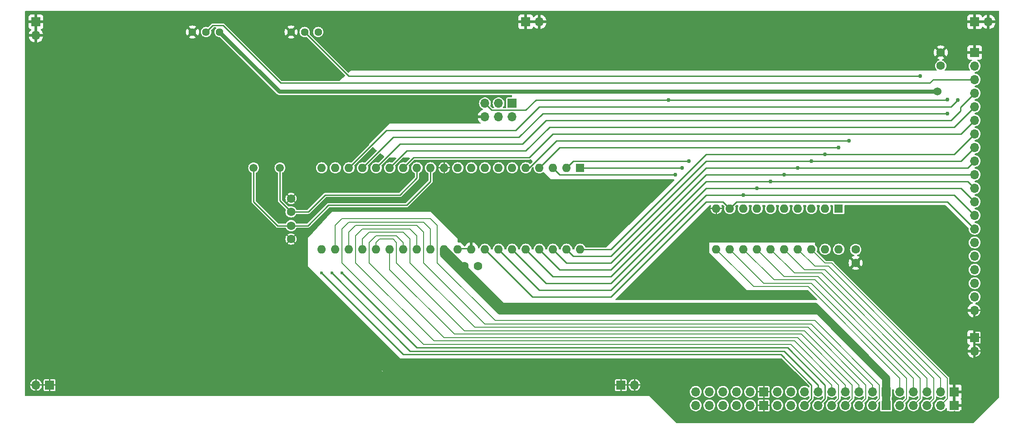
<source format=gbr>
%TF.GenerationSoftware,KiCad,Pcbnew,7.0.10*%
%TF.CreationDate,2024-08-03T18:46:40-06:00*%
%TF.ProjectId,display_card_bottom,64697370-6c61-4795-9f63-6172645f626f,rev?*%
%TF.SameCoordinates,Original*%
%TF.FileFunction,Copper,L1,Top*%
%TF.FilePolarity,Positive*%
%FSLAX46Y46*%
G04 Gerber Fmt 4.6, Leading zero omitted, Abs format (unit mm)*
G04 Created by KiCad (PCBNEW 7.0.10) date 2024-08-03 18:46:40*
%MOMM*%
%LPD*%
G01*
G04 APERTURE LIST*
%TA.AperFunction,ComponentPad*%
%ADD10R,1.700000X1.700000*%
%TD*%
%TA.AperFunction,ComponentPad*%
%ADD11O,1.700000X1.700000*%
%TD*%
%TA.AperFunction,ComponentPad*%
%ADD12R,1.600000X1.600000*%
%TD*%
%TA.AperFunction,ComponentPad*%
%ADD13O,1.600000X1.600000*%
%TD*%
%TA.AperFunction,ComponentPad*%
%ADD14C,1.440000*%
%TD*%
%TA.AperFunction,ComponentPad*%
%ADD15C,1.600000*%
%TD*%
%TA.AperFunction,ComponentPad*%
%ADD16C,1.500000*%
%TD*%
%TA.AperFunction,ViaPad*%
%ADD17C,0.600000*%
%TD*%
%TA.AperFunction,ViaPad*%
%ADD18C,1.524000*%
%TD*%
%TA.AperFunction,ViaPad*%
%ADD19C,0.762000*%
%TD*%
%TA.AperFunction,Conductor*%
%ADD20C,0.200000*%
%TD*%
%TA.AperFunction,Conductor*%
%ADD21C,0.228600*%
%TD*%
%TA.AperFunction,Conductor*%
%ADD22C,1.524000*%
%TD*%
%TA.AperFunction,Conductor*%
%ADD23C,0.762000*%
%TD*%
%TA.AperFunction,Conductor*%
%ADD24C,0.250000*%
%TD*%
G04 APERTURE END LIST*
D10*
%TO.P,20pin conn.,1*%
%TO.N,GND*%
X703569840Y-441309840D03*
%TO.P,20pin conn.,2*%
X703569840Y-443849840D03*
D11*
%TO.P,20pin conn.,3*%
%TO.N,D1*%
X701029840Y-441309840D03*
%TO.P,20pin conn.,4*%
%TO.N,D0*%
X701029840Y-443849840D03*
%TO.P,20pin conn.,5*%
%TO.N,D3*%
X698489840Y-441309840D03*
%TO.P,20pin conn.,6*%
%TO.N,D2*%
X698489840Y-443849840D03*
%TO.P,20pin conn.,7*%
%TO.N,D5*%
X695949840Y-441309840D03*
%TO.P,20pin conn.,8*%
%TO.N,D4*%
X695949840Y-443849840D03*
%TO.P,20pin conn.,9*%
%TO.N,D7*%
X693409840Y-441309840D03*
%TO.P,20pin conn.,10*%
%TO.N,D6*%
X693409840Y-443849840D03*
D10*
%TO.P,20pin conn.,11*%
%TO.N,+5*%
X690869840Y-441309840D03*
%TO.P,20pin conn.,12*%
X690869840Y-443849840D03*
D11*
%TO.P,20pin conn.,13*%
%TO.N,A1*%
X688329840Y-441309840D03*
%TO.P,20pin conn.,14*%
%TO.N,A0*%
X688329840Y-443849840D03*
%TO.P,20pin conn.,15*%
%TO.N,A3*%
X685789840Y-441309840D03*
%TO.P,20pin conn.,16*%
%TO.N,A2*%
X685789840Y-443849840D03*
%TO.P,20pin conn.,17*%
%TO.N,A5*%
X683249840Y-441309840D03*
%TO.P,20pin conn.,18*%
%TO.N,A4*%
X683249840Y-443849840D03*
%TO.P,20pin conn.,19*%
%TO.N,A7*%
X680709840Y-441309840D03*
%TO.P,20pin conn.,20*%
%TO.N,A6*%
X680709840Y-443849840D03*
%TO.P,20pin conn.,21*%
%TO.N,A9*%
X678169840Y-441309840D03*
%TO.P,20pin conn.,22*%
%TO.N,A8*%
X678169840Y-443849840D03*
%TO.P,20pin conn.,23*%
%TO.N,A11*%
X675629840Y-441309840D03*
%TO.P,20pin conn.,24*%
%TO.N,A10*%
X675629840Y-443849840D03*
%TO.P,20pin conn.,25*%
%TO.N,A13*%
X673089840Y-441309840D03*
%TO.P,20pin conn.,26*%
%TO.N,A12*%
X673089840Y-443849840D03*
%TO.P,20pin conn.,27*%
%TO.N,A15*%
X670549840Y-441309840D03*
%TO.P,20pin conn.,28*%
%TO.N,A14*%
X670549840Y-443849840D03*
D10*
%TO.P,20pin conn.,29*%
%TO.N,GND*%
X668009840Y-441309840D03*
%TO.P,20pin conn.,30*%
X668009840Y-443849840D03*
D11*
%TO.P,20pin conn.,31*%
%TO.N,Write*%
X665469840Y-441309840D03*
%TO.P,20pin conn.,32*%
%TO.N,Read*%
X665469840Y-443849840D03*
%TO.P,20pin conn.,33*%
%TO.N,Reset*%
X662929840Y-441309840D03*
%TO.P,20pin conn.,34*%
%TO.N,Select*%
X662929840Y-443849840D03*
%TO.P,20pin conn.,35*%
%TO.N,A17*%
X660389840Y-441309840D03*
%TO.P,20pin conn.,36*%
%TO.N,A16*%
X660389840Y-443849840D03*
%TO.P,20pin conn.,37*%
%TO.N,A19*%
X657849840Y-441309840D03*
%TO.P,20pin conn.,38*%
%TO.N,A18*%
X657849840Y-443849840D03*
%TO.P,20pin conn.,39*%
%TO.N,INTRQ*%
X655309840Y-441309840D03*
%TO.P,20pin conn.,40*%
%TO.N,PClock*%
X655309840Y-443849840D03*
%TD*%
D12*
%TO.P,ATmega644 MCU,1*%
%TO.N,Write*%
X633730000Y-399410000D03*
D13*
%TO.P,ATmega644 MCU,2*%
%TO.N,Read*%
X631190000Y-399410000D03*
%TO.P,ATmega644 MCU,3*%
%TO.N,Select*%
X628650000Y-399410000D03*
%TO.P,ATmega644 MCU,4*%
%TO.N,DDR*%
X626110000Y-399410000D03*
%TO.P,ATmega644 MCU,5*%
%TO.N,DEN*%
X623570000Y-399410000D03*
%TO.P,ATmega644 MCU,6*%
%TO.N,MOSI*%
X621030000Y-399410000D03*
%TO.P,ATmega644 MCU,7*%
%TO.N,MISO*%
X618490000Y-399410000D03*
%TO.P,ATmega644 MCU,8*%
%TO.N,Clock*%
X615950000Y-399410000D03*
%TO.P,ATmega644 MCU,9*%
%TO.N,Reset*%
X613410000Y-399410000D03*
%TO.P,ATmega644 MCU,10*%
%TO.N,+5*%
X610870000Y-399410000D03*
%TO.P,ATmega644 MCU,11*%
%TO.N,GND*%
X608330000Y-399410000D03*
%TO.P,ATmega644 MCU,12*%
%TO.N,XTAL2*%
X605790000Y-399410000D03*
%TO.P,ATmega644 MCU,13*%
%TO.N,XTAL1*%
X603250000Y-399410000D03*
%TO.P,ATmega644 MCU,14*%
%TO.N,Enable*%
X600710000Y-399410000D03*
%TO.P,ATmega644 MCU,15*%
%TO.N,RW*%
X598170000Y-399410000D03*
%TO.P,ATmega644 MCU,16*%
%TO.N,RS*%
X595630000Y-399410000D03*
%TO.P,ATmega644 MCU,17*%
%TO.N,CS2*%
X593090000Y-399410000D03*
%TO.P,ATmega644 MCU,18*%
%TO.N,CS1*%
X590550000Y-399410000D03*
%TO.P,ATmega644 MCU,19*%
%TO.N,A8*%
X588010000Y-399410000D03*
%TO.P,ATmega644 MCU,20*%
%TO.N,A9*%
X585470000Y-399410000D03*
%TO.P,ATmega644 MCU,21*%
%TO.N,A10*%
X585470000Y-414650000D03*
%TO.P,ATmega644 MCU,22*%
%TO.N,A0*%
X588010000Y-414650000D03*
%TO.P,ATmega644 MCU,23*%
%TO.N,A1*%
X590550000Y-414650000D03*
%TO.P,ATmega644 MCU,24*%
%TO.N,A2*%
X593090000Y-414650000D03*
%TO.P,ATmega644 MCU,25*%
%TO.N,A3*%
X595630000Y-414650000D03*
%TO.P,ATmega644 MCU,26*%
%TO.N,A4*%
X598170000Y-414650000D03*
%TO.P,ATmega644 MCU,27*%
%TO.N,A5*%
X600710000Y-414650000D03*
%TO.P,ATmega644 MCU,28*%
%TO.N,A6*%
X603250000Y-414650000D03*
%TO.P,ATmega644 MCU,29*%
%TO.N,A7*%
X605790000Y-414650000D03*
%TO.P,ATmega644 MCU,30*%
%TO.N,+5*%
X608330000Y-414650000D03*
%TO.P,ATmega644 MCU,31*%
%TO.N,GND*%
X610870000Y-414650000D03*
%TO.P,ATmega644 MCU,33*%
%TO.N,DD7*%
X615950000Y-414650000D03*
%TO.P,ATmega644 MCU,34*%
%TO.N,DD6*%
X618490000Y-414650000D03*
%TO.P,ATmega644 MCU,35*%
%TO.N,DD5*%
X621030000Y-414650000D03*
%TO.P,ATmega644 MCU,36*%
%TO.N,DD4*%
X623570000Y-414650000D03*
%TO.P,ATmega644 MCU,37*%
%TO.N,DD3*%
X626110000Y-414650000D03*
%TO.P,ATmega644 MCU,38*%
%TO.N,DD2*%
X628650000Y-414650000D03*
%TO.P,ATmega644 MCU,39*%
%TO.N,DD1*%
X631190000Y-414650000D03*
%TO.P,ATmega644 MCU,40*%
%TO.N,DD0*%
X633730000Y-414650000D03*
%TO.P,ATmega644 MCU,GND*%
%TO.N,GND*%
X613410000Y-414650000D03*
%TD*%
D14*
%TO.P, ,1*%
%TO.N,GND*%
X579755000Y-374010000D03*
%TO.P, ,2*%
%TO.N,BackLight*%
X582295000Y-374010000D03*
%TO.P, ,3*%
%TO.N,+5*%
X584835000Y-374010000D03*
%TD*%
D10*
%TO.P,REF\u002A\u002A,1*%
%TO.N,GND*%
X641345000Y-440050000D03*
D11*
%TO.P,REF\u002A\u002A,2*%
X643885000Y-440050000D03*
%TD*%
D15*
%TO.P,20pf,1*%
%TO.N,XTAL2*%
X579755000Y-410225000D03*
%TO.P,20pf,2*%
%TO.N,GND*%
X579755000Y-412725000D03*
%TD*%
D12*
%TO.P,74245,1*%
%TO.N,DDR*%
X681990000Y-407030000D03*
D13*
%TO.P,74245,2*%
%TO.N,DD0*%
X679450000Y-407030000D03*
%TO.P,74245,3*%
%TO.N,DD1*%
X676910000Y-407030000D03*
%TO.P,74245,4*%
%TO.N,DD2*%
X674370000Y-407030000D03*
%TO.P,74245,5*%
%TO.N,DD3*%
X671830000Y-407030000D03*
%TO.P,74245,6*%
%TO.N,DD4*%
X669290000Y-407030000D03*
%TO.P,74245,7*%
%TO.N,DD5*%
X666750000Y-407030000D03*
%TO.P,74245,8*%
%TO.N,DD6*%
X664210000Y-407030000D03*
%TO.P,74245,9*%
%TO.N,DD7*%
X661670000Y-407030000D03*
%TO.P,74245,10*%
%TO.N,GND*%
X659130000Y-407030000D03*
%TO.P,74245,11*%
%TO.N,D7*%
X659130000Y-414650000D03*
%TO.P,74245,12*%
%TO.N,D6*%
X661670000Y-414650000D03*
%TO.P,74245,13*%
%TO.N,D5*%
X664210000Y-414650000D03*
%TO.P,74245,14*%
%TO.N,D4*%
X666750000Y-414650000D03*
%TO.P,74245,15*%
%TO.N,D3*%
X669290000Y-414650000D03*
%TO.P,74245,16*%
%TO.N,D2*%
X671830000Y-414650000D03*
%TO.P,74245,17*%
%TO.N,D1*%
X674370000Y-414650000D03*
%TO.P,74245,18*%
%TO.N,D0*%
X676910000Y-414650000D03*
%TO.P,74245,19*%
%TO.N,DEN*%
X679450000Y-414650000D03*
%TO.P,74245,20*%
%TO.N,+5*%
X681990000Y-414650000D03*
%TD*%
D10*
%TO.P, ,1*%
%TO.N,GND*%
X532130000Y-372105000D03*
D11*
%TO.P, ,2*%
X532130000Y-374645000D03*
%TD*%
D15*
%TO.P,0.1uf,1*%
%TO.N,GND*%
X685165000Y-417190000D03*
%TO.P,0.1uf,2*%
%TO.N,+5*%
X685165000Y-414690000D03*
%TD*%
D10*
%TO.P,REF\u002A\u002A,1*%
%TO.N,GND*%
X623565000Y-372105000D03*
D11*
%TO.P,REF\u002A\u002A,2*%
X626105000Y-372105000D03*
%TD*%
D10*
%TO.P, ,1*%
%TO.N,GND*%
X534670000Y-440050000D03*
D11*
%TO.P, ,2*%
X532130000Y-440050000D03*
%TD*%
D15*
%TO.P,0.1uf,1*%
%TO.N,+5*%
X612140000Y-417825000D03*
%TO.P,0.1uf,2*%
%TO.N,GND*%
X614640000Y-417825000D03*
%TD*%
D14*
%TO.P, ,1*%
%TO.N,GND*%
X561340000Y-374010000D03*
%TO.P, ,2*%
%TO.N,Contrast*%
X563880000Y-374010000D03*
%TO.P, ,3*%
%TO.N,-5*%
X566420000Y-374010000D03*
%TD*%
D10*
%TO.P,ISP,1*%
%TO.N,MISO*%
X621030000Y-387345000D03*
D11*
%TO.P,ISP,2*%
%TO.N,+5*%
X621030000Y-389885000D03*
%TO.P,ISP,4*%
%TO.N,MOSI*%
X618490000Y-389885000D03*
%TO.P,ISP,5*%
%TO.N,Reset*%
X615950000Y-387345000D03*
%TO.P,ISP,6*%
%TO.N,GND*%
X615950000Y-389885000D03*
%TO.P,ISP,SPI-CLK*%
%TO.N,Clock*%
X618490000Y-387345000D03*
%TD*%
D10*
%TO.P,REF\u002A\u002A,1*%
%TO.N,GND*%
X707385000Y-372105000D03*
D11*
%TO.P,REF\u002A\u002A,2*%
X709925000Y-372105000D03*
%TD*%
D10*
%TO.P, ,1*%
%TO.N,GND*%
X707390000Y-431155000D03*
D11*
%TO.P, ,2*%
X707390000Y-433695000D03*
%TD*%
D16*
%TO.P,OSC,1*%
%TO.N,XTAL1*%
X577670000Y-399410000D03*
%TO.P,OSC,2*%
%TO.N,XTAL2*%
X572770000Y-399410000D03*
%TD*%
D15*
%TO.P,20pf,1*%
%TO.N,XTAL1*%
X579755000Y-407645000D03*
%TO.P,20pf,2*%
%TO.N,GND*%
X579755000Y-405145000D03*
%TD*%
%TO.P,0.1uf,1*%
%TO.N,GND*%
X701040000Y-377825000D03*
%TO.P,0.1uf,2*%
%TO.N,+5*%
X701040000Y-380325000D03*
%TD*%
D10*
%TO.P, ,1*%
%TO.N,GND*%
X707385000Y-377820000D03*
D11*
%TO.P, ,2*%
%TO.N,+5*%
X707385000Y-380360000D03*
%TO.P, ,3*%
%TO.N,Contrast*%
X707385000Y-382900000D03*
%TO.P, ,4*%
%TO.N,RS*%
X707385000Y-385440000D03*
%TO.P, ,5*%
%TO.N,RW*%
X707385000Y-387980000D03*
%TO.P, ,6*%
%TO.N,Enable*%
X707385000Y-390520000D03*
%TO.P, ,7*%
%TO.N,DD0*%
X707385000Y-393060000D03*
%TO.P, ,8*%
%TO.N,DD1*%
X707385000Y-395600000D03*
%TO.P, ,9*%
%TO.N,DD2*%
X707385000Y-398140000D03*
%TO.P, ,10*%
%TO.N,DD3*%
X707385000Y-400680000D03*
%TO.P, ,11*%
%TO.N,DD4*%
X707385000Y-403220000D03*
%TO.P, ,12*%
%TO.N,DD5*%
X707385000Y-405760000D03*
%TO.P, ,13*%
%TO.N,DD6*%
X707385000Y-408300000D03*
%TO.P, ,14*%
%TO.N,DD7*%
X707385000Y-410840000D03*
%TO.P, ,15*%
%TO.N,CS1*%
X707385000Y-413380000D03*
%TO.P, ,16*%
%TO.N,CS2*%
X707385000Y-415920000D03*
%TO.P, ,17*%
%TO.N,Reset*%
X707385000Y-418460000D03*
%TO.P, ,18*%
%TO.N,-5*%
X707385000Y-421000000D03*
%TO.P, ,19*%
%TO.N,BackLight*%
X707385000Y-423540000D03*
%TO.P, ,20*%
%TO.N,GND*%
X707385000Y-426080000D03*
%TD*%
D17*
%TO.N,A8*%
X589280000Y-419095000D03*
%TO.N,A9*%
X587375000Y-419095000D03*
%TO.N,A10*%
X585470000Y-419095000D03*
D18*
%TO.N,+5*%
X671195000Y-425445000D03*
X677545000Y-425445000D03*
X674370000Y-425445000D03*
D19*
%TO.N,Read*%
X654050000Y-398140000D03*
%TO.N,Write*%
X652780000Y-399410000D03*
%TO.N,Select*%
X651510000Y-400680000D03*
%TO.N,Reset*%
X702262848Y-386662848D03*
X650240000Y-386710000D03*
%TO.N,CS1*%
X704215000Y-386710000D03*
%TO.N,CS2*%
X702310000Y-389250000D03*
D18*
%TO.N,-5*%
X700405000Y-385122500D03*
D19*
%TO.N,BackLight*%
X697230000Y-382265000D03*
%TO.N,DD0*%
X679450000Y-396870000D03*
%TO.N,DD2*%
X674370000Y-399410000D03*
%TO.N,DD1*%
X676910000Y-398140000D03*
%TO.N,DD3*%
X671830000Y-400680000D03*
%TO.N,DD4*%
X669290000Y-401950000D03*
%TO.N,DD5*%
X666750000Y-403220000D03*
%TO.N,DD6*%
X664210000Y-404490000D03*
%TO.N,DEN*%
X683895000Y-394330000D03*
%TO.N,DDR*%
X681990000Y-395600000D03*
%TD*%
D20*
%TO.N,D0*%
X702310000Y-442569680D02*
X702310000Y-438780000D01*
X680720000Y-417190000D02*
X679450000Y-417190000D01*
X701029840Y-443849840D02*
X702310000Y-442569680D01*
X702310000Y-438780000D02*
X680720000Y-417190000D01*
X679450000Y-417190000D02*
X676910000Y-414650000D01*
%TO.N,D1*%
X701029840Y-441309840D02*
X701029840Y-438769840D01*
X677545000Y-417825000D02*
X674370000Y-414650000D01*
X680085000Y-417825000D02*
X677545000Y-417825000D01*
X701029840Y-438769840D02*
X680085000Y-417825000D01*
%TO.N,D2*%
X699780160Y-438790160D02*
X679450000Y-418460000D01*
X675640000Y-418460000D02*
X671830000Y-414650000D01*
X698500000Y-443860000D02*
X699780160Y-442579840D01*
X679450000Y-418460000D02*
X675640000Y-418460000D01*
X699780160Y-442579840D02*
X699780160Y-438790160D01*
%TO.N,D3*%
X698500000Y-441320000D02*
X698500000Y-438780000D01*
X673735000Y-419095000D02*
X669290000Y-414650000D01*
X678815000Y-419095000D02*
X673735000Y-419095000D01*
X698500000Y-438780000D02*
X678815000Y-419095000D01*
%TO.N,D4*%
X697240160Y-442579840D02*
X697240160Y-438790160D01*
X671830000Y-419730000D02*
X666750000Y-414650000D01*
X697240160Y-438790160D02*
X678180000Y-419730000D01*
X695960000Y-443860000D02*
X697240160Y-442579840D01*
X678180000Y-419730000D02*
X671830000Y-419730000D01*
%TO.N,D5*%
X695960000Y-438780000D02*
X677545000Y-420365000D01*
X677545000Y-420365000D02*
X669925000Y-420365000D01*
X669925000Y-420365000D02*
X664210000Y-414650000D01*
X695960000Y-441320000D02*
X695960000Y-438780000D01*
%TO.N,D6*%
X676910000Y-421000000D02*
X668020000Y-421000000D01*
X693420000Y-443860000D02*
X694700160Y-442579840D01*
X694700160Y-442579840D02*
X694700160Y-438790160D01*
X668020000Y-421000000D02*
X661670000Y-414650000D01*
X694700160Y-438790160D02*
X676910000Y-421000000D01*
%TO.N,D7*%
X666115000Y-421635000D02*
X659130000Y-414650000D01*
X676275000Y-421635000D02*
X666115000Y-421635000D01*
X693420000Y-441320000D02*
X693420000Y-438780000D01*
X693420000Y-438780000D02*
X676275000Y-421635000D01*
%TO.N,A0*%
X688340000Y-443860000D02*
X689620160Y-442579840D01*
X689620160Y-442579840D02*
X689620160Y-440060160D01*
X607060000Y-417190000D02*
X607060000Y-410205000D01*
X617855000Y-427985000D02*
X607060000Y-417190000D01*
X607060000Y-410205000D02*
X605790000Y-408935000D01*
X605790000Y-408935000D02*
X589280000Y-408935000D01*
X689620160Y-440060160D02*
X677545000Y-427985000D01*
X677545000Y-427985000D02*
X617855000Y-427985000D01*
X589280000Y-408935000D02*
X588010000Y-410205000D01*
X588010000Y-410205000D02*
X588010000Y-414650000D01*
%TO.N,A1*%
X604520000Y-411475000D02*
X603250000Y-410205000D01*
X688340000Y-440050000D02*
X676910000Y-428620000D01*
X591820000Y-410205000D02*
X590550000Y-411475000D01*
X603250000Y-410205000D02*
X591820000Y-410205000D01*
X615950000Y-428620000D02*
X604520000Y-417190000D01*
X590550000Y-411475000D02*
X590550000Y-414650000D01*
X604520000Y-417190000D02*
X604520000Y-411475000D01*
X688340000Y-441320000D02*
X688340000Y-440050000D01*
X676910000Y-428620000D02*
X615950000Y-428620000D01*
%TO.N,A2*%
X687080160Y-442579840D02*
X687080160Y-440060160D01*
X601980000Y-412745000D02*
X600710000Y-411475000D01*
X614045000Y-429255000D02*
X601980000Y-417190000D01*
X687080160Y-440060160D02*
X676275000Y-429255000D01*
X685800000Y-443860000D02*
X687080160Y-442579840D01*
X593090000Y-412745000D02*
X593090000Y-414650000D01*
X594360000Y-411475000D02*
X593090000Y-412745000D01*
X600710000Y-411475000D02*
X594360000Y-411475000D01*
X601980000Y-417190000D02*
X601980000Y-412745000D01*
X676275000Y-429255000D02*
X614045000Y-429255000D01*
%TO.N,A3*%
X612140000Y-429890000D02*
X599440000Y-417190000D01*
X675640000Y-429890000D02*
X612140000Y-429890000D01*
X595630000Y-413380000D02*
X595630000Y-414650000D01*
X599440000Y-417190000D02*
X599440000Y-413380000D01*
X599440000Y-413380000D02*
X598805000Y-412745000D01*
X596265000Y-412745000D02*
X595630000Y-413380000D01*
X685800000Y-440050000D02*
X675640000Y-429890000D01*
X598805000Y-412745000D02*
X596265000Y-412745000D01*
X685800000Y-441320000D02*
X685800000Y-440050000D01*
%TO.N,A4*%
X683260000Y-443860000D02*
X684540160Y-442579840D01*
X610235000Y-430525000D02*
X598170000Y-418460000D01*
X675005000Y-430525000D02*
X610235000Y-430525000D01*
X684540160Y-440060160D02*
X675005000Y-430525000D01*
X598170000Y-418460000D02*
X598170000Y-414650000D01*
X684540160Y-442579840D02*
X684540160Y-440060160D01*
%TO.N,A5*%
X595630000Y-412110000D02*
X599440000Y-412110000D01*
X599440000Y-412110000D02*
X600710000Y-413380000D01*
X608330000Y-431160000D02*
X594360000Y-417190000D01*
X594360000Y-417190000D02*
X594360000Y-413380000D01*
X683260000Y-441320000D02*
X683260000Y-440050000D01*
X600710000Y-413380000D02*
X600710000Y-414650000D01*
X674370000Y-431160000D02*
X608330000Y-431160000D01*
X683260000Y-440050000D02*
X674370000Y-431160000D01*
X594360000Y-413380000D02*
X595630000Y-412110000D01*
%TO.N,A6*%
X601980000Y-410840000D02*
X603250000Y-412110000D01*
X606425000Y-431795000D02*
X591820000Y-417190000D01*
X591820000Y-412110000D02*
X593090000Y-410840000D01*
X680720000Y-443860000D02*
X682000160Y-442579840D01*
X591820000Y-417190000D02*
X591820000Y-412110000D01*
X682000160Y-440060160D02*
X673735000Y-431795000D01*
X682000160Y-442579840D02*
X682000160Y-440060160D01*
X593090000Y-410840000D02*
X601980000Y-410840000D01*
X673735000Y-431795000D02*
X606425000Y-431795000D01*
X603250000Y-412110000D02*
X603250000Y-414650000D01*
%TO.N,A7*%
X604520000Y-432430000D02*
X589280000Y-417190000D01*
X680720000Y-441320000D02*
X680720000Y-440050000D01*
X673100000Y-432430000D02*
X604520000Y-432430000D01*
X680720000Y-440050000D02*
X673100000Y-432430000D01*
X605790000Y-410840000D02*
X605790000Y-414650000D01*
X590550000Y-409570000D02*
X604520000Y-409570000D01*
X589280000Y-410840000D02*
X590550000Y-409570000D01*
X589280000Y-417190000D02*
X589280000Y-410840000D01*
X604520000Y-409570000D02*
X605790000Y-410840000D01*
D21*
%TO.N,A8*%
X679450000Y-440050000D02*
X672465000Y-433065000D01*
X678169840Y-443849840D02*
X679429680Y-442590000D01*
X679450000Y-442590000D02*
X679450000Y-440050000D01*
X679429680Y-442590000D02*
X679450000Y-442590000D01*
X603250000Y-433065000D02*
X589280000Y-419095000D01*
X672465000Y-433065000D02*
X603250000Y-433065000D01*
%TO.N,A9*%
X678180000Y-440050000D02*
X671830000Y-433700000D01*
X671830000Y-433700000D02*
X601980000Y-433700000D01*
X678169840Y-441309840D02*
X678169840Y-440060160D01*
X601980000Y-433700000D02*
X587375000Y-419095000D01*
X678169840Y-440060160D02*
X678180000Y-440050000D01*
%TO.N,A10*%
X671195000Y-434335000D02*
X600710000Y-434335000D01*
X676910000Y-440050000D02*
X671195000Y-434335000D01*
X676910000Y-442590000D02*
X676910000Y-440050000D01*
X600710000Y-434335000D02*
X585470000Y-419095000D01*
X676889680Y-442590000D02*
X676910000Y-442590000D01*
X675629840Y-443849840D02*
X676889680Y-442590000D01*
D22*
%TO.N,+5*%
X677545000Y-425445000D02*
X690869840Y-438769840D01*
X608330000Y-414650000D02*
X619125000Y-425445000D01*
X608330000Y-415602500D02*
X618807500Y-426080000D01*
X608330000Y-414650000D02*
X608330000Y-415602500D01*
X618807500Y-426080000D02*
X678180000Y-426080000D01*
X690869840Y-438769840D02*
X690869840Y-443849840D01*
X619125000Y-425445000D02*
X677545000Y-425445000D01*
D21*
%TO.N,Read*%
X654050000Y-398140000D02*
X632460000Y-398140000D01*
X632460000Y-398140000D02*
X631190000Y-399410000D01*
%TO.N,Write*%
X652780000Y-399410000D02*
X633730000Y-399410000D01*
%TO.N,Select*%
X651510000Y-400680000D02*
X629920000Y-400680000D01*
X629920000Y-400680000D02*
X628650000Y-399410000D01*
%TO.N,Reset*%
X702262848Y-386662848D02*
X702215696Y-386710000D01*
X702215696Y-386710000D02*
X625475000Y-386710000D01*
X623570000Y-388615000D02*
X617220000Y-388615000D01*
X625475000Y-386710000D02*
X623570000Y-388615000D01*
X617220000Y-388615000D02*
X615950000Y-387345000D01*
%TO.N,RW*%
X623570000Y-396235000D02*
X601345000Y-396235000D01*
X628015000Y-391790000D02*
X623570000Y-396235000D01*
X601345000Y-396235000D02*
X598170000Y-399410000D01*
X707385000Y-387980000D02*
X707385000Y-387985000D01*
X707385000Y-387985000D02*
X703580000Y-391790000D01*
X703580000Y-391790000D02*
X628015000Y-391790000D01*
%TO.N,RS*%
X707385000Y-385440000D02*
X704723000Y-388102000D01*
X704723000Y-388102000D02*
X704723000Y-388742000D01*
X627380000Y-390520000D02*
X622935000Y-394965000D01*
X704723000Y-388742000D02*
X702945000Y-390520000D01*
X702945000Y-390520000D02*
X627380000Y-390520000D01*
X622935000Y-394965000D02*
X600075000Y-394965000D01*
X600075000Y-394965000D02*
X595630000Y-399410000D01*
%TO.N,CS1*%
X626110000Y-387980000D02*
X621665000Y-392425000D01*
X621665000Y-392425000D02*
X597535000Y-392425000D01*
X704215000Y-386710000D02*
X702945000Y-387980000D01*
X702945000Y-387980000D02*
X626110000Y-387980000D01*
X597535000Y-392425000D02*
X590550000Y-399410000D01*
%TO.N,Enable*%
X624205000Y-397505000D02*
X602615000Y-397505000D01*
X707385000Y-390520000D02*
X704845000Y-393060000D01*
X628650000Y-393060000D02*
X624205000Y-397505000D01*
X602615000Y-397505000D02*
X600710000Y-399410000D01*
X704845000Y-393060000D02*
X628650000Y-393060000D01*
%TO.N,Contrast*%
X707385000Y-382900000D02*
X699643000Y-382900000D01*
X699008000Y-383535000D02*
X577850000Y-383535000D01*
X699643000Y-382900000D02*
X699008000Y-383535000D01*
X567055000Y-372740000D02*
X565150000Y-372740000D01*
X565150000Y-372740000D02*
X563880000Y-374010000D01*
X577850000Y-383535000D02*
X567055000Y-372740000D01*
%TO.N,CS2*%
X598805000Y-393695000D02*
X593090000Y-399410000D01*
X626745000Y-389250000D02*
X622300000Y-393695000D01*
X622300000Y-393695000D02*
X598805000Y-393695000D01*
X702310000Y-389250000D02*
X626745000Y-389250000D01*
D23*
%TO.N,-5*%
X577532500Y-385122500D02*
X566420000Y-374010000D01*
X700405000Y-385122500D02*
X577532500Y-385122500D01*
D21*
%TO.N,BackLight*%
X590550000Y-382265000D02*
X582295000Y-374010000D01*
X697230000Y-382265000D02*
X590550000Y-382265000D01*
%TO.N,DD0*%
X679450000Y-396870000D02*
X657225000Y-396870000D01*
X707390000Y-393060000D02*
X707385000Y-393060000D01*
X657225000Y-396870000D02*
X639445000Y-414650000D01*
X639445000Y-414650000D02*
X633730000Y-414650000D01*
X703575000Y-396870000D02*
X679450000Y-396870000D01*
X707385000Y-393060000D02*
X703575000Y-396870000D01*
%TO.N,DD2*%
X707385000Y-398140000D02*
X706115000Y-399410000D01*
X639445000Y-417190000D02*
X631190000Y-417190000D01*
X631190000Y-417190000D02*
X628650000Y-414650000D01*
X657225000Y-399410000D02*
X639445000Y-417190000D01*
X706115000Y-399410000D02*
X674370000Y-399410000D01*
X674370000Y-399410000D02*
X657225000Y-399410000D01*
%TO.N,DD1*%
X676910000Y-398140000D02*
X657225000Y-398140000D01*
X657225000Y-398140000D02*
X639445000Y-415920000D01*
X704845000Y-398140000D02*
X676910000Y-398140000D01*
X639445000Y-415920000D02*
X632460000Y-415920000D01*
X707385000Y-395600000D02*
X704845000Y-398140000D01*
X632460000Y-415920000D02*
X631190000Y-414650000D01*
%TO.N,DD3*%
X639445000Y-418460000D02*
X629920000Y-418460000D01*
X629920000Y-418460000D02*
X626110000Y-414650000D01*
X657225000Y-400680000D02*
X639445000Y-418460000D01*
X671830000Y-400680000D02*
X657225000Y-400680000D01*
X707385000Y-400680000D02*
X671830000Y-400680000D01*
%TO.N,DD4*%
X707385000Y-403220000D02*
X706115000Y-401950000D01*
X657225000Y-401950000D02*
X639445000Y-419730000D01*
X628650000Y-419730000D02*
X623570000Y-414650000D01*
X639445000Y-419730000D02*
X628650000Y-419730000D01*
X706115000Y-401950000D02*
X669290000Y-401950000D01*
X669290000Y-401950000D02*
X657225000Y-401950000D01*
%TO.N,DD5*%
X627380000Y-421000000D02*
X621030000Y-414650000D01*
X707385000Y-405760000D02*
X704845000Y-403220000D01*
X704845000Y-403220000D02*
X666750000Y-403220000D01*
X657225000Y-403220000D02*
X639445000Y-421000000D01*
X666750000Y-403220000D02*
X657225000Y-403220000D01*
X639445000Y-421000000D02*
X627380000Y-421000000D01*
%TO.N,DD6*%
X664210000Y-404490000D02*
X657225000Y-404490000D01*
X707385000Y-408300000D02*
X703575000Y-404490000D01*
X639445000Y-422270000D02*
X626110000Y-422270000D01*
X626110000Y-422270000D02*
X618490000Y-414650000D01*
X657225000Y-404490000D02*
X639445000Y-422270000D01*
X703575000Y-404490000D02*
X664210000Y-404490000D01*
%TO.N,DD7*%
X624840000Y-423540000D02*
X615950000Y-414650000D01*
X661670000Y-407030000D02*
X660400000Y-405760000D01*
X707385000Y-410840000D02*
X702305000Y-405760000D01*
X657225000Y-405760000D02*
X639445000Y-423540000D01*
X660400000Y-405760000D02*
X657225000Y-405760000D01*
X639445000Y-423540000D02*
X624840000Y-423540000D01*
X702305000Y-405760000D02*
X662940000Y-405760000D01*
X662940000Y-405760000D02*
X661670000Y-407030000D01*
%TO.N,DEN*%
X683895000Y-394330000D02*
X629285000Y-394330000D01*
X624205000Y-399410000D02*
X623570000Y-399410000D01*
X629285000Y-394330000D02*
X624205000Y-399410000D01*
D24*
%TO.N,XTAL1*%
X582950000Y-407645000D02*
X586105000Y-404490000D01*
X600075000Y-404490000D02*
X603250000Y-401315000D01*
X577670000Y-405560000D02*
X579755000Y-407645000D01*
X586105000Y-404490000D02*
X600075000Y-404490000D01*
X577670000Y-399410000D02*
X577670000Y-405560000D01*
X579755000Y-407645000D02*
X582950000Y-407645000D01*
X603250000Y-401315000D02*
X603250000Y-399410000D01*
%TO.N,XTAL2*%
X577235000Y-410225000D02*
X579755000Y-410225000D01*
X605790000Y-401950000D02*
X605790000Y-399410000D01*
X572770000Y-399410000D02*
X572770000Y-405760000D01*
X582910000Y-410225000D02*
X586740000Y-406395000D01*
X586740000Y-406395000D02*
X601345000Y-406395000D01*
X579755000Y-410225000D02*
X582910000Y-410225000D01*
X601345000Y-406395000D02*
X605790000Y-401950000D01*
X572770000Y-405760000D02*
X577235000Y-410225000D01*
D21*
%TO.N,DDR*%
X629920000Y-395600000D02*
X626110000Y-399410000D01*
X681990000Y-395600000D02*
X629920000Y-395600000D01*
%TD*%
%TA.AperFunction,Conductor*%
%TO.N,GND*%
G36*
X532380000Y-374209498D02*
G01*
X532272315Y-374160320D01*
X532165763Y-374145000D01*
X532094237Y-374145000D01*
X531987685Y-374160320D01*
X531880000Y-374209498D01*
X531880000Y-372540501D01*
X531987685Y-372589680D01*
X532094237Y-372605000D01*
X532165763Y-372605000D01*
X532272315Y-372589680D01*
X532380000Y-372540501D01*
X532380000Y-374209498D01*
G37*
%TD.AperFunction*%
%TA.AperFunction,Conductor*%
G36*
X625645507Y-371895156D02*
G01*
X625605000Y-372033111D01*
X625605000Y-372176889D01*
X625645507Y-372314844D01*
X625671314Y-372355000D01*
X623998686Y-372355000D01*
X624024493Y-372314844D01*
X624065000Y-372176889D01*
X624065000Y-372033111D01*
X624024493Y-371895156D01*
X623998686Y-371855000D01*
X625671314Y-371855000D01*
X625645507Y-371895156D01*
G37*
%TD.AperFunction*%
%TA.AperFunction,Conductor*%
G36*
X709465507Y-371895156D02*
G01*
X709425000Y-372033111D01*
X709425000Y-372176889D01*
X709465507Y-372314844D01*
X709491314Y-372355000D01*
X707818686Y-372355000D01*
X707844493Y-372314844D01*
X707885000Y-372176889D01*
X707885000Y-372033111D01*
X707844493Y-371895156D01*
X707818686Y-371855000D01*
X709491314Y-371855000D01*
X709465507Y-371895156D01*
G37*
%TD.AperFunction*%
%TA.AperFunction,Conductor*%
G36*
X711708000Y-381249000D02*
G01*
X708039705Y-381249000D01*
X708051041Y-381241981D01*
X708201764Y-381104579D01*
X708324673Y-380941821D01*
X708415582Y-380759250D01*
X708471397Y-380563083D01*
X708490215Y-380360000D01*
X708471397Y-380156917D01*
X708415582Y-379960750D01*
X708395810Y-379921043D01*
X708371272Y-379871764D01*
X708324673Y-379778179D01*
X708201764Y-379615421D01*
X708201762Y-379615418D01*
X708051041Y-379478019D01*
X708051039Y-379478017D01*
X707924111Y-379399427D01*
X707877475Y-379347399D01*
X707866371Y-379278417D01*
X707894324Y-379214383D01*
X707952459Y-379175627D01*
X707989388Y-379170000D01*
X708282828Y-379170000D01*
X708282844Y-379169999D01*
X708342372Y-379163598D01*
X708342379Y-379163596D01*
X708477086Y-379113354D01*
X708477093Y-379113350D01*
X708592187Y-379027190D01*
X708592190Y-379027187D01*
X708678350Y-378912093D01*
X708678354Y-378912086D01*
X708728596Y-378777379D01*
X708728598Y-378777372D01*
X708734999Y-378717844D01*
X708735000Y-378717827D01*
X708735000Y-378070000D01*
X707818686Y-378070000D01*
X707844493Y-378029844D01*
X707885000Y-377891889D01*
X707885000Y-377748111D01*
X707844493Y-377610156D01*
X707818686Y-377570000D01*
X708735000Y-377570000D01*
X708735000Y-376922172D01*
X708734999Y-376922155D01*
X708728598Y-376862627D01*
X708728596Y-376862620D01*
X708678354Y-376727913D01*
X708678350Y-376727906D01*
X708592190Y-376612812D01*
X708592187Y-376612809D01*
X708477093Y-376526649D01*
X708477086Y-376526645D01*
X708342379Y-376476403D01*
X708342372Y-376476401D01*
X708282844Y-376470000D01*
X707635000Y-376470000D01*
X707635000Y-377384498D01*
X707527315Y-377335320D01*
X707420763Y-377320000D01*
X707349237Y-377320000D01*
X707242685Y-377335320D01*
X707135000Y-377384498D01*
X707135000Y-376470000D01*
X706487155Y-376470000D01*
X706427627Y-376476401D01*
X706427620Y-376476403D01*
X706292913Y-376526645D01*
X706292906Y-376526649D01*
X706177812Y-376612809D01*
X706177809Y-376612812D01*
X706091649Y-376727906D01*
X706091645Y-376727913D01*
X706041403Y-376862620D01*
X706041401Y-376862627D01*
X706035000Y-376922155D01*
X706035000Y-377570000D01*
X706951314Y-377570000D01*
X706925507Y-377610156D01*
X706885000Y-377748111D01*
X706885000Y-377891889D01*
X706925507Y-378029844D01*
X706951314Y-378070000D01*
X706035000Y-378070000D01*
X706035000Y-378717844D01*
X706041401Y-378777372D01*
X706041403Y-378777379D01*
X706091645Y-378912086D01*
X706091649Y-378912093D01*
X706177809Y-379027187D01*
X706177812Y-379027190D01*
X706292906Y-379113350D01*
X706292913Y-379113354D01*
X706427620Y-379163596D01*
X706427627Y-379163598D01*
X706487155Y-379169999D01*
X706487172Y-379170000D01*
X706780612Y-379170000D01*
X706847651Y-379189685D01*
X706893406Y-379242489D01*
X706903350Y-379311647D01*
X706874325Y-379375203D01*
X706845889Y-379399427D01*
X706718960Y-379478017D01*
X706718958Y-379478019D01*
X706568237Y-379615418D01*
X706445327Y-379778178D01*
X706354422Y-379960739D01*
X706354417Y-379960752D01*
X706298602Y-380156917D01*
X706279785Y-380359999D01*
X706279785Y-380360000D01*
X706298602Y-380563082D01*
X706354417Y-380759247D01*
X706354422Y-380759260D01*
X706445327Y-380941821D01*
X706527226Y-381050273D01*
X706551918Y-381115635D01*
X706537353Y-381183969D01*
X706488155Y-381233582D01*
X706428272Y-381249000D01*
X701902842Y-381249000D01*
X701835803Y-381229315D01*
X701790048Y-381176511D01*
X701780104Y-381107353D01*
X701806988Y-381046336D01*
X701833229Y-381014359D01*
X701917685Y-380911450D01*
X702015232Y-380728954D01*
X702075300Y-380530934D01*
X702095583Y-380325000D01*
X702075300Y-380119066D01*
X702015232Y-379921046D01*
X701917685Y-379738550D01*
X701865702Y-379675209D01*
X701786410Y-379578589D01*
X701626452Y-379447317D01*
X701626453Y-379447317D01*
X701626450Y-379447315D01*
X701443954Y-379349768D01*
X701356856Y-379323347D01*
X701298418Y-379285050D01*
X701269962Y-379221238D01*
X701280522Y-379152171D01*
X701326746Y-379099777D01*
X701360759Y-379084912D01*
X701486317Y-379051269D01*
X701486331Y-379051264D01*
X701692478Y-378955136D01*
X701765471Y-378904024D01*
X701084400Y-378222953D01*
X701165148Y-378210165D01*
X701278045Y-378152641D01*
X701367641Y-378063045D01*
X701425165Y-377950148D01*
X701437953Y-377869400D01*
X702119024Y-378550471D01*
X702170136Y-378477478D01*
X702266264Y-378271331D01*
X702266269Y-378271317D01*
X702325139Y-378051610D01*
X702325141Y-378051599D01*
X702344966Y-377825002D01*
X702344966Y-377824997D01*
X702325141Y-377598400D01*
X702325139Y-377598389D01*
X702266269Y-377378682D01*
X702266264Y-377378668D01*
X702170136Y-377172521D01*
X702170132Y-377172513D01*
X702119025Y-377099526D01*
X701437953Y-377780598D01*
X701425165Y-377699852D01*
X701367641Y-377586955D01*
X701278045Y-377497359D01*
X701165148Y-377439835D01*
X701084401Y-377427046D01*
X701765472Y-376745974D01*
X701692478Y-376694863D01*
X701486331Y-376598735D01*
X701486317Y-376598730D01*
X701266610Y-376539860D01*
X701266599Y-376539858D01*
X701040002Y-376520034D01*
X701039998Y-376520034D01*
X700813400Y-376539858D01*
X700813389Y-376539860D01*
X700593682Y-376598730D01*
X700593673Y-376598734D01*
X700387516Y-376694866D01*
X700387512Y-376694868D01*
X700314526Y-376745973D01*
X700314526Y-376745974D01*
X700995599Y-377427046D01*
X700914852Y-377439835D01*
X700801955Y-377497359D01*
X700712359Y-377586955D01*
X700654835Y-377699852D01*
X700642046Y-377780598D01*
X699960974Y-377099526D01*
X699960973Y-377099526D01*
X699909868Y-377172512D01*
X699909866Y-377172516D01*
X699813734Y-377378673D01*
X699813730Y-377378682D01*
X699754860Y-377598389D01*
X699754858Y-377598400D01*
X699735034Y-377824997D01*
X699735034Y-377825002D01*
X699754858Y-378051599D01*
X699754860Y-378051610D01*
X699813730Y-378271317D01*
X699813735Y-378271331D01*
X699909863Y-378477478D01*
X699960974Y-378550472D01*
X700642046Y-377869400D01*
X700654835Y-377950148D01*
X700712359Y-378063045D01*
X700801955Y-378152641D01*
X700914852Y-378210165D01*
X700995599Y-378222953D01*
X700314526Y-378904025D01*
X700387513Y-378955132D01*
X700387521Y-378955136D01*
X700593668Y-379051264D01*
X700593682Y-379051269D01*
X700719240Y-379084912D01*
X700778901Y-379121277D01*
X700809430Y-379184124D01*
X700801135Y-379253499D01*
X700756650Y-379307377D01*
X700723144Y-379323347D01*
X700674199Y-379338194D01*
X700636042Y-379349769D01*
X700543141Y-379399427D01*
X700453550Y-379447315D01*
X700453548Y-379447316D01*
X700453547Y-379447317D01*
X700293589Y-379578589D01*
X700162317Y-379738547D01*
X700064769Y-379921043D01*
X700004699Y-380119067D01*
X699984417Y-380325000D01*
X700004699Y-380530932D01*
X700004700Y-380530934D01*
X700064768Y-380728954D01*
X700162315Y-380911450D01*
X700162317Y-380911452D01*
X700273012Y-381046336D01*
X700300324Y-381110646D01*
X700288533Y-381179513D01*
X700241380Y-381231073D01*
X700177158Y-381249000D01*
X590931000Y-381249000D01*
X590828573Y-381338936D01*
X590549168Y-381584265D01*
X590485804Y-381613706D01*
X590416582Y-381604215D01*
X590379672Y-381578767D01*
X583245755Y-374444850D01*
X583212270Y-374383527D01*
X583214775Y-374321176D01*
X583251458Y-374200251D01*
X583270196Y-374010000D01*
X583859804Y-374010000D01*
X583878541Y-374200249D01*
X583934037Y-374383195D01*
X584024150Y-374551784D01*
X584024155Y-374551791D01*
X584145431Y-374699568D01*
X584248267Y-374783962D01*
X584293210Y-374820846D01*
X584293213Y-374820847D01*
X584293215Y-374820849D01*
X584461804Y-374910962D01*
X584461806Y-374910962D01*
X584461809Y-374910964D01*
X584644749Y-374966458D01*
X584835000Y-374985196D01*
X585025251Y-374966458D01*
X585208191Y-374910964D01*
X585376790Y-374820846D01*
X585524568Y-374699568D01*
X585645846Y-374551790D01*
X585729652Y-374395000D01*
X585735962Y-374383195D01*
X585735962Y-374383194D01*
X585735964Y-374383191D01*
X585791458Y-374200251D01*
X585810196Y-374010000D01*
X585791458Y-373819749D01*
X585735964Y-373636809D01*
X585735962Y-373636806D01*
X585735962Y-373636804D01*
X585645849Y-373468215D01*
X585645847Y-373468213D01*
X585645846Y-373468210D01*
X585572165Y-373378429D01*
X585524568Y-373320431D01*
X585376791Y-373199155D01*
X585376784Y-373199150D01*
X585208195Y-373109037D01*
X585025249Y-373053541D01*
X584835000Y-373034804D01*
X584644750Y-373053541D01*
X584461804Y-373109037D01*
X584293215Y-373199150D01*
X584293208Y-373199155D01*
X584145431Y-373320431D01*
X584024155Y-373468208D01*
X584024150Y-373468215D01*
X583934037Y-373636804D01*
X583878541Y-373819750D01*
X583859804Y-374010000D01*
X583270196Y-374010000D01*
X583251458Y-373819749D01*
X583195964Y-373636809D01*
X583195962Y-373636806D01*
X583195962Y-373636804D01*
X583105849Y-373468215D01*
X583105847Y-373468213D01*
X583105846Y-373468210D01*
X583032165Y-373378429D01*
X582984568Y-373320431D01*
X582836791Y-373199155D01*
X582836784Y-373199150D01*
X582668195Y-373109037D01*
X582485249Y-373053541D01*
X582295000Y-373034804D01*
X582104750Y-373053541D01*
X581921804Y-373109037D01*
X581753215Y-373199150D01*
X581753208Y-373199155D01*
X581605431Y-373320431D01*
X581484155Y-373468208D01*
X581484150Y-373468215D01*
X581394037Y-373636804D01*
X581338541Y-373819750D01*
X581319804Y-374010000D01*
X581338541Y-374200249D01*
X581394037Y-374383195D01*
X581484150Y-374551784D01*
X581484155Y-374551791D01*
X581605431Y-374699568D01*
X581708267Y-374783962D01*
X581753210Y-374820846D01*
X581753213Y-374820847D01*
X581753215Y-374820849D01*
X581921804Y-374910962D01*
X581921806Y-374910962D01*
X581921809Y-374910964D01*
X582104749Y-374966458D01*
X582295000Y-374985196D01*
X582485251Y-374966458D01*
X582606175Y-374929775D01*
X582676040Y-374929152D01*
X582729850Y-374960755D01*
X589818880Y-382049785D01*
X589852365Y-382111108D01*
X589847381Y-382180800D01*
X589813014Y-382230645D01*
X589099741Y-382856934D01*
X588778067Y-383139379D01*
X588714705Y-383168820D01*
X588696254Y-383170200D01*
X578052467Y-383170200D01*
X577985428Y-383150515D01*
X577964786Y-383133881D01*
X568840907Y-374010002D01*
X578530340Y-374010002D01*
X578548944Y-374222654D01*
X578548945Y-374222662D01*
X578604194Y-374428853D01*
X578604197Y-374428859D01*
X578694413Y-374622329D01*
X578733415Y-374678030D01*
X579357046Y-374054399D01*
X579369835Y-374135148D01*
X579427359Y-374248045D01*
X579516955Y-374337641D01*
X579629852Y-374395165D01*
X579710599Y-374407953D01*
X579086968Y-375031584D01*
X579142663Y-375070582D01*
X579142669Y-375070586D01*
X579336140Y-375160802D01*
X579336146Y-375160805D01*
X579542337Y-375216054D01*
X579542345Y-375216055D01*
X579754998Y-375234660D01*
X579755002Y-375234660D01*
X579967654Y-375216055D01*
X579967662Y-375216054D01*
X580173853Y-375160805D01*
X580173864Y-375160801D01*
X580367325Y-375070589D01*
X580423030Y-375031583D01*
X579799401Y-374407953D01*
X579880148Y-374395165D01*
X579993045Y-374337641D01*
X580082641Y-374248045D01*
X580140165Y-374135148D01*
X580152953Y-374054400D01*
X580776583Y-374678029D01*
X580815589Y-374622325D01*
X580905801Y-374428864D01*
X580905805Y-374428853D01*
X580961054Y-374222662D01*
X580961055Y-374222654D01*
X580979660Y-374010002D01*
X580979660Y-374009997D01*
X580961055Y-373797345D01*
X580961054Y-373797337D01*
X580905805Y-373591146D01*
X580905802Y-373591140D01*
X580815586Y-373397669D01*
X580815582Y-373397663D01*
X580776584Y-373341968D01*
X580152953Y-373965599D01*
X580140165Y-373884852D01*
X580082641Y-373771955D01*
X579993045Y-373682359D01*
X579880148Y-373624835D01*
X579799400Y-373612046D01*
X580408601Y-373002844D01*
X622215000Y-373002844D01*
X622221401Y-373062372D01*
X622221403Y-373062379D01*
X622271645Y-373197086D01*
X622271649Y-373197093D01*
X622357809Y-373312187D01*
X622357812Y-373312190D01*
X622472906Y-373398350D01*
X622472913Y-373398354D01*
X622607620Y-373448596D01*
X622607627Y-373448598D01*
X622667155Y-373454999D01*
X622667172Y-373455000D01*
X623315000Y-373455000D01*
X623315000Y-372540501D01*
X623422685Y-372589680D01*
X623529237Y-372605000D01*
X623600763Y-372605000D01*
X623707315Y-372589680D01*
X623815000Y-372540501D01*
X623815000Y-373455000D01*
X624462828Y-373455000D01*
X624462844Y-373454999D01*
X624522372Y-373448598D01*
X624522379Y-373448596D01*
X624657086Y-373398354D01*
X624657093Y-373398350D01*
X624772187Y-373312190D01*
X624772190Y-373312187D01*
X624858350Y-373197093D01*
X624858354Y-373197086D01*
X624907614Y-373065013D01*
X624949485Y-373009079D01*
X625014949Y-372984662D01*
X625083222Y-372999513D01*
X625111477Y-373020665D01*
X625233917Y-373143105D01*
X625427421Y-373278600D01*
X625641507Y-373378429D01*
X625641516Y-373378433D01*
X625855000Y-373435634D01*
X625855000Y-372540501D01*
X625962685Y-372589680D01*
X626069237Y-372605000D01*
X626140763Y-372605000D01*
X626247315Y-372589680D01*
X626355000Y-372540501D01*
X626355000Y-373435633D01*
X626568483Y-373378433D01*
X626568492Y-373378429D01*
X626782578Y-373278600D01*
X626976082Y-373143105D01*
X627116343Y-373002844D01*
X706035000Y-373002844D01*
X706041401Y-373062372D01*
X706041403Y-373062379D01*
X706091645Y-373197086D01*
X706091649Y-373197093D01*
X706177809Y-373312187D01*
X706177812Y-373312190D01*
X706292906Y-373398350D01*
X706292913Y-373398354D01*
X706427620Y-373448596D01*
X706427627Y-373448598D01*
X706487155Y-373454999D01*
X706487172Y-373455000D01*
X707135000Y-373455000D01*
X707135000Y-372540501D01*
X707242685Y-372589680D01*
X707349237Y-372605000D01*
X707420763Y-372605000D01*
X707527315Y-372589680D01*
X707635000Y-372540501D01*
X707635000Y-373455000D01*
X708282828Y-373455000D01*
X708282844Y-373454999D01*
X708342372Y-373448598D01*
X708342379Y-373448596D01*
X708477086Y-373398354D01*
X708477093Y-373398350D01*
X708592187Y-373312190D01*
X708592190Y-373312187D01*
X708678350Y-373197093D01*
X708678354Y-373197086D01*
X708727614Y-373065013D01*
X708769485Y-373009079D01*
X708834949Y-372984662D01*
X708903222Y-372999513D01*
X708931477Y-373020665D01*
X709053917Y-373143105D01*
X709247421Y-373278600D01*
X709461507Y-373378429D01*
X709461516Y-373378433D01*
X709675000Y-373435634D01*
X709675000Y-372540501D01*
X709782685Y-372589680D01*
X709889237Y-372605000D01*
X709960763Y-372605000D01*
X710067315Y-372589680D01*
X710175000Y-372540501D01*
X710175000Y-373435633D01*
X710388483Y-373378433D01*
X710388492Y-373378429D01*
X710602578Y-373278600D01*
X710796082Y-373143105D01*
X710963105Y-372976082D01*
X711098600Y-372782578D01*
X711198429Y-372568492D01*
X711198432Y-372568486D01*
X711255636Y-372355000D01*
X710358686Y-372355000D01*
X710384493Y-372314844D01*
X710425000Y-372176889D01*
X710425000Y-372033111D01*
X710384493Y-371895156D01*
X710358686Y-371855000D01*
X711255636Y-371855000D01*
X711255635Y-371854999D01*
X711198432Y-371641513D01*
X711198429Y-371641507D01*
X711098600Y-371427422D01*
X711098599Y-371427420D01*
X710963113Y-371233926D01*
X710963108Y-371233920D01*
X710796082Y-371066894D01*
X710602578Y-370931399D01*
X710388492Y-370831570D01*
X710388486Y-370831567D01*
X710175000Y-370774364D01*
X710175000Y-371669498D01*
X710067315Y-371620320D01*
X709960763Y-371605000D01*
X709889237Y-371605000D01*
X709782685Y-371620320D01*
X709675000Y-371669498D01*
X709675000Y-370774364D01*
X709674999Y-370774364D01*
X709461513Y-370831567D01*
X709461507Y-370831570D01*
X709247422Y-370931399D01*
X709247420Y-370931400D01*
X709053926Y-371066886D01*
X708931477Y-371189335D01*
X708870154Y-371222819D01*
X708800462Y-371217835D01*
X708744529Y-371175963D01*
X708727614Y-371144986D01*
X708678354Y-371012913D01*
X708678350Y-371012906D01*
X708592190Y-370897812D01*
X708592187Y-370897809D01*
X708477093Y-370811649D01*
X708477086Y-370811645D01*
X708342379Y-370761403D01*
X708342372Y-370761401D01*
X708282844Y-370755000D01*
X707635000Y-370755000D01*
X707635000Y-371669498D01*
X707527315Y-371620320D01*
X707420763Y-371605000D01*
X707349237Y-371605000D01*
X707242685Y-371620320D01*
X707135000Y-371669498D01*
X707135000Y-370755000D01*
X706487155Y-370755000D01*
X706427627Y-370761401D01*
X706427620Y-370761403D01*
X706292913Y-370811645D01*
X706292906Y-370811649D01*
X706177812Y-370897809D01*
X706177809Y-370897812D01*
X706091649Y-371012906D01*
X706091645Y-371012913D01*
X706041403Y-371147620D01*
X706041401Y-371147627D01*
X706035000Y-371207155D01*
X706035000Y-371855000D01*
X706951314Y-371855000D01*
X706925507Y-371895156D01*
X706885000Y-372033111D01*
X706885000Y-372176889D01*
X706925507Y-372314844D01*
X706951314Y-372355000D01*
X706035000Y-372355000D01*
X706035000Y-373002844D01*
X627116343Y-373002844D01*
X627143105Y-372976082D01*
X627278600Y-372782578D01*
X627378429Y-372568492D01*
X627378432Y-372568486D01*
X627435636Y-372355000D01*
X626538686Y-372355000D01*
X626564493Y-372314844D01*
X626605000Y-372176889D01*
X626605000Y-372033111D01*
X626564493Y-371895156D01*
X626538686Y-371855000D01*
X627435636Y-371855000D01*
X627435635Y-371854999D01*
X627378432Y-371641513D01*
X627378429Y-371641507D01*
X627278600Y-371427422D01*
X627278599Y-371427420D01*
X627143113Y-371233926D01*
X627143108Y-371233920D01*
X626976082Y-371066894D01*
X626782578Y-370931399D01*
X626568492Y-370831570D01*
X626568486Y-370831567D01*
X626355000Y-370774364D01*
X626355000Y-371669498D01*
X626247315Y-371620320D01*
X626140763Y-371605000D01*
X626069237Y-371605000D01*
X625962685Y-371620320D01*
X625855000Y-371669498D01*
X625855000Y-370774364D01*
X625854999Y-370774364D01*
X625641513Y-370831567D01*
X625641507Y-370831570D01*
X625427422Y-370931399D01*
X625427420Y-370931400D01*
X625233926Y-371066886D01*
X625111477Y-371189335D01*
X625050154Y-371222819D01*
X624980462Y-371217835D01*
X624924529Y-371175963D01*
X624907614Y-371144986D01*
X624858354Y-371012913D01*
X624858350Y-371012906D01*
X624772190Y-370897812D01*
X624772187Y-370897809D01*
X624657093Y-370811649D01*
X624657086Y-370811645D01*
X624522379Y-370761403D01*
X624522372Y-370761401D01*
X624462844Y-370755000D01*
X623815000Y-370755000D01*
X623815000Y-371669498D01*
X623707315Y-371620320D01*
X623600763Y-371605000D01*
X623529237Y-371605000D01*
X623422685Y-371620320D01*
X623315000Y-371669498D01*
X623315000Y-370755000D01*
X622667155Y-370755000D01*
X622607627Y-370761401D01*
X622607620Y-370761403D01*
X622472913Y-370811645D01*
X622472906Y-370811649D01*
X622357812Y-370897809D01*
X622357809Y-370897812D01*
X622271649Y-371012906D01*
X622271645Y-371012913D01*
X622221403Y-371147620D01*
X622221401Y-371147627D01*
X622215000Y-371207155D01*
X622215000Y-371855000D01*
X623131314Y-371855000D01*
X623105507Y-371895156D01*
X623065000Y-372033111D01*
X623065000Y-372176889D01*
X623105507Y-372314844D01*
X623131314Y-372355000D01*
X622215000Y-372355000D01*
X622215000Y-373002844D01*
X580408601Y-373002844D01*
X580423030Y-372988415D01*
X580367329Y-372949413D01*
X580173859Y-372859197D01*
X580173853Y-372859194D01*
X579967662Y-372803945D01*
X579967654Y-372803944D01*
X579755002Y-372785340D01*
X579754998Y-372785340D01*
X579542345Y-372803944D01*
X579542337Y-372803945D01*
X579336146Y-372859194D01*
X579336140Y-372859197D01*
X579142671Y-372949412D01*
X579142669Y-372949413D01*
X579086969Y-372988415D01*
X579086968Y-372988415D01*
X579710600Y-373612046D01*
X579629852Y-373624835D01*
X579516955Y-373682359D01*
X579427359Y-373771955D01*
X579369835Y-373884852D01*
X579357046Y-373965599D01*
X578733415Y-373341968D01*
X578733415Y-373341969D01*
X578694413Y-373397669D01*
X578694412Y-373397671D01*
X578604197Y-373591140D01*
X578604194Y-373591146D01*
X578548945Y-373797337D01*
X578548944Y-373797345D01*
X578530340Y-374009997D01*
X578530340Y-374010002D01*
X568840907Y-374010002D01*
X567348799Y-372517894D01*
X567332673Y-372498037D01*
X567327103Y-372489511D01*
X567327101Y-372489509D01*
X567327097Y-372489505D01*
X567303011Y-372470758D01*
X567291866Y-372460917D01*
X567291583Y-372460676D01*
X567275201Y-372448980D01*
X567271094Y-372445918D01*
X567267917Y-372443445D01*
X567231026Y-372414732D01*
X567231025Y-372414731D01*
X567231023Y-372414730D01*
X567224294Y-372411088D01*
X567217432Y-372407733D01*
X567168756Y-372393241D01*
X567163881Y-372391679D01*
X567115873Y-372375199D01*
X567108353Y-372373944D01*
X567100745Y-372372995D01*
X567051039Y-372375052D01*
X567050028Y-372375094D01*
X567044904Y-372375200D01*
X565200692Y-372375200D01*
X565175253Y-372372562D01*
X565165283Y-372370472D01*
X565165280Y-372370472D01*
X565165279Y-372370472D01*
X565134991Y-372374248D01*
X565120126Y-372375170D01*
X565119778Y-372375199D01*
X565099886Y-372378517D01*
X565094829Y-372379253D01*
X565044470Y-372385531D01*
X565037131Y-372387715D01*
X565029909Y-372390195D01*
X564985247Y-372414364D01*
X564980696Y-372416707D01*
X564935089Y-372439003D01*
X564928867Y-372443445D01*
X564922838Y-372448138D01*
X564888444Y-372485500D01*
X564884897Y-372489196D01*
X564314850Y-373059243D01*
X564253527Y-373092728D01*
X564191174Y-373090223D01*
X564070249Y-373053541D01*
X563880000Y-373034804D01*
X563689750Y-373053541D01*
X563506804Y-373109037D01*
X563338215Y-373199150D01*
X563338208Y-373199155D01*
X563190431Y-373320431D01*
X563069155Y-373468208D01*
X563069150Y-373468215D01*
X562979037Y-373636804D01*
X562923541Y-373819750D01*
X562904804Y-374010000D01*
X562923541Y-374200249D01*
X562979037Y-374383195D01*
X563069150Y-374551784D01*
X563069155Y-374551791D01*
X563190431Y-374699568D01*
X563293267Y-374783962D01*
X563338210Y-374820846D01*
X563338213Y-374820847D01*
X563338215Y-374820849D01*
X563506804Y-374910962D01*
X563506806Y-374910962D01*
X563506809Y-374910964D01*
X563689749Y-374966458D01*
X563880000Y-374985196D01*
X564070251Y-374966458D01*
X564253191Y-374910964D01*
X564421790Y-374820846D01*
X564569568Y-374699568D01*
X564690846Y-374551790D01*
X564774652Y-374395000D01*
X564780962Y-374383195D01*
X564780962Y-374383194D01*
X564780964Y-374383191D01*
X564836458Y-374200251D01*
X564855196Y-374010000D01*
X564836458Y-373819749D01*
X564799775Y-373698824D01*
X564799152Y-373628958D01*
X564830753Y-373575150D01*
X565264786Y-373141119D01*
X565326109Y-373107634D01*
X565352467Y-373104800D01*
X565646701Y-373104800D01*
X565713740Y-373124485D01*
X565759495Y-373177289D01*
X565769439Y-373246447D01*
X565740414Y-373310003D01*
X565734382Y-373316481D01*
X565730433Y-373320429D01*
X565609155Y-373468208D01*
X565609150Y-373468215D01*
X565519037Y-373636804D01*
X565463541Y-373819750D01*
X565444804Y-374010000D01*
X565463541Y-374200249D01*
X565519037Y-374383195D01*
X565609150Y-374551784D01*
X565609155Y-374551791D01*
X565730431Y-374699568D01*
X565833267Y-374783962D01*
X565878210Y-374820846D01*
X565878213Y-374820847D01*
X565878215Y-374820849D01*
X566046804Y-374910962D01*
X566046806Y-374910962D01*
X566046809Y-374910964D01*
X566229749Y-374966458D01*
X566420000Y-374985196D01*
X566436391Y-374983581D01*
X566505036Y-374996599D01*
X566536227Y-375019303D01*
X576450962Y-384934038D01*
X565785000Y-395600000D01*
X574908947Y-395600000D01*
X573099778Y-398464517D01*
X572966129Y-398423975D01*
X572770000Y-398404659D01*
X572573870Y-398423975D01*
X572385266Y-398481188D01*
X572211467Y-398574086D01*
X572211460Y-398574090D01*
X572059116Y-398699116D01*
X571934090Y-398851460D01*
X571934086Y-398851467D01*
X571841188Y-399025266D01*
X571783975Y-399213870D01*
X571764659Y-399410000D01*
X571783975Y-399606129D01*
X571796690Y-399648045D01*
X571836575Y-399779528D01*
X571841188Y-399794733D01*
X571934086Y-399968532D01*
X571934090Y-399968539D01*
X572056028Y-400117121D01*
X567690000Y-407030000D01*
X574675000Y-414015000D01*
X573405000Y-414015000D01*
X596900000Y-437510000D01*
X530081046Y-437510000D01*
X530090022Y-373002844D01*
X530780000Y-373002844D01*
X530786401Y-373062372D01*
X530786403Y-373062379D01*
X530836645Y-373197086D01*
X530836649Y-373197093D01*
X530922809Y-373312187D01*
X530922812Y-373312190D01*
X531037906Y-373398350D01*
X531037913Y-373398354D01*
X531169986Y-373447614D01*
X531225920Y-373489485D01*
X531250337Y-373554949D01*
X531235486Y-373623222D01*
X531214335Y-373651477D01*
X531091886Y-373773926D01*
X530956400Y-373967420D01*
X530956399Y-373967422D01*
X530856570Y-374181507D01*
X530856567Y-374181513D01*
X530799364Y-374394999D01*
X530799364Y-374395000D01*
X531696314Y-374395000D01*
X531670507Y-374435156D01*
X531630000Y-374573111D01*
X531630000Y-374716889D01*
X531670507Y-374854844D01*
X531696314Y-374895000D01*
X530799364Y-374895000D01*
X530856567Y-375108486D01*
X530856570Y-375108492D01*
X530956399Y-375322578D01*
X531091894Y-375516082D01*
X531258917Y-375683105D01*
X531452421Y-375818600D01*
X531666507Y-375918429D01*
X531666516Y-375918433D01*
X531880000Y-375975634D01*
X531880000Y-375080501D01*
X531987685Y-375129680D01*
X532094237Y-375145000D01*
X532165763Y-375145000D01*
X532272315Y-375129680D01*
X532380000Y-375080501D01*
X532380000Y-375975633D01*
X532593483Y-375918433D01*
X532593492Y-375918429D01*
X532807578Y-375818600D01*
X533001082Y-375683105D01*
X533168105Y-375516082D01*
X533303600Y-375322578D01*
X533403429Y-375108492D01*
X533403432Y-375108486D01*
X533460636Y-374895000D01*
X532563686Y-374895000D01*
X532589493Y-374854844D01*
X532630000Y-374716889D01*
X532630000Y-374573111D01*
X532589493Y-374435156D01*
X532563686Y-374395000D01*
X533460636Y-374395000D01*
X533460635Y-374394999D01*
X533403432Y-374181513D01*
X533403429Y-374181507D01*
X533323455Y-374010002D01*
X560115340Y-374010002D01*
X560133944Y-374222654D01*
X560133945Y-374222662D01*
X560189194Y-374428853D01*
X560189197Y-374428859D01*
X560279413Y-374622329D01*
X560318415Y-374678030D01*
X560942046Y-374054399D01*
X560954835Y-374135148D01*
X561012359Y-374248045D01*
X561101955Y-374337641D01*
X561214852Y-374395165D01*
X561295599Y-374407953D01*
X560671968Y-375031584D01*
X560727663Y-375070582D01*
X560727669Y-375070586D01*
X560921140Y-375160802D01*
X560921146Y-375160805D01*
X561127337Y-375216054D01*
X561127345Y-375216055D01*
X561339998Y-375234660D01*
X561340002Y-375234660D01*
X561552654Y-375216055D01*
X561552662Y-375216054D01*
X561758853Y-375160805D01*
X561758864Y-375160801D01*
X561952325Y-375070589D01*
X562008030Y-375031583D01*
X561384401Y-374407953D01*
X561465148Y-374395165D01*
X561578045Y-374337641D01*
X561667641Y-374248045D01*
X561725165Y-374135148D01*
X561737953Y-374054399D01*
X562361583Y-374678029D01*
X562400589Y-374622325D01*
X562490801Y-374428864D01*
X562490805Y-374428853D01*
X562546054Y-374222662D01*
X562546055Y-374222654D01*
X562564660Y-374010002D01*
X562564660Y-374009997D01*
X562546055Y-373797345D01*
X562546054Y-373797337D01*
X562490805Y-373591146D01*
X562490802Y-373591140D01*
X562400586Y-373397669D01*
X562400582Y-373397663D01*
X562361584Y-373341968D01*
X561737953Y-373965598D01*
X561725165Y-373884852D01*
X561667641Y-373771955D01*
X561578045Y-373682359D01*
X561465148Y-373624835D01*
X561384400Y-373612046D01*
X562008030Y-372988415D01*
X561952329Y-372949413D01*
X561758859Y-372859197D01*
X561758853Y-372859194D01*
X561552662Y-372803945D01*
X561552654Y-372803944D01*
X561340002Y-372785340D01*
X561339998Y-372785340D01*
X561127345Y-372803944D01*
X561127337Y-372803945D01*
X560921146Y-372859194D01*
X560921140Y-372859197D01*
X560727671Y-372949412D01*
X560727669Y-372949413D01*
X560671969Y-372988415D01*
X560671968Y-372988415D01*
X561295600Y-373612046D01*
X561214852Y-373624835D01*
X561101955Y-373682359D01*
X561012359Y-373771955D01*
X560954835Y-373884852D01*
X560942046Y-373965599D01*
X560318415Y-373341968D01*
X560318415Y-373341969D01*
X560279413Y-373397669D01*
X560279412Y-373397671D01*
X560189197Y-373591140D01*
X560189194Y-373591146D01*
X560133945Y-373797337D01*
X560133944Y-373797345D01*
X560115340Y-374009997D01*
X560115340Y-374010002D01*
X533323455Y-374010002D01*
X533303600Y-373967422D01*
X533303599Y-373967420D01*
X533168113Y-373773926D01*
X533168108Y-373773920D01*
X533045665Y-373651477D01*
X533012180Y-373590154D01*
X533017164Y-373520462D01*
X533059036Y-373464529D01*
X533090013Y-373447614D01*
X533222086Y-373398354D01*
X533222093Y-373398350D01*
X533337187Y-373312190D01*
X533337190Y-373312187D01*
X533423350Y-373197093D01*
X533423354Y-373197086D01*
X533473596Y-373062379D01*
X533473598Y-373062372D01*
X533479999Y-373002844D01*
X533480000Y-373002827D01*
X533480000Y-372355000D01*
X532563686Y-372355000D01*
X532589493Y-372314844D01*
X532630000Y-372176889D01*
X532630000Y-372033111D01*
X532589493Y-371895156D01*
X532563686Y-371855000D01*
X533480000Y-371855000D01*
X533480000Y-371207172D01*
X533479999Y-371207155D01*
X533473598Y-371147627D01*
X533473596Y-371147620D01*
X533423354Y-371012913D01*
X533423350Y-371012906D01*
X533337190Y-370897812D01*
X533337187Y-370897809D01*
X533222093Y-370811649D01*
X533222086Y-370811645D01*
X533087379Y-370761403D01*
X533087372Y-370761401D01*
X533027844Y-370755000D01*
X532380000Y-370755000D01*
X532380000Y-371669498D01*
X532272315Y-371620320D01*
X532165763Y-371605000D01*
X532094237Y-371605000D01*
X531987685Y-371620320D01*
X531880000Y-371669498D01*
X531880000Y-370755000D01*
X531232155Y-370755000D01*
X531172627Y-370761401D01*
X531172620Y-370761403D01*
X531037913Y-370811645D01*
X531037906Y-370811649D01*
X530922812Y-370897809D01*
X530922809Y-370897812D01*
X530836649Y-371012906D01*
X530836645Y-371012913D01*
X530786403Y-371147620D01*
X530786401Y-371147627D01*
X530780000Y-371207155D01*
X530780000Y-371855000D01*
X531696314Y-371855000D01*
X531670507Y-371895156D01*
X531630000Y-372033111D01*
X531630000Y-372176889D01*
X531670507Y-372314844D01*
X531696314Y-372355000D01*
X530780000Y-372355000D01*
X530780000Y-373002844D01*
X530090022Y-373002844D01*
X530090413Y-370189483D01*
X530110107Y-370122446D01*
X530162917Y-370076698D01*
X530214413Y-370065500D01*
X711708000Y-370065500D01*
X711708000Y-381249000D01*
G37*
%TD.AperFunction*%
%TD*%
%TA.AperFunction,Conductor*%
%TO.N,GND*%
G36*
X577026985Y-385510061D02*
G01*
X577036870Y-385522399D01*
X577037083Y-385522224D01*
X577042051Y-385528229D01*
X577091551Y-385574713D01*
X577094348Y-385577424D01*
X577114055Y-385597131D01*
X577115993Y-385598634D01*
X577117307Y-385599654D01*
X577126178Y-385607231D01*
X577158364Y-385637455D01*
X577158366Y-385637456D01*
X577158369Y-385637458D01*
X577176160Y-385647238D01*
X577192426Y-385657922D01*
X577208485Y-385670379D01*
X577208487Y-385670380D01*
X577208490Y-385670382D01*
X577249004Y-385687913D01*
X577259497Y-385693053D01*
X577298180Y-385714319D01*
X577298182Y-385714320D01*
X577317858Y-385719371D01*
X577336266Y-385725674D01*
X577354916Y-385733745D01*
X577398528Y-385740651D01*
X577409959Y-385743019D01*
X577452723Y-385754000D01*
X577473048Y-385754000D01*
X577492445Y-385755526D01*
X577512504Y-385758703D01*
X577512505Y-385758704D01*
X577512505Y-385758703D01*
X577512506Y-385758704D01*
X577556455Y-385754549D01*
X577568123Y-385754000D01*
X620906000Y-385754000D01*
X620973039Y-385773685D01*
X621018794Y-385826489D01*
X621030000Y-385878000D01*
X621030000Y-386120500D01*
X621010315Y-386187539D01*
X620957511Y-386233294D01*
X620906000Y-386244500D01*
X620155323Y-386244500D01*
X620082264Y-386259032D01*
X620082260Y-386259033D01*
X619999399Y-386314399D01*
X619944033Y-386397260D01*
X619944032Y-386397264D01*
X619929500Y-386470321D01*
X619929500Y-388126200D01*
X619909815Y-388193239D01*
X619857011Y-388238994D01*
X619805500Y-388250200D01*
X619434494Y-388250200D01*
X619367455Y-388230515D01*
X619321700Y-388177711D01*
X619311756Y-388108553D01*
X619335540Y-388051473D01*
X619429673Y-387926821D01*
X619520582Y-387744250D01*
X619576397Y-387548083D01*
X619595215Y-387345000D01*
X619576397Y-387141917D01*
X619520582Y-386945750D01*
X619429673Y-386763179D01*
X619306764Y-386600421D01*
X619306762Y-386600418D01*
X619156041Y-386463019D01*
X619156039Y-386463017D01*
X618982642Y-386355655D01*
X618982635Y-386355651D01*
X618876150Y-386314399D01*
X618792456Y-386281976D01*
X618591976Y-386244500D01*
X618388024Y-386244500D01*
X618187544Y-386281976D01*
X618187541Y-386281976D01*
X618187541Y-386281977D01*
X617997364Y-386355651D01*
X617997357Y-386355655D01*
X617823960Y-386463017D01*
X617823958Y-386463019D01*
X617673237Y-386600418D01*
X617550327Y-386763178D01*
X617459422Y-386945739D01*
X617459417Y-386945752D01*
X617403602Y-387141917D01*
X617384785Y-387344999D01*
X617384785Y-387345000D01*
X617403602Y-387548082D01*
X617459417Y-387744247D01*
X617459422Y-387744260D01*
X617550327Y-387926821D01*
X617644460Y-388051473D01*
X617669152Y-388116834D01*
X617654587Y-388185169D01*
X617605390Y-388234782D01*
X617545506Y-388250200D01*
X617422467Y-388250200D01*
X617355428Y-388230515D01*
X617334786Y-388213881D01*
X617005299Y-387884394D01*
X616971814Y-387823071D01*
X616976798Y-387753379D01*
X616979086Y-387748107D01*
X616980577Y-387744260D01*
X616980582Y-387744250D01*
X617036397Y-387548083D01*
X617055215Y-387345000D01*
X617036397Y-387141917D01*
X616980582Y-386945750D01*
X616889673Y-386763179D01*
X616766764Y-386600421D01*
X616766762Y-386600418D01*
X616616041Y-386463019D01*
X616616039Y-386463017D01*
X616442642Y-386355655D01*
X616442635Y-386355651D01*
X616336150Y-386314399D01*
X616252456Y-386281976D01*
X616051976Y-386244500D01*
X615848024Y-386244500D01*
X615647544Y-386281976D01*
X615647541Y-386281976D01*
X615647541Y-386281977D01*
X615457364Y-386355651D01*
X615457357Y-386355655D01*
X615283960Y-386463017D01*
X615283958Y-386463019D01*
X615133237Y-386600418D01*
X615010327Y-386763178D01*
X614919422Y-386945739D01*
X614919417Y-386945752D01*
X614863602Y-387141917D01*
X614844785Y-387344999D01*
X614844785Y-387345000D01*
X614863602Y-387548082D01*
X614919417Y-387744247D01*
X614919422Y-387744260D01*
X615010327Y-387926821D01*
X615133237Y-388089581D01*
X615283958Y-388226980D01*
X615283960Y-388226982D01*
X615321459Y-388250200D01*
X615457363Y-388334348D01*
X615538283Y-388365696D01*
X615593685Y-388408269D01*
X615617276Y-388474035D01*
X615601565Y-388542116D01*
X615551542Y-388590895D01*
X615525586Y-388601097D01*
X615486519Y-388611565D01*
X615486507Y-388611570D01*
X615272422Y-388711399D01*
X615272420Y-388711400D01*
X615078926Y-388846886D01*
X615078920Y-388846891D01*
X614911891Y-389013920D01*
X614911886Y-389013926D01*
X614776400Y-389207420D01*
X614776399Y-389207422D01*
X614676570Y-389421507D01*
X614676567Y-389421513D01*
X614619364Y-389634999D01*
X614619364Y-389635000D01*
X615516314Y-389635000D01*
X615490507Y-389675156D01*
X615450000Y-389813111D01*
X615450000Y-389956889D01*
X615490507Y-390094844D01*
X615516314Y-390135000D01*
X614619364Y-390135000D01*
X614676567Y-390348486D01*
X614676570Y-390348492D01*
X614776399Y-390562578D01*
X614911894Y-390756082D01*
X615078920Y-390923108D01*
X615087944Y-390929427D01*
X615131567Y-390984004D01*
X615138759Y-391053503D01*
X615107235Y-391115857D01*
X615047005Y-391151270D01*
X615016818Y-391155000D01*
X598169999Y-391155000D01*
X594360000Y-394964998D01*
X594360000Y-394964999D01*
X593725000Y-395600000D01*
X565785000Y-395600000D01*
X576450962Y-384934038D01*
X577026985Y-385510061D01*
G37*
%TD.AperFunction*%
%TD*%
%TA.AperFunction,Conductor*%
%TO.N,GND*%
G36*
X658138988Y-406414685D02*
G01*
X658184743Y-406467489D01*
X658194687Y-406536647D01*
X658181308Y-406577452D01*
X658155233Y-406626235D01*
X658095191Y-406824165D01*
X658087229Y-406905000D01*
X658744812Y-406905000D01*
X658725014Y-407030000D01*
X658744812Y-407155000D01*
X658087230Y-407155000D01*
X658095191Y-407235834D01*
X658155233Y-407433766D01*
X658252728Y-407616166D01*
X658252732Y-407616173D01*
X658383944Y-407776055D01*
X658543826Y-407907267D01*
X658543833Y-407907271D01*
X658726233Y-408004766D01*
X658924165Y-408064808D01*
X659004999Y-408072769D01*
X659005000Y-408072768D01*
X659005000Y-407415188D01*
X659098519Y-407430000D01*
X659161481Y-407430000D01*
X659255000Y-407415188D01*
X659255000Y-408072769D01*
X659335834Y-408064808D01*
X659533766Y-408004766D01*
X659716166Y-407907271D01*
X659716173Y-407907267D01*
X659876055Y-407776055D01*
X660007267Y-407616173D01*
X660007271Y-407616166D01*
X660104766Y-407433766D01*
X660164808Y-407235834D01*
X660172770Y-407155000D01*
X659515188Y-407155000D01*
X659534986Y-407030000D01*
X659515188Y-406905000D01*
X660172770Y-406905000D01*
X660164808Y-406824165D01*
X660104766Y-406626235D01*
X660078692Y-406577452D01*
X660064451Y-406509050D01*
X660089452Y-406443806D01*
X660145757Y-406402436D01*
X660188051Y-406395000D01*
X660467733Y-406395000D01*
X660534772Y-406414685D01*
X660555414Y-406431319D01*
X660655101Y-406531006D01*
X660688586Y-406592329D01*
X660686081Y-406654682D01*
X660634699Y-406824067D01*
X660614417Y-407030000D01*
X660634699Y-407235932D01*
X660664734Y-407334944D01*
X660694768Y-407433954D01*
X660792315Y-407616450D01*
X660792317Y-407616452D01*
X660923589Y-407776410D01*
X661018956Y-407854674D01*
X661083550Y-407907685D01*
X661266046Y-408005232D01*
X661464066Y-408065300D01*
X661464065Y-408065300D01*
X661482529Y-408067118D01*
X661670000Y-408085583D01*
X661875934Y-408065300D01*
X662073954Y-408005232D01*
X662256450Y-407907685D01*
X662416410Y-407776410D01*
X662547685Y-407616450D01*
X662645232Y-407433954D01*
X662705300Y-407235934D01*
X662725583Y-407030000D01*
X662705300Y-406824066D01*
X662653917Y-406654680D01*
X662653295Y-406584814D01*
X662684895Y-406531009D01*
X662784587Y-406431316D01*
X662845909Y-406397834D01*
X662872266Y-406395000D01*
X663151383Y-406395000D01*
X663218422Y-406414685D01*
X663264177Y-406467489D01*
X663274121Y-406536647D01*
X663260741Y-406577453D01*
X663234769Y-406626041D01*
X663174699Y-406824067D01*
X663154417Y-407030000D01*
X663174699Y-407235932D01*
X663204734Y-407334944D01*
X663234768Y-407433954D01*
X663332315Y-407616450D01*
X663332317Y-407616452D01*
X663463589Y-407776410D01*
X663558956Y-407854674D01*
X663623550Y-407907685D01*
X663806046Y-408005232D01*
X664004066Y-408065300D01*
X664004065Y-408065300D01*
X664022529Y-408067118D01*
X664210000Y-408085583D01*
X664415934Y-408065300D01*
X664613954Y-408005232D01*
X664796450Y-407907685D01*
X664956410Y-407776410D01*
X665087685Y-407616450D01*
X665185232Y-407433954D01*
X665245300Y-407235934D01*
X665265583Y-407030000D01*
X665245300Y-406824066D01*
X665185232Y-406626046D01*
X665185230Y-406626043D01*
X665185230Y-406626041D01*
X665159259Y-406577453D01*
X665145017Y-406509051D01*
X665170017Y-406443807D01*
X665226322Y-406402436D01*
X665268617Y-406395000D01*
X665691383Y-406395000D01*
X665758422Y-406414685D01*
X665804177Y-406467489D01*
X665814121Y-406536647D01*
X665800741Y-406577453D01*
X665774769Y-406626041D01*
X665714699Y-406824067D01*
X665694417Y-407030000D01*
X665714699Y-407235932D01*
X665744734Y-407334944D01*
X665774768Y-407433954D01*
X665872315Y-407616450D01*
X665872317Y-407616452D01*
X666003589Y-407776410D01*
X666098956Y-407854674D01*
X666163550Y-407907685D01*
X666346046Y-408005232D01*
X666544066Y-408065300D01*
X666544065Y-408065300D01*
X666562529Y-408067118D01*
X666750000Y-408085583D01*
X666955934Y-408065300D01*
X667153954Y-408005232D01*
X667336450Y-407907685D01*
X667496410Y-407776410D01*
X667627685Y-407616450D01*
X667725232Y-407433954D01*
X667785300Y-407235934D01*
X667805583Y-407030000D01*
X667785300Y-406824066D01*
X667725232Y-406626046D01*
X667725230Y-406626043D01*
X667725230Y-406626041D01*
X667699259Y-406577453D01*
X667685017Y-406509051D01*
X667710017Y-406443807D01*
X667766322Y-406402436D01*
X667808617Y-406395000D01*
X668231383Y-406395000D01*
X668298422Y-406414685D01*
X668344177Y-406467489D01*
X668354121Y-406536647D01*
X668340741Y-406577453D01*
X668314769Y-406626041D01*
X668254699Y-406824067D01*
X668234417Y-407030000D01*
X668254699Y-407235932D01*
X668284734Y-407334944D01*
X668314768Y-407433954D01*
X668412315Y-407616450D01*
X668412317Y-407616452D01*
X668543589Y-407776410D01*
X668638956Y-407854674D01*
X668703550Y-407907685D01*
X668886046Y-408005232D01*
X669084066Y-408065300D01*
X669084065Y-408065300D01*
X669102529Y-408067118D01*
X669290000Y-408085583D01*
X669495934Y-408065300D01*
X669693954Y-408005232D01*
X669876450Y-407907685D01*
X670036410Y-407776410D01*
X670167685Y-407616450D01*
X670265232Y-407433954D01*
X670325300Y-407235934D01*
X670345583Y-407030000D01*
X670325300Y-406824066D01*
X670265232Y-406626046D01*
X670265230Y-406626043D01*
X670265230Y-406626041D01*
X670239259Y-406577453D01*
X670225017Y-406509051D01*
X670250017Y-406443807D01*
X670306322Y-406402436D01*
X670348617Y-406395000D01*
X670771383Y-406395000D01*
X670838422Y-406414685D01*
X670884177Y-406467489D01*
X670894121Y-406536647D01*
X670880741Y-406577453D01*
X670854769Y-406626041D01*
X670794699Y-406824067D01*
X670774417Y-407030000D01*
X670794699Y-407235932D01*
X670824734Y-407334944D01*
X670854768Y-407433954D01*
X670952315Y-407616450D01*
X670952317Y-407616452D01*
X671083589Y-407776410D01*
X671178956Y-407854674D01*
X671243550Y-407907685D01*
X671426046Y-408005232D01*
X671624066Y-408065300D01*
X671624065Y-408065300D01*
X671642529Y-408067118D01*
X671830000Y-408085583D01*
X672035934Y-408065300D01*
X672233954Y-408005232D01*
X672416450Y-407907685D01*
X672576410Y-407776410D01*
X672707685Y-407616450D01*
X672805232Y-407433954D01*
X672865300Y-407235934D01*
X672885583Y-407030000D01*
X672865300Y-406824066D01*
X672805232Y-406626046D01*
X672805230Y-406626043D01*
X672805230Y-406626041D01*
X672779259Y-406577453D01*
X672765017Y-406509051D01*
X672790017Y-406443807D01*
X672846322Y-406402436D01*
X672888617Y-406395000D01*
X673311383Y-406395000D01*
X673378422Y-406414685D01*
X673424177Y-406467489D01*
X673434121Y-406536647D01*
X673420741Y-406577453D01*
X673394769Y-406626041D01*
X673334699Y-406824067D01*
X673314417Y-407030000D01*
X673334699Y-407235932D01*
X673364734Y-407334944D01*
X673394768Y-407433954D01*
X673492315Y-407616450D01*
X673492317Y-407616452D01*
X673623589Y-407776410D01*
X673718956Y-407854674D01*
X673783550Y-407907685D01*
X673966046Y-408005232D01*
X674164066Y-408065300D01*
X674164065Y-408065300D01*
X674182529Y-408067118D01*
X674370000Y-408085583D01*
X674575934Y-408065300D01*
X674773954Y-408005232D01*
X674956450Y-407907685D01*
X675116410Y-407776410D01*
X675247685Y-407616450D01*
X675345232Y-407433954D01*
X675405300Y-407235934D01*
X675425583Y-407030000D01*
X675405300Y-406824066D01*
X675345232Y-406626046D01*
X675345230Y-406626043D01*
X675345230Y-406626041D01*
X675319259Y-406577453D01*
X675305017Y-406509051D01*
X675330017Y-406443807D01*
X675386322Y-406402436D01*
X675428617Y-406395000D01*
X675851383Y-406395000D01*
X675918422Y-406414685D01*
X675964177Y-406467489D01*
X675974121Y-406536647D01*
X675960741Y-406577453D01*
X675934769Y-406626041D01*
X675874699Y-406824067D01*
X675854417Y-407030000D01*
X675874699Y-407235932D01*
X675904734Y-407334944D01*
X675934768Y-407433954D01*
X676032315Y-407616450D01*
X676032317Y-407616452D01*
X676163589Y-407776410D01*
X676258956Y-407854674D01*
X676323550Y-407907685D01*
X676506046Y-408005232D01*
X676704066Y-408065300D01*
X676704065Y-408065300D01*
X676722529Y-408067118D01*
X676910000Y-408085583D01*
X677115934Y-408065300D01*
X677313954Y-408005232D01*
X677496450Y-407907685D01*
X677656410Y-407776410D01*
X677787685Y-407616450D01*
X677885232Y-407433954D01*
X677945300Y-407235934D01*
X677965583Y-407030000D01*
X677945300Y-406824066D01*
X677885232Y-406626046D01*
X677885230Y-406626043D01*
X677885230Y-406626041D01*
X677859259Y-406577453D01*
X677845017Y-406509051D01*
X677870017Y-406443807D01*
X677926322Y-406402436D01*
X677968617Y-406395000D01*
X678391383Y-406395000D01*
X678458422Y-406414685D01*
X678504177Y-406467489D01*
X678514121Y-406536647D01*
X678500741Y-406577453D01*
X678474769Y-406626041D01*
X678414699Y-406824067D01*
X678394417Y-407030000D01*
X678414699Y-407235932D01*
X678444734Y-407334944D01*
X678474768Y-407433954D01*
X678572315Y-407616450D01*
X678572317Y-407616452D01*
X678703589Y-407776410D01*
X678798956Y-407854674D01*
X678863550Y-407907685D01*
X679046046Y-408005232D01*
X679244066Y-408065300D01*
X679244065Y-408065300D01*
X679262529Y-408067118D01*
X679450000Y-408085583D01*
X679655934Y-408065300D01*
X679853954Y-408005232D01*
X680036450Y-407907685D01*
X680196410Y-407776410D01*
X680327685Y-407616450D01*
X680425232Y-407433954D01*
X680485300Y-407235934D01*
X680505583Y-407030000D01*
X680485300Y-406824066D01*
X680425232Y-406626046D01*
X680425230Y-406626043D01*
X680425230Y-406626041D01*
X680399259Y-406577453D01*
X680385017Y-406509051D01*
X680410017Y-406443807D01*
X680466322Y-406402436D01*
X680508617Y-406395000D01*
X680815500Y-406395000D01*
X680882539Y-406414685D01*
X680928294Y-406467489D01*
X680939500Y-406519000D01*
X680939500Y-407854678D01*
X680954032Y-407927735D01*
X680954033Y-407927739D01*
X680954034Y-407927740D01*
X681009399Y-408010601D01*
X681090527Y-408064808D01*
X681092260Y-408065966D01*
X681092264Y-408065967D01*
X681165321Y-408080499D01*
X681165324Y-408080500D01*
X681165326Y-408080500D01*
X682814676Y-408080500D01*
X682814677Y-408080499D01*
X682887740Y-408065966D01*
X682970601Y-408010601D01*
X683025966Y-407927740D01*
X683040500Y-407854674D01*
X683040500Y-406519000D01*
X683060185Y-406451961D01*
X683112989Y-406406206D01*
X683164500Y-406395000D01*
X687070000Y-406395000D01*
X687070000Y-413380000D01*
X655955000Y-413380000D01*
X664845000Y-422270000D01*
X676223638Y-422270000D01*
X676290677Y-422289685D01*
X676311319Y-422306319D01*
X677968319Y-423963319D01*
X678001804Y-424024642D01*
X677996820Y-424094334D01*
X677954948Y-424150267D01*
X677889484Y-424174684D01*
X677880638Y-424175000D01*
X640379362Y-424175000D01*
X640312323Y-424155315D01*
X640266568Y-424102511D01*
X640256624Y-424033353D01*
X640285649Y-423969797D01*
X640291681Y-423963319D01*
X657823681Y-406431319D01*
X657885004Y-406397834D01*
X657911362Y-406395000D01*
X658071949Y-406395000D01*
X658138988Y-406414685D01*
G37*
%TD.AperFunction*%
%TD*%
%TA.AperFunction,Conductor*%
%TO.N,GND*%
G36*
X594362479Y-395019630D02*
G01*
X594360114Y-395019737D01*
X594360899Y-395060080D01*
X594328946Y-395115146D01*
X591048992Y-398395101D01*
X590987669Y-398428586D01*
X590925316Y-398426081D01*
X590918377Y-398423976D01*
X590755934Y-398374700D01*
X590755932Y-398374699D01*
X590755934Y-398374699D01*
X590550000Y-398354417D01*
X590344067Y-398374699D01*
X590146043Y-398434769D01*
X590059205Y-398481186D01*
X589963550Y-398532315D01*
X589963548Y-398532316D01*
X589963547Y-398532317D01*
X589803589Y-398663589D01*
X589672317Y-398823547D01*
X589672315Y-398823550D01*
X589672164Y-398823833D01*
X589574769Y-399006043D01*
X589574768Y-399006045D01*
X589574768Y-399006046D01*
X589568938Y-399025266D01*
X589514699Y-399204067D01*
X589494417Y-399410000D01*
X589514699Y-399615932D01*
X589540765Y-399701859D01*
X589574768Y-399813954D01*
X589672315Y-399996450D01*
X589672317Y-399996452D01*
X589803589Y-400156410D01*
X589898956Y-400234674D01*
X589963550Y-400287685D01*
X590146046Y-400385232D01*
X590344066Y-400445300D01*
X590344065Y-400445300D01*
X590362529Y-400447118D01*
X590550000Y-400465583D01*
X590755934Y-400445300D01*
X590953954Y-400385232D01*
X591136450Y-400287685D01*
X591296410Y-400156410D01*
X591427685Y-399996450D01*
X591525232Y-399813954D01*
X591585300Y-399615934D01*
X591605583Y-399410000D01*
X591585300Y-399204066D01*
X591533917Y-399034680D01*
X591533295Y-398964814D01*
X591564896Y-398911007D01*
X594907697Y-395568207D01*
X594969017Y-395534724D01*
X595038709Y-395539708D01*
X595074755Y-395560629D01*
X595706103Y-396086753D01*
X595745002Y-396144791D01*
X595746348Y-396214648D01*
X595714401Y-396269692D01*
X593588992Y-398395101D01*
X593527669Y-398428586D01*
X593465316Y-398426081D01*
X593458377Y-398423976D01*
X593295934Y-398374700D01*
X593295932Y-398374699D01*
X593295934Y-398374699D01*
X593090000Y-398354417D01*
X592884067Y-398374699D01*
X592686043Y-398434769D01*
X592599205Y-398481186D01*
X592503550Y-398532315D01*
X592503548Y-398532316D01*
X592503547Y-398532317D01*
X592343589Y-398663589D01*
X592212317Y-398823547D01*
X592212315Y-398823550D01*
X592212164Y-398823833D01*
X592114769Y-399006043D01*
X592114768Y-399006045D01*
X592114768Y-399006046D01*
X592108938Y-399025266D01*
X592054699Y-399204067D01*
X592034417Y-399410000D01*
X592054699Y-399615932D01*
X592080765Y-399701859D01*
X592114768Y-399813954D01*
X592212315Y-399996450D01*
X592212317Y-399996452D01*
X592343589Y-400156410D01*
X592438956Y-400234674D01*
X592503550Y-400287685D01*
X592686046Y-400385232D01*
X592884066Y-400445300D01*
X592884065Y-400445300D01*
X592902529Y-400447118D01*
X593090000Y-400465583D01*
X593295934Y-400445300D01*
X593493954Y-400385232D01*
X593676450Y-400287685D01*
X593836410Y-400156410D01*
X593967685Y-399996450D01*
X594065232Y-399813954D01*
X594125300Y-399615934D01*
X594145583Y-399410000D01*
X594125300Y-399204066D01*
X594073917Y-399034680D01*
X594073295Y-398964814D01*
X594104896Y-398911007D01*
X596293153Y-396722751D01*
X596354471Y-396689269D01*
X596424163Y-396694253D01*
X596460209Y-396715174D01*
X597091557Y-397241298D01*
X597130456Y-397299336D01*
X597131802Y-397369193D01*
X597099855Y-397424237D01*
X596128992Y-398395101D01*
X596067669Y-398428586D01*
X596005316Y-398426081D01*
X595998377Y-398423976D01*
X595835934Y-398374700D01*
X595835932Y-398374699D01*
X595835934Y-398374699D01*
X595630000Y-398354417D01*
X595424067Y-398374699D01*
X595226043Y-398434769D01*
X595139205Y-398481186D01*
X595043550Y-398532315D01*
X595043548Y-398532316D01*
X595043547Y-398532317D01*
X594883589Y-398663589D01*
X594752317Y-398823547D01*
X594752315Y-398823550D01*
X594752164Y-398823833D01*
X594654769Y-399006043D01*
X594654768Y-399006045D01*
X594654768Y-399006046D01*
X594648938Y-399025266D01*
X594594699Y-399204067D01*
X594574417Y-399410000D01*
X594594699Y-399615932D01*
X594620765Y-399701859D01*
X594654768Y-399813954D01*
X594752315Y-399996450D01*
X594752317Y-399996452D01*
X594883589Y-400156410D01*
X594978956Y-400234674D01*
X595043550Y-400287685D01*
X595226046Y-400385232D01*
X595424066Y-400445300D01*
X595424065Y-400445300D01*
X595442529Y-400447118D01*
X595630000Y-400465583D01*
X595835934Y-400445300D01*
X596033954Y-400385232D01*
X596216450Y-400287685D01*
X596376410Y-400156410D01*
X596507685Y-399996450D01*
X596605232Y-399813954D01*
X596665300Y-399615934D01*
X596685583Y-399410000D01*
X596665300Y-399204066D01*
X596613917Y-399034680D01*
X596613295Y-398964814D01*
X596644896Y-398911007D01*
X598014585Y-397541318D01*
X598075908Y-397507834D01*
X598102266Y-397505000D01*
X599259732Y-397505000D01*
X599326771Y-397524685D01*
X599372526Y-397577489D01*
X599382470Y-397646647D01*
X599353445Y-397710203D01*
X599347413Y-397716681D01*
X598668992Y-398395101D01*
X598607669Y-398428586D01*
X598545316Y-398426081D01*
X598538377Y-398423976D01*
X598375934Y-398374700D01*
X598375932Y-398374699D01*
X598375934Y-398374699D01*
X598170000Y-398354417D01*
X597964067Y-398374699D01*
X597766043Y-398434769D01*
X597679205Y-398481186D01*
X597583550Y-398532315D01*
X597583548Y-398532316D01*
X597583547Y-398532317D01*
X597423589Y-398663589D01*
X597292317Y-398823547D01*
X597292315Y-398823550D01*
X597292164Y-398823833D01*
X597194769Y-399006043D01*
X597194768Y-399006045D01*
X597194768Y-399006046D01*
X597188938Y-399025266D01*
X597134699Y-399204067D01*
X597114417Y-399410000D01*
X597134699Y-399615932D01*
X597160765Y-399701859D01*
X597194768Y-399813954D01*
X597292315Y-399996450D01*
X597292317Y-399996452D01*
X597423589Y-400156410D01*
X597518956Y-400234674D01*
X597583550Y-400287685D01*
X597766046Y-400385232D01*
X597964066Y-400445300D01*
X597964065Y-400445300D01*
X597982529Y-400447118D01*
X598170000Y-400465583D01*
X598375934Y-400445300D01*
X598573954Y-400385232D01*
X598756450Y-400287685D01*
X598916410Y-400156410D01*
X599047685Y-399996450D01*
X599145232Y-399813954D01*
X599205300Y-399615934D01*
X599225583Y-399410000D01*
X599205300Y-399204066D01*
X599153917Y-399034680D01*
X599153295Y-398964814D01*
X599184896Y-398911007D01*
X600208528Y-397887376D01*
X600554586Y-397541319D01*
X600615909Y-397507834D01*
X600642267Y-397505000D01*
X601799732Y-397505000D01*
X601866771Y-397524685D01*
X601912526Y-397577489D01*
X601922470Y-397646647D01*
X601893445Y-397710203D01*
X601887413Y-397716681D01*
X601208992Y-398395101D01*
X601147669Y-398428586D01*
X601085316Y-398426081D01*
X601078377Y-398423976D01*
X600915934Y-398374700D01*
X600915932Y-398374699D01*
X600915934Y-398374699D01*
X600710000Y-398354417D01*
X600504067Y-398374699D01*
X600306043Y-398434769D01*
X600219205Y-398481186D01*
X600123550Y-398532315D01*
X600123548Y-398532316D01*
X600123547Y-398532317D01*
X599963589Y-398663589D01*
X599832317Y-398823547D01*
X599832315Y-398823550D01*
X599832164Y-398823833D01*
X599734769Y-399006043D01*
X599734768Y-399006045D01*
X599734768Y-399006046D01*
X599728938Y-399025266D01*
X599674699Y-399204067D01*
X599654417Y-399410000D01*
X599674699Y-399615932D01*
X599700765Y-399701859D01*
X599734768Y-399813954D01*
X599832315Y-399996450D01*
X599832317Y-399996452D01*
X599963589Y-400156410D01*
X600058956Y-400234674D01*
X600123550Y-400287685D01*
X600306046Y-400385232D01*
X600504066Y-400445300D01*
X600504065Y-400445300D01*
X600522529Y-400447118D01*
X600710000Y-400465583D01*
X600915934Y-400445300D01*
X601113954Y-400385232D01*
X601296450Y-400287685D01*
X601456410Y-400156410D01*
X601587685Y-399996450D01*
X601685232Y-399813954D01*
X601745300Y-399615934D01*
X601765583Y-399410000D01*
X601745300Y-399204066D01*
X601693917Y-399034680D01*
X601693295Y-398964814D01*
X601724896Y-398911007D01*
X602729786Y-397906119D01*
X602791109Y-397872634D01*
X602817467Y-397869800D01*
X624154308Y-397869800D01*
X624179746Y-397872437D01*
X624189717Y-397874528D01*
X624220009Y-397870752D01*
X624234850Y-397869830D01*
X624235211Y-397869800D01*
X624235227Y-397869800D01*
X624252032Y-397866995D01*
X624255086Y-397866486D01*
X624260136Y-397865749D01*
X624310530Y-397859468D01*
X624310534Y-397859465D01*
X624317864Y-397857284D01*
X624325083Y-397854806D01*
X624325083Y-397854805D01*
X624325088Y-397854805D01*
X624369800Y-397830607D01*
X624374275Y-397828304D01*
X624398083Y-397816665D01*
X624466956Y-397804909D01*
X624531252Y-397832254D01*
X624540243Y-397840408D01*
X624811738Y-398112037D01*
X624845208Y-398173368D01*
X624840206Y-398243058D01*
X624811716Y-398287377D01*
X624461291Y-398637802D01*
X624399968Y-398671287D01*
X624330276Y-398666303D01*
X624294945Y-398645974D01*
X624156453Y-398532317D01*
X624156451Y-398532316D01*
X624156450Y-398532315D01*
X623973954Y-398434768D01*
X623775934Y-398374700D01*
X623775932Y-398374699D01*
X623775934Y-398374699D01*
X623570000Y-398354417D01*
X623364067Y-398374699D01*
X623166043Y-398434769D01*
X623079205Y-398481186D01*
X622983550Y-398532315D01*
X622983548Y-398532316D01*
X622983547Y-398532317D01*
X622823589Y-398663589D01*
X622692317Y-398823547D01*
X622692315Y-398823550D01*
X622692164Y-398823833D01*
X622594769Y-399006043D01*
X622594768Y-399006045D01*
X622594768Y-399006046D01*
X622588938Y-399025266D01*
X622534699Y-399204067D01*
X622514417Y-399410000D01*
X622534699Y-399615932D01*
X622560765Y-399701859D01*
X622594768Y-399813954D01*
X622692315Y-399996450D01*
X622692317Y-399996452D01*
X622823589Y-400156410D01*
X622918956Y-400234674D01*
X622983550Y-400287685D01*
X623166046Y-400385232D01*
X623364066Y-400445300D01*
X623364065Y-400445300D01*
X623382529Y-400447118D01*
X623570000Y-400465583D01*
X623775934Y-400445300D01*
X623973954Y-400385232D01*
X624156450Y-400287685D01*
X624316410Y-400156410D01*
X624447685Y-399996450D01*
X624545232Y-399813954D01*
X624605300Y-399615934D01*
X624610819Y-399559889D01*
X624636979Y-399495103D01*
X624646532Y-399484371D01*
X624845803Y-399285100D01*
X624907124Y-399251617D01*
X624976816Y-399256601D01*
X625032749Y-399298473D01*
X625057166Y-399363937D01*
X625056885Y-399384935D01*
X625054417Y-399409997D01*
X625054417Y-399409999D01*
X625074699Y-399615932D01*
X625100765Y-399701859D01*
X625134768Y-399813954D01*
X625232315Y-399996450D01*
X625232317Y-399996452D01*
X625363589Y-400156410D01*
X625458956Y-400234674D01*
X625523550Y-400287685D01*
X625706046Y-400385232D01*
X625904066Y-400445300D01*
X625904065Y-400445300D01*
X625922529Y-400447118D01*
X626110000Y-400465583D01*
X626315934Y-400445300D01*
X626513954Y-400385232D01*
X626696450Y-400287685D01*
X626768798Y-400228310D01*
X626833102Y-400200999D01*
X626901970Y-400212789D01*
X626935159Y-400236503D01*
X628267001Y-401569000D01*
X608330000Y-401569000D01*
X608330000Y-405760000D01*
X610235777Y-407665777D01*
X605814694Y-407665004D01*
X605790000Y-407665000D01*
X605789990Y-407665000D01*
X587375000Y-407665000D01*
X582930001Y-412554498D01*
X582930000Y-412554499D01*
X581025000Y-414650000D01*
X579755000Y-414650000D01*
X579120000Y-414015000D01*
X574675000Y-414015000D01*
X573385000Y-412725000D01*
X578699919Y-412725000D01*
X578720191Y-412930834D01*
X578780233Y-413128766D01*
X578877728Y-413311165D01*
X578877732Y-413311171D01*
X578929261Y-413373960D01*
X578929262Y-413373960D01*
X579397931Y-412905290D01*
X579427359Y-412963045D01*
X579516955Y-413052641D01*
X579574708Y-413082067D01*
X579106037Y-413550737D01*
X579168828Y-413602267D01*
X579168834Y-413602271D01*
X579351233Y-413699766D01*
X579549165Y-413759808D01*
X579755000Y-413780080D01*
X579960834Y-413759808D01*
X580158766Y-413699766D01*
X580341166Y-413602271D01*
X580341173Y-413602267D01*
X580403960Y-413550738D01*
X580403961Y-413550737D01*
X579935291Y-413082067D01*
X579993045Y-413052641D01*
X580082641Y-412963045D01*
X580112067Y-412905291D01*
X580580737Y-413373961D01*
X580580738Y-413373960D01*
X580632267Y-413311173D01*
X580632271Y-413311166D01*
X580729766Y-413128766D01*
X580789808Y-412930834D01*
X580810080Y-412725000D01*
X580789808Y-412519165D01*
X580729766Y-412321233D01*
X580632271Y-412138834D01*
X580632267Y-412138828D01*
X580580737Y-412076037D01*
X580112067Y-412544707D01*
X580082641Y-412486955D01*
X579993045Y-412397359D01*
X579935291Y-412367932D01*
X580403960Y-411899262D01*
X580403960Y-411899261D01*
X580341171Y-411847732D01*
X580341165Y-411847728D01*
X580158766Y-411750233D01*
X579960834Y-411690191D01*
X579755000Y-411669919D01*
X579549165Y-411690191D01*
X579351233Y-411750233D01*
X579168827Y-411847731D01*
X579106038Y-411899260D01*
X579106038Y-411899261D01*
X579574708Y-412367931D01*
X579516955Y-412397359D01*
X579427359Y-412486955D01*
X579397932Y-412544708D01*
X578929261Y-412076038D01*
X578929260Y-412076038D01*
X578877731Y-412138827D01*
X578780233Y-412321233D01*
X578720191Y-412519165D01*
X578699919Y-412725000D01*
X573385000Y-412725000D01*
X567690000Y-407030000D01*
X572056028Y-400117121D01*
X572059116Y-400120883D01*
X572211460Y-400245909D01*
X572211463Y-400245911D01*
X572255700Y-400269556D01*
X572328953Y-400308710D01*
X572378797Y-400357671D01*
X572394500Y-400418068D01*
X572394500Y-405708196D01*
X572391862Y-405733634D01*
X572389633Y-405744268D01*
X572389633Y-405744270D01*
X572393548Y-405775675D01*
X572394500Y-405791013D01*
X572394500Y-405791116D01*
X572397918Y-405811603D01*
X572398657Y-405816669D01*
X572405134Y-405868627D01*
X572407373Y-405876147D01*
X572409935Y-405883611D01*
X572434827Y-405929608D01*
X572437171Y-405934161D01*
X572460172Y-405981208D01*
X572464742Y-405987609D01*
X572469581Y-405993826D01*
X572508108Y-406029293D01*
X572511780Y-406032817D01*
X576932849Y-410453886D01*
X576948978Y-410473747D01*
X576954916Y-410482836D01*
X576979890Y-410502274D01*
X576991422Y-410512459D01*
X576991484Y-410512521D01*
X577008398Y-410524598D01*
X577012504Y-410527660D01*
X577053806Y-410559806D01*
X577053809Y-410559808D01*
X577053811Y-410559809D01*
X577053812Y-410559809D01*
X577060735Y-410563555D01*
X577067802Y-410567011D01*
X577117960Y-410581943D01*
X577122833Y-410583504D01*
X577127380Y-410585065D01*
X577172337Y-410600500D01*
X577180101Y-410601795D01*
X577187911Y-410602768D01*
X577187912Y-410602769D01*
X577187912Y-410602768D01*
X577187913Y-410602769D01*
X577240207Y-410600606D01*
X577245332Y-410600500D01*
X578690236Y-410600500D01*
X578757275Y-410620185D01*
X578799594Y-410666046D01*
X578877315Y-410811450D01*
X578906680Y-410847231D01*
X579008589Y-410971410D01*
X579025371Y-410985182D01*
X579168550Y-411102685D01*
X579351046Y-411200232D01*
X579549066Y-411260300D01*
X579549065Y-411260300D01*
X579567529Y-411262118D01*
X579755000Y-411280583D01*
X579960934Y-411260300D01*
X580158954Y-411200232D01*
X580341450Y-411102685D01*
X580501410Y-410971410D01*
X580632685Y-410811450D01*
X580710406Y-410666046D01*
X580759369Y-410616202D01*
X580819764Y-410600500D01*
X582858196Y-410600500D01*
X582883641Y-410603139D01*
X582886724Y-410603785D01*
X582894268Y-410605367D01*
X582925676Y-410601451D01*
X582941014Y-410600500D01*
X582941112Y-410600500D01*
X582941114Y-410600500D01*
X582961643Y-410597073D01*
X582966673Y-410596341D01*
X583018626Y-410589866D01*
X583018628Y-410589864D01*
X583026141Y-410587628D01*
X583033606Y-410585066D01*
X583033606Y-410585065D01*
X583033610Y-410585065D01*
X583073357Y-410563555D01*
X583079636Y-410560157D01*
X583084193Y-410557812D01*
X583099102Y-410550522D01*
X583131211Y-410534826D01*
X583131213Y-410534823D01*
X583137594Y-410530268D01*
X583143820Y-410525421D01*
X583143826Y-410525419D01*
X583179293Y-410486890D01*
X583182795Y-410483240D01*
X586859219Y-406806819D01*
X586920542Y-406773334D01*
X586946900Y-406770500D01*
X601293196Y-406770500D01*
X601318641Y-406773139D01*
X601321724Y-406773785D01*
X601329268Y-406775367D01*
X601360676Y-406771451D01*
X601376014Y-406770500D01*
X601376112Y-406770500D01*
X601376114Y-406770500D01*
X601396643Y-406767073D01*
X601401673Y-406766341D01*
X601453626Y-406759866D01*
X601453628Y-406759864D01*
X601461141Y-406757628D01*
X601468606Y-406755066D01*
X601468606Y-406755065D01*
X601468610Y-406755065D01*
X601514636Y-406730157D01*
X601519193Y-406727812D01*
X601534102Y-406720522D01*
X601566211Y-406704826D01*
X601566213Y-406704823D01*
X601572594Y-406700268D01*
X601578820Y-406695421D01*
X601578826Y-406695419D01*
X601614293Y-406656890D01*
X601617795Y-406653240D01*
X606018889Y-402252146D01*
X606038746Y-402236022D01*
X606047836Y-402230084D01*
X606067271Y-402205112D01*
X606077456Y-402193581D01*
X606077456Y-402193580D01*
X606077519Y-402193518D01*
X606089630Y-402176553D01*
X606092627Y-402172534D01*
X606124809Y-402131189D01*
X606124811Y-402131181D01*
X606128547Y-402124278D01*
X606132006Y-402117203D01*
X606132010Y-402117199D01*
X606146942Y-402067041D01*
X606148486Y-402062218D01*
X606165500Y-402012660D01*
X606165500Y-402012658D01*
X606165501Y-402012656D01*
X606166791Y-402004924D01*
X606167768Y-401997086D01*
X606165606Y-401944807D01*
X606165500Y-401939683D01*
X606165500Y-400474763D01*
X606185185Y-400407724D01*
X606231044Y-400365406D01*
X606376450Y-400287685D01*
X606536410Y-400156410D01*
X606667685Y-399996450D01*
X606765232Y-399813954D01*
X606825300Y-399615934D01*
X606845583Y-399410000D01*
X606833271Y-399285000D01*
X607287229Y-399285000D01*
X607944812Y-399285000D01*
X607925014Y-399410000D01*
X607944812Y-399535000D01*
X607287230Y-399535000D01*
X607295191Y-399615834D01*
X607355233Y-399813766D01*
X607452728Y-399996166D01*
X607452732Y-399996173D01*
X607583944Y-400156055D01*
X607743826Y-400287267D01*
X607743833Y-400287271D01*
X607926233Y-400384766D01*
X608124165Y-400444808D01*
X608204999Y-400452769D01*
X608205000Y-400452768D01*
X608205000Y-399795188D01*
X608298519Y-399810000D01*
X608361481Y-399810000D01*
X608455000Y-399795188D01*
X608455000Y-400452769D01*
X608535834Y-400444808D01*
X608733766Y-400384766D01*
X608916166Y-400287271D01*
X608916173Y-400287267D01*
X609076055Y-400156055D01*
X609207267Y-399996173D01*
X609207271Y-399996166D01*
X609304766Y-399813766D01*
X609364808Y-399615834D01*
X609372770Y-399535000D01*
X608715188Y-399535000D01*
X608734986Y-399410000D01*
X609814417Y-399410000D01*
X609834699Y-399615932D01*
X609860765Y-399701859D01*
X609894768Y-399813954D01*
X609992315Y-399996450D01*
X609992317Y-399996452D01*
X610123589Y-400156410D01*
X610218956Y-400234674D01*
X610283550Y-400287685D01*
X610466046Y-400385232D01*
X610664066Y-400445300D01*
X610664065Y-400445300D01*
X610682529Y-400447118D01*
X610870000Y-400465583D01*
X611075934Y-400445300D01*
X611273954Y-400385232D01*
X611456450Y-400287685D01*
X611616410Y-400156410D01*
X611747685Y-399996450D01*
X611845232Y-399813954D01*
X611905300Y-399615934D01*
X611925583Y-399410000D01*
X612354417Y-399410000D01*
X612374699Y-399615932D01*
X612400765Y-399701859D01*
X612434768Y-399813954D01*
X612532315Y-399996450D01*
X612532317Y-399996452D01*
X612663589Y-400156410D01*
X612758956Y-400234674D01*
X612823550Y-400287685D01*
X613006046Y-400385232D01*
X613204066Y-400445300D01*
X613204065Y-400445300D01*
X613222529Y-400447118D01*
X613410000Y-400465583D01*
X613615934Y-400445300D01*
X613813954Y-400385232D01*
X613996450Y-400287685D01*
X614156410Y-400156410D01*
X614287685Y-399996450D01*
X614385232Y-399813954D01*
X614445300Y-399615934D01*
X614465583Y-399410000D01*
X614894417Y-399410000D01*
X614914699Y-399615932D01*
X614940765Y-399701859D01*
X614974768Y-399813954D01*
X615072315Y-399996450D01*
X615072317Y-399996452D01*
X615203589Y-400156410D01*
X615298956Y-400234674D01*
X615363550Y-400287685D01*
X615546046Y-400385232D01*
X615744066Y-400445300D01*
X615744065Y-400445300D01*
X615762529Y-400447118D01*
X615950000Y-400465583D01*
X616155934Y-400445300D01*
X616353954Y-400385232D01*
X616536450Y-400287685D01*
X616696410Y-400156410D01*
X616827685Y-399996450D01*
X616925232Y-399813954D01*
X616985300Y-399615934D01*
X617005583Y-399410000D01*
X617434417Y-399410000D01*
X617454699Y-399615932D01*
X617480765Y-399701859D01*
X617514768Y-399813954D01*
X617612315Y-399996450D01*
X617612317Y-399996452D01*
X617743589Y-400156410D01*
X617838956Y-400234674D01*
X617903550Y-400287685D01*
X618086046Y-400385232D01*
X618284066Y-400445300D01*
X618284065Y-400445300D01*
X618302529Y-400447118D01*
X618490000Y-400465583D01*
X618695934Y-400445300D01*
X618893954Y-400385232D01*
X619076450Y-400287685D01*
X619236410Y-400156410D01*
X619367685Y-399996450D01*
X619465232Y-399813954D01*
X619525300Y-399615934D01*
X619545583Y-399410000D01*
X619974417Y-399410000D01*
X619994699Y-399615932D01*
X620020765Y-399701859D01*
X620054768Y-399813954D01*
X620152315Y-399996450D01*
X620152317Y-399996452D01*
X620283589Y-400156410D01*
X620378956Y-400234674D01*
X620443550Y-400287685D01*
X620626046Y-400385232D01*
X620824066Y-400445300D01*
X620824065Y-400445300D01*
X620842529Y-400447118D01*
X621030000Y-400465583D01*
X621235934Y-400445300D01*
X621433954Y-400385232D01*
X621616450Y-400287685D01*
X621776410Y-400156410D01*
X621907685Y-399996450D01*
X622005232Y-399813954D01*
X622065300Y-399615934D01*
X622085583Y-399410000D01*
X622065300Y-399204066D01*
X622005232Y-399006046D01*
X621907685Y-398823550D01*
X621830092Y-398729002D01*
X621776410Y-398663589D01*
X621616452Y-398532317D01*
X621616453Y-398532317D01*
X621616450Y-398532315D01*
X621433954Y-398434768D01*
X621235934Y-398374700D01*
X621235932Y-398374699D01*
X621235934Y-398374699D01*
X621030000Y-398354417D01*
X620824067Y-398374699D01*
X620626043Y-398434769D01*
X620539205Y-398481186D01*
X620443550Y-398532315D01*
X620443548Y-398532316D01*
X620443547Y-398532317D01*
X620283589Y-398663589D01*
X620152317Y-398823547D01*
X620152315Y-398823550D01*
X620152164Y-398823833D01*
X620054769Y-399006043D01*
X620054768Y-399006045D01*
X620054768Y-399006046D01*
X620048938Y-399025266D01*
X619994699Y-399204067D01*
X619974417Y-399410000D01*
X619545583Y-399410000D01*
X619525300Y-399204066D01*
X619465232Y-399006046D01*
X619367685Y-398823550D01*
X619290092Y-398729002D01*
X619236410Y-398663589D01*
X619076452Y-398532317D01*
X619076453Y-398532317D01*
X619076450Y-398532315D01*
X618893954Y-398434768D01*
X618695934Y-398374700D01*
X618695932Y-398374699D01*
X618695934Y-398374699D01*
X618490000Y-398354417D01*
X618284067Y-398374699D01*
X618086043Y-398434769D01*
X617999205Y-398481186D01*
X617903550Y-398532315D01*
X617903548Y-398532316D01*
X617903547Y-398532317D01*
X617743589Y-398663589D01*
X617612317Y-398823547D01*
X617612315Y-398823550D01*
X617612164Y-398823833D01*
X617514769Y-399006043D01*
X617514768Y-399006045D01*
X617514768Y-399006046D01*
X617508938Y-399025266D01*
X617454699Y-399204067D01*
X617434417Y-399410000D01*
X617005583Y-399410000D01*
X616985300Y-399204066D01*
X616925232Y-399006046D01*
X616827685Y-398823550D01*
X616750092Y-398729002D01*
X616696410Y-398663589D01*
X616536452Y-398532317D01*
X616536453Y-398532317D01*
X616536450Y-398532315D01*
X616353954Y-398434768D01*
X616155934Y-398374700D01*
X616155932Y-398374699D01*
X616155934Y-398374699D01*
X615950000Y-398354417D01*
X615744067Y-398374699D01*
X615546043Y-398434769D01*
X615459205Y-398481186D01*
X615363550Y-398532315D01*
X615363548Y-398532316D01*
X615363547Y-398532317D01*
X615203589Y-398663589D01*
X615072317Y-398823547D01*
X615072315Y-398823550D01*
X615072164Y-398823833D01*
X614974769Y-399006043D01*
X614974768Y-399006045D01*
X614974768Y-399006046D01*
X614968938Y-399025266D01*
X614914699Y-399204067D01*
X614894417Y-399410000D01*
X614465583Y-399410000D01*
X614445300Y-399204066D01*
X614385232Y-399006046D01*
X614287685Y-398823550D01*
X614210092Y-398729002D01*
X614156410Y-398663589D01*
X613996452Y-398532317D01*
X613996453Y-398532317D01*
X613996450Y-398532315D01*
X613813954Y-398434768D01*
X613615934Y-398374700D01*
X613615932Y-398374699D01*
X613615934Y-398374699D01*
X613410000Y-398354417D01*
X613204067Y-398374699D01*
X613006043Y-398434769D01*
X612919205Y-398481186D01*
X612823550Y-398532315D01*
X612823548Y-398532316D01*
X612823547Y-398532317D01*
X612663589Y-398663589D01*
X612532317Y-398823547D01*
X612532315Y-398823550D01*
X612532164Y-398823833D01*
X612434769Y-399006043D01*
X612434768Y-399006045D01*
X612434768Y-399006046D01*
X612428938Y-399025266D01*
X612374699Y-399204067D01*
X612354417Y-399410000D01*
X611925583Y-399410000D01*
X611905300Y-399204066D01*
X611845232Y-399006046D01*
X611747685Y-398823550D01*
X611670092Y-398729002D01*
X611616410Y-398663589D01*
X611456452Y-398532317D01*
X611456453Y-398532317D01*
X611456450Y-398532315D01*
X611273954Y-398434768D01*
X611075934Y-398374700D01*
X611075932Y-398374699D01*
X611075934Y-398374699D01*
X610870000Y-398354417D01*
X610664067Y-398374699D01*
X610466043Y-398434769D01*
X610379205Y-398481186D01*
X610283550Y-398532315D01*
X610283548Y-398532316D01*
X610283547Y-398532317D01*
X610123589Y-398663589D01*
X609992317Y-398823547D01*
X609992315Y-398823550D01*
X609992164Y-398823833D01*
X609894769Y-399006043D01*
X609894768Y-399006045D01*
X609894768Y-399006046D01*
X609888938Y-399025266D01*
X609834699Y-399204067D01*
X609814417Y-399410000D01*
X608734986Y-399410000D01*
X608715188Y-399285000D01*
X609372770Y-399285000D01*
X609364808Y-399204165D01*
X609304766Y-399006233D01*
X609207271Y-398823833D01*
X609207267Y-398823826D01*
X609076055Y-398663944D01*
X608916173Y-398532732D01*
X608916166Y-398532728D01*
X608733766Y-398435233D01*
X608535834Y-398375191D01*
X608455000Y-398367229D01*
X608455000Y-399024811D01*
X608361481Y-399010000D01*
X608298519Y-399010000D01*
X608205000Y-399024811D01*
X608205000Y-398367229D01*
X608124165Y-398375191D01*
X607926233Y-398435233D01*
X607743833Y-398532728D01*
X607743826Y-398532732D01*
X607583944Y-398663944D01*
X607452732Y-398823826D01*
X607452728Y-398823833D01*
X607355233Y-399006233D01*
X607295191Y-399204165D01*
X607287229Y-399285000D01*
X606833271Y-399285000D01*
X606825300Y-399204066D01*
X606765232Y-399006046D01*
X606667685Y-398823550D01*
X606590092Y-398729002D01*
X606536410Y-398663589D01*
X606376452Y-398532317D01*
X606376453Y-398532317D01*
X606376450Y-398532315D01*
X606193954Y-398434768D01*
X605995934Y-398374700D01*
X605995932Y-398374699D01*
X605995934Y-398374699D01*
X605790000Y-398354417D01*
X605584067Y-398374699D01*
X605386043Y-398434769D01*
X605299205Y-398481186D01*
X605203550Y-398532315D01*
X605203548Y-398532316D01*
X605203547Y-398532317D01*
X605043589Y-398663589D01*
X604912317Y-398823547D01*
X604912315Y-398823550D01*
X604912164Y-398823833D01*
X604814769Y-399006043D01*
X604814768Y-399006045D01*
X604814768Y-399006046D01*
X604808938Y-399025266D01*
X604754699Y-399204067D01*
X604734417Y-399410000D01*
X604754699Y-399615932D01*
X604780765Y-399701859D01*
X604814768Y-399813954D01*
X604912315Y-399996450D01*
X604912317Y-399996452D01*
X605043589Y-400156410D01*
X605138956Y-400234674D01*
X605203550Y-400287685D01*
X605348955Y-400365406D01*
X605398798Y-400414367D01*
X605414500Y-400474763D01*
X605414500Y-401743100D01*
X605394815Y-401810139D01*
X605378181Y-401830781D01*
X601225781Y-405983181D01*
X601164458Y-406016666D01*
X601138100Y-406019500D01*
X586791804Y-406019500D01*
X586766359Y-406016861D01*
X586755732Y-406014633D01*
X586724324Y-406018548D01*
X586708986Y-406019500D01*
X586708886Y-406019500D01*
X586688400Y-406022918D01*
X586683338Y-406023656D01*
X586673699Y-406024857D01*
X586631370Y-406030134D01*
X586623857Y-406032371D01*
X586616386Y-406034936D01*
X586570371Y-406059837D01*
X586565820Y-406062180D01*
X586518792Y-406085171D01*
X586512375Y-406089753D01*
X586506174Y-406094579D01*
X586470717Y-406133095D01*
X586467171Y-406136790D01*
X582790781Y-409813181D01*
X582729458Y-409846666D01*
X582703100Y-409849500D01*
X580819764Y-409849500D01*
X580752725Y-409829815D01*
X580710406Y-409783954D01*
X580698167Y-409761058D01*
X580632685Y-409638550D01*
X580580702Y-409575209D01*
X580501410Y-409478589D01*
X580341452Y-409347317D01*
X580341453Y-409347317D01*
X580341450Y-409347315D01*
X580158954Y-409249768D01*
X579960934Y-409189700D01*
X579960932Y-409189699D01*
X579960934Y-409189699D01*
X579755000Y-409169417D01*
X579549067Y-409189699D01*
X579351043Y-409249769D01*
X579277733Y-409288955D01*
X579168550Y-409347315D01*
X579168548Y-409347316D01*
X579168547Y-409347317D01*
X579008589Y-409478589D01*
X578877317Y-409638547D01*
X578799594Y-409783954D01*
X578750631Y-409833798D01*
X578690236Y-409849500D01*
X577441899Y-409849500D01*
X577374860Y-409829815D01*
X577354218Y-409813181D01*
X573181819Y-405640781D01*
X573148334Y-405579458D01*
X573145500Y-405553100D01*
X573145500Y-400418068D01*
X573165185Y-400351029D01*
X573211046Y-400308710D01*
X573328538Y-400245910D01*
X573480883Y-400120883D01*
X573605910Y-399968538D01*
X573688537Y-399813954D01*
X573698811Y-399794733D01*
X573698811Y-399794732D01*
X573698814Y-399794727D01*
X573756024Y-399606132D01*
X573775341Y-399410000D01*
X576664659Y-399410000D01*
X576683975Y-399606129D01*
X576686919Y-399615834D01*
X576730592Y-399759805D01*
X576741188Y-399794733D01*
X576834086Y-399968532D01*
X576834090Y-399968539D01*
X576959116Y-400120883D01*
X577111460Y-400245909D01*
X577111463Y-400245911D01*
X577155700Y-400269556D01*
X577228953Y-400308710D01*
X577278797Y-400357671D01*
X577294500Y-400418068D01*
X577294500Y-405508196D01*
X577291862Y-405533634D01*
X577289633Y-405544268D01*
X577289633Y-405544270D01*
X577293548Y-405575675D01*
X577294500Y-405591013D01*
X577294500Y-405591116D01*
X577297918Y-405611603D01*
X577298657Y-405616669D01*
X577305134Y-405668627D01*
X577307373Y-405676147D01*
X577309935Y-405683611D01*
X577334827Y-405729608D01*
X577337171Y-405734161D01*
X577360172Y-405781208D01*
X577364742Y-405787609D01*
X577369581Y-405793826D01*
X577408108Y-405829293D01*
X577411780Y-405832817D01*
X578736580Y-407157617D01*
X578770065Y-407218940D01*
X578767560Y-407281290D01*
X578744465Y-407357423D01*
X578719699Y-407439067D01*
X578699417Y-407645000D01*
X578719699Y-407850932D01*
X578719700Y-407850934D01*
X578779768Y-408048954D01*
X578877315Y-408231450D01*
X578877317Y-408231452D01*
X579008589Y-408391410D01*
X579105209Y-408470702D01*
X579168550Y-408522685D01*
X579351046Y-408620232D01*
X579549066Y-408680300D01*
X579549065Y-408680300D01*
X579567529Y-408682118D01*
X579755000Y-408700583D01*
X579960934Y-408680300D01*
X580158954Y-408620232D01*
X580341450Y-408522685D01*
X580501410Y-408391410D01*
X580632685Y-408231450D01*
X580710406Y-408086046D01*
X580759369Y-408036202D01*
X580819764Y-408020500D01*
X582898196Y-408020500D01*
X582923641Y-408023139D01*
X582926724Y-408023785D01*
X582934268Y-408025367D01*
X582965676Y-408021451D01*
X582981014Y-408020500D01*
X582981112Y-408020500D01*
X582981114Y-408020500D01*
X583001643Y-408017073D01*
X583006673Y-408016341D01*
X583058626Y-408009866D01*
X583058628Y-408009864D01*
X583066141Y-408007628D01*
X583073606Y-408005066D01*
X583073606Y-408005065D01*
X583073610Y-408005065D01*
X583119636Y-407980157D01*
X583124193Y-407977812D01*
X583139102Y-407970522D01*
X583171211Y-407954826D01*
X583171213Y-407954823D01*
X583177594Y-407950268D01*
X583183820Y-407945421D01*
X583183826Y-407945419D01*
X583219293Y-407906890D01*
X583222795Y-407903240D01*
X586224219Y-404901819D01*
X586285542Y-404868334D01*
X586311900Y-404865500D01*
X600023196Y-404865500D01*
X600048641Y-404868139D01*
X600051724Y-404868785D01*
X600059268Y-404870367D01*
X600090676Y-404866451D01*
X600106014Y-404865500D01*
X600106112Y-404865500D01*
X600106114Y-404865500D01*
X600126643Y-404862073D01*
X600131673Y-404861341D01*
X600183626Y-404854866D01*
X600183628Y-404854864D01*
X600191141Y-404852628D01*
X600198606Y-404850066D01*
X600198606Y-404850065D01*
X600198610Y-404850065D01*
X600244636Y-404825157D01*
X600249193Y-404822812D01*
X600264102Y-404815522D01*
X600296211Y-404799826D01*
X600296213Y-404799823D01*
X600302594Y-404795268D01*
X600308820Y-404790421D01*
X600308826Y-404790419D01*
X600344293Y-404751890D01*
X600347795Y-404748240D01*
X603478889Y-401617146D01*
X603498746Y-401601022D01*
X603507836Y-401595084D01*
X603527271Y-401570112D01*
X603537456Y-401558581D01*
X603537456Y-401558580D01*
X603537519Y-401558518D01*
X603549630Y-401541553D01*
X603552627Y-401537534D01*
X603584809Y-401496189D01*
X603584811Y-401496181D01*
X603588547Y-401489280D01*
X603592003Y-401482207D01*
X603592010Y-401482199D01*
X603606955Y-401431995D01*
X603608483Y-401427224D01*
X603625500Y-401377660D01*
X603625500Y-401377656D01*
X603626790Y-401369924D01*
X603627768Y-401362085D01*
X603625606Y-401309807D01*
X603625500Y-401304683D01*
X603625500Y-400474763D01*
X603645185Y-400407724D01*
X603691044Y-400365406D01*
X603836450Y-400287685D01*
X603996410Y-400156410D01*
X604127685Y-399996450D01*
X604225232Y-399813954D01*
X604285300Y-399615934D01*
X604305583Y-399410000D01*
X604285300Y-399204066D01*
X604225232Y-399006046D01*
X604127685Y-398823550D01*
X604050092Y-398729002D01*
X603996410Y-398663589D01*
X603836452Y-398532317D01*
X603836453Y-398532317D01*
X603836450Y-398532315D01*
X603653954Y-398434768D01*
X603455934Y-398374700D01*
X603455932Y-398374699D01*
X603455934Y-398374699D01*
X603250000Y-398354417D01*
X603044067Y-398374699D01*
X602846043Y-398434769D01*
X602759205Y-398481186D01*
X602663550Y-398532315D01*
X602663548Y-398532316D01*
X602663547Y-398532317D01*
X602503589Y-398663589D01*
X602372317Y-398823547D01*
X602372315Y-398823550D01*
X602372164Y-398823833D01*
X602274769Y-399006043D01*
X602274768Y-399006045D01*
X602274768Y-399006046D01*
X602268938Y-399025266D01*
X602214699Y-399204067D01*
X602194417Y-399410000D01*
X602214699Y-399615932D01*
X602240765Y-399701859D01*
X602274768Y-399813954D01*
X602372315Y-399996450D01*
X602372317Y-399996452D01*
X602503589Y-400156410D01*
X602598956Y-400234674D01*
X602663550Y-400287685D01*
X602808955Y-400365406D01*
X602858798Y-400414367D01*
X602874500Y-400474763D01*
X602874500Y-401108100D01*
X602854815Y-401175139D01*
X602838181Y-401195781D01*
X599955781Y-404078181D01*
X599894458Y-404111666D01*
X599868100Y-404114500D01*
X586156803Y-404114500D01*
X586131358Y-404111861D01*
X586123393Y-404110191D01*
X586120732Y-404109633D01*
X586120731Y-404109633D01*
X586089323Y-404113548D01*
X586073985Y-404114500D01*
X586073886Y-404114500D01*
X586053400Y-404117918D01*
X586048338Y-404118656D01*
X586038699Y-404119857D01*
X585996370Y-404125134D01*
X585988857Y-404127371D01*
X585981386Y-404129936D01*
X585935371Y-404154837D01*
X585930820Y-404157180D01*
X585883792Y-404180171D01*
X585877375Y-404184753D01*
X585871174Y-404189579D01*
X585835717Y-404228095D01*
X585832171Y-404231790D01*
X582830781Y-407233181D01*
X582769458Y-407266666D01*
X582743100Y-407269500D01*
X580819764Y-407269500D01*
X580752725Y-407249815D01*
X580710406Y-407203954D01*
X580685638Y-407157617D01*
X580632685Y-407058550D01*
X580580702Y-406995209D01*
X580501410Y-406898589D01*
X580348784Y-406773334D01*
X580341450Y-406767315D01*
X580158954Y-406669768D01*
X579960934Y-406609700D01*
X579960932Y-406609699D01*
X579960934Y-406609699D01*
X579755000Y-406589417D01*
X579549067Y-406609699D01*
X579391293Y-406657559D01*
X579321426Y-406658182D01*
X579267617Y-406626579D01*
X578081819Y-405440781D01*
X578048334Y-405379458D01*
X578045500Y-405353100D01*
X578045500Y-405145000D01*
X578699919Y-405145000D01*
X578720191Y-405350834D01*
X578780233Y-405548766D01*
X578877728Y-405731165D01*
X578877732Y-405731171D01*
X578929261Y-405793960D01*
X578929262Y-405793960D01*
X579397931Y-405325290D01*
X579427359Y-405383045D01*
X579516955Y-405472641D01*
X579574708Y-405502067D01*
X579106037Y-405970737D01*
X579168828Y-406022267D01*
X579168834Y-406022271D01*
X579351233Y-406119766D01*
X579549165Y-406179808D01*
X579755000Y-406200080D01*
X579960834Y-406179808D01*
X580158766Y-406119766D01*
X580341166Y-406022271D01*
X580341173Y-406022267D01*
X580403960Y-405970738D01*
X580403961Y-405970737D01*
X579935291Y-405502067D01*
X579993045Y-405472641D01*
X580082641Y-405383045D01*
X580112067Y-405325291D01*
X580580737Y-405793961D01*
X580580738Y-405793960D01*
X580632267Y-405731173D01*
X580632271Y-405731166D01*
X580729766Y-405548766D01*
X580789808Y-405350834D01*
X580810080Y-405145000D01*
X580789808Y-404939165D01*
X580729766Y-404741233D01*
X580632271Y-404558834D01*
X580632267Y-404558828D01*
X580580737Y-404496037D01*
X580112067Y-404964707D01*
X580082641Y-404906955D01*
X579993045Y-404817359D01*
X579935291Y-404787932D01*
X580403960Y-404319262D01*
X580403960Y-404319261D01*
X580341171Y-404267732D01*
X580341165Y-404267728D01*
X580158766Y-404170233D01*
X579960834Y-404110191D01*
X579755000Y-404089919D01*
X579549165Y-404110191D01*
X579351233Y-404170233D01*
X579168827Y-404267731D01*
X579106038Y-404319260D01*
X579106038Y-404319261D01*
X579574708Y-404787931D01*
X579516955Y-404817359D01*
X579427359Y-404906955D01*
X579397932Y-404964708D01*
X578929261Y-404496038D01*
X578929260Y-404496038D01*
X578877731Y-404558827D01*
X578780233Y-404741233D01*
X578720191Y-404939165D01*
X578699919Y-405145000D01*
X578045500Y-405145000D01*
X578045500Y-400418068D01*
X578065185Y-400351029D01*
X578111046Y-400308710D01*
X578228538Y-400245910D01*
X578380883Y-400120883D01*
X578505910Y-399968538D01*
X578588537Y-399813954D01*
X578598811Y-399794733D01*
X578598811Y-399794732D01*
X578598814Y-399794727D01*
X578656024Y-399606132D01*
X578675341Y-399410000D01*
X584414417Y-399410000D01*
X584434699Y-399615932D01*
X584460765Y-399701859D01*
X584494768Y-399813954D01*
X584592315Y-399996450D01*
X584592317Y-399996452D01*
X584723589Y-400156410D01*
X584818956Y-400234674D01*
X584883550Y-400287685D01*
X585066046Y-400385232D01*
X585264066Y-400445300D01*
X585264065Y-400445300D01*
X585282529Y-400447118D01*
X585470000Y-400465583D01*
X585675934Y-400445300D01*
X585873954Y-400385232D01*
X586056450Y-400287685D01*
X586216410Y-400156410D01*
X586347685Y-399996450D01*
X586445232Y-399813954D01*
X586505300Y-399615934D01*
X586525583Y-399410000D01*
X586954417Y-399410000D01*
X586974699Y-399615932D01*
X587000765Y-399701859D01*
X587034768Y-399813954D01*
X587132315Y-399996450D01*
X587132317Y-399996452D01*
X587263589Y-400156410D01*
X587358956Y-400234674D01*
X587423550Y-400287685D01*
X587606046Y-400385232D01*
X587804066Y-400445300D01*
X587804065Y-400445300D01*
X587822529Y-400447118D01*
X588010000Y-400465583D01*
X588215934Y-400445300D01*
X588413954Y-400385232D01*
X588596450Y-400287685D01*
X588756410Y-400156410D01*
X588887685Y-399996450D01*
X588985232Y-399813954D01*
X589045300Y-399615934D01*
X589065583Y-399410000D01*
X589045300Y-399204066D01*
X588985232Y-399006046D01*
X588887685Y-398823550D01*
X588810092Y-398729002D01*
X588756410Y-398663589D01*
X588596452Y-398532317D01*
X588596453Y-398532317D01*
X588596450Y-398532315D01*
X588413954Y-398434768D01*
X588215934Y-398374700D01*
X588215932Y-398374699D01*
X588215934Y-398374699D01*
X588010000Y-398354417D01*
X587804067Y-398374699D01*
X587606043Y-398434769D01*
X587519205Y-398481186D01*
X587423550Y-398532315D01*
X587423548Y-398532316D01*
X587423547Y-398532317D01*
X587263589Y-398663589D01*
X587132317Y-398823547D01*
X587132315Y-398823550D01*
X587132164Y-398823833D01*
X587034769Y-399006043D01*
X587034768Y-399006045D01*
X587034768Y-399006046D01*
X587028938Y-399025266D01*
X586974699Y-399204067D01*
X586954417Y-399410000D01*
X586525583Y-399410000D01*
X586505300Y-399204066D01*
X586445232Y-399006046D01*
X586347685Y-398823550D01*
X586270092Y-398729002D01*
X586216410Y-398663589D01*
X586056452Y-398532317D01*
X586056453Y-398532317D01*
X586056450Y-398532315D01*
X585873954Y-398434768D01*
X585675934Y-398374700D01*
X585675932Y-398374699D01*
X585675934Y-398374699D01*
X585470000Y-398354417D01*
X585264067Y-398374699D01*
X585066043Y-398434769D01*
X584979205Y-398481186D01*
X584883550Y-398532315D01*
X584883548Y-398532316D01*
X584883547Y-398532317D01*
X584723589Y-398663589D01*
X584592317Y-398823547D01*
X584592315Y-398823550D01*
X584592164Y-398823833D01*
X584494769Y-399006043D01*
X584494768Y-399006045D01*
X584494768Y-399006046D01*
X584488938Y-399025266D01*
X584434699Y-399204067D01*
X584414417Y-399410000D01*
X578675341Y-399410000D01*
X578656024Y-399213868D01*
X578598814Y-399025273D01*
X578598811Y-399025269D01*
X578598811Y-399025266D01*
X578505913Y-398851467D01*
X578505909Y-398851460D01*
X578380883Y-398699116D01*
X578228539Y-398574090D01*
X578228532Y-398574086D01*
X578054733Y-398481188D01*
X578054727Y-398481186D01*
X577866132Y-398423976D01*
X577866129Y-398423975D01*
X577670000Y-398404659D01*
X577473870Y-398423975D01*
X577285266Y-398481188D01*
X577111467Y-398574086D01*
X577111460Y-398574090D01*
X576959116Y-398699116D01*
X576834090Y-398851460D01*
X576834086Y-398851467D01*
X576741188Y-399025266D01*
X576683975Y-399213870D01*
X576664659Y-399410000D01*
X573775341Y-399410000D01*
X573756024Y-399213868D01*
X573698814Y-399025273D01*
X573698811Y-399025269D01*
X573698811Y-399025266D01*
X573605913Y-398851467D01*
X573605909Y-398851460D01*
X573480883Y-398699116D01*
X573328539Y-398574090D01*
X573328532Y-398574086D01*
X573154733Y-398481188D01*
X573154727Y-398481186D01*
X573099778Y-398464517D01*
X574908947Y-395600000D01*
X593725000Y-395600000D01*
X594360000Y-394965000D01*
X594362479Y-395019630D01*
G37*
%TD.AperFunction*%
%TD*%
%TA.AperFunction,Conductor*%
%TO.N,GND*%
G36*
X600202000Y-435097000D02*
G01*
X599313000Y-435097000D01*
X602488000Y-437510000D01*
X602615000Y-437510000D01*
X603250000Y-438145000D01*
X597535000Y-438145000D01*
X573405000Y-414015000D01*
X579120000Y-414015000D01*
X600202000Y-435097000D01*
G37*
%TD.AperFunction*%
%TD*%
%TA.AperFunction,Conductor*%
%TO.N,GND*%
G36*
X699354312Y-442109014D02*
G01*
X699408253Y-442153424D01*
X699429621Y-442219946D01*
X699429660Y-442223071D01*
X699429660Y-442383296D01*
X699409975Y-442450335D01*
X699393341Y-442470977D01*
X699054998Y-442809319D01*
X698993675Y-442842804D01*
X698923983Y-442837820D01*
X698922524Y-442837265D01*
X698792301Y-442786817D01*
X698792296Y-442786816D01*
X698591816Y-442749340D01*
X698387864Y-442749340D01*
X698187384Y-442786816D01*
X698187381Y-442786816D01*
X698187381Y-442786817D01*
X697997204Y-442860491D01*
X697997197Y-442860495D01*
X697823800Y-442967857D01*
X697823798Y-442967859D01*
X697673077Y-443105258D01*
X697550167Y-443268018D01*
X697459262Y-443450579D01*
X697459257Y-443450592D01*
X697403442Y-443646757D01*
X697384625Y-443849839D01*
X697384625Y-443849840D01*
X697403442Y-444052922D01*
X697459257Y-444249087D01*
X697459262Y-444249100D01*
X697550167Y-444431661D01*
X697673077Y-444594421D01*
X697823798Y-444731820D01*
X697823800Y-444731822D01*
X697850003Y-444748046D01*
X697997203Y-444839188D01*
X698187384Y-444912864D01*
X698387864Y-444950340D01*
X698387866Y-444950340D01*
X698591814Y-444950340D01*
X698591816Y-444950340D01*
X698792296Y-444912864D01*
X698982477Y-444839188D01*
X699155881Y-444731821D01*
X699306604Y-444594419D01*
X699429513Y-444431661D01*
X699520422Y-444249090D01*
X699576237Y-444052923D01*
X699595055Y-443849840D01*
X699576237Y-443646757D01*
X699520422Y-443450590D01*
X699520421Y-443450588D01*
X699520420Y-443450584D01*
X699518349Y-443445237D01*
X699520260Y-443444496D01*
X699509587Y-443384705D01*
X699536446Y-443320204D01*
X699545162Y-443310518D01*
X699993206Y-442862474D01*
X700013062Y-442846351D01*
X700020829Y-442841277D01*
X700038656Y-442818371D01*
X700047705Y-442808125D01*
X700048522Y-442807159D01*
X700048536Y-442807146D01*
X700059730Y-442791466D01*
X700062775Y-442787383D01*
X700063217Y-442786816D01*
X700092677Y-442748966D01*
X700092678Y-442748961D01*
X700096176Y-442742497D01*
X700099396Y-442735910D01*
X700099400Y-442735906D01*
X700113291Y-442689244D01*
X700114846Y-442684390D01*
X700117508Y-442676636D01*
X700130660Y-442638328D01*
X700130660Y-442638323D01*
X700131865Y-442631098D01*
X700132777Y-442623790D01*
X700130766Y-442575160D01*
X700130660Y-442570036D01*
X700130660Y-442260120D01*
X700150345Y-442193081D01*
X700203149Y-442147326D01*
X700272307Y-442137382D01*
X700335863Y-442166407D01*
X700338198Y-442168483D01*
X700363798Y-442191820D01*
X700363800Y-442191822D01*
X700424181Y-442229208D01*
X700537203Y-442299188D01*
X700727384Y-442372864D01*
X700927864Y-442410340D01*
X700927866Y-442410340D01*
X701131814Y-442410340D01*
X701131816Y-442410340D01*
X701332296Y-442372864D01*
X701522477Y-442299188D01*
X701695881Y-442191821D01*
X701751964Y-442140694D01*
X701814765Y-442110079D01*
X701884152Y-442118276D01*
X701938093Y-442162686D01*
X701959461Y-442229208D01*
X701959500Y-442232333D01*
X701959500Y-442373135D01*
X701939815Y-442440174D01*
X701923181Y-442460816D01*
X701580351Y-442803645D01*
X701519028Y-442837130D01*
X701449336Y-442832146D01*
X701447877Y-442831591D01*
X701332301Y-442786817D01*
X701332296Y-442786816D01*
X701131816Y-442749340D01*
X700927864Y-442749340D01*
X700727384Y-442786816D01*
X700727381Y-442786816D01*
X700727381Y-442786817D01*
X700537204Y-442860491D01*
X700537197Y-442860495D01*
X700363800Y-442967857D01*
X700363798Y-442967859D01*
X700213077Y-443105258D01*
X700090167Y-443268018D01*
X699999262Y-443450579D01*
X699999257Y-443450592D01*
X699943442Y-443646757D01*
X699924625Y-443849839D01*
X699924625Y-443849840D01*
X699943442Y-444052922D01*
X699999257Y-444249087D01*
X699999262Y-444249100D01*
X700090167Y-444431661D01*
X700213077Y-444594421D01*
X700363798Y-444731820D01*
X700363800Y-444731822D01*
X700390003Y-444748046D01*
X700537203Y-444839188D01*
X700727384Y-444912864D01*
X700927864Y-444950340D01*
X700927866Y-444950340D01*
X701131814Y-444950340D01*
X701131816Y-444950340D01*
X701332296Y-444912864D01*
X701522477Y-444839188D01*
X701695881Y-444731821D01*
X701846604Y-444594419D01*
X701969513Y-444431661D01*
X701980840Y-444408912D01*
X702028339Y-444357676D01*
X702096002Y-444340253D01*
X702162343Y-444362176D01*
X702206300Y-444416486D01*
X702215840Y-444464183D01*
X702215840Y-444748046D01*
X702215841Y-444748056D01*
X702222292Y-444808075D01*
X702222293Y-444808078D01*
X702272939Y-444943861D01*
X702272943Y-444943867D01*
X702284381Y-444959147D01*
X693420000Y-445765000D01*
X693420000Y-444950340D01*
X693511814Y-444950340D01*
X693511816Y-444950340D01*
X693712296Y-444912864D01*
X693902477Y-444839188D01*
X694075881Y-444731821D01*
X694226604Y-444594419D01*
X694349513Y-444431661D01*
X694440422Y-444249090D01*
X694496237Y-444052923D01*
X694515055Y-443849840D01*
X694496237Y-443646757D01*
X694440422Y-443450590D01*
X694440421Y-443450588D01*
X694440420Y-443450584D01*
X694438349Y-443445237D01*
X694440260Y-443444496D01*
X694429587Y-443384705D01*
X694456446Y-443320204D01*
X694465162Y-443310518D01*
X694913206Y-442862474D01*
X694933062Y-442846351D01*
X694940829Y-442841277D01*
X694958656Y-442818371D01*
X694967705Y-442808125D01*
X694968522Y-442807159D01*
X694968536Y-442807146D01*
X694979730Y-442791466D01*
X694982775Y-442787383D01*
X694983217Y-442786816D01*
X695012677Y-442748966D01*
X695012678Y-442748961D01*
X695016176Y-442742497D01*
X695019396Y-442735910D01*
X695019400Y-442735906D01*
X695033291Y-442689244D01*
X695034846Y-442684390D01*
X695037508Y-442676636D01*
X695050660Y-442638328D01*
X695050660Y-442638323D01*
X695051865Y-442631098D01*
X695052777Y-442623790D01*
X695050766Y-442575160D01*
X695050660Y-442570036D01*
X695050660Y-442260120D01*
X695070345Y-442193081D01*
X695123149Y-442147326D01*
X695192307Y-442137382D01*
X695255863Y-442166407D01*
X695258198Y-442168483D01*
X695283798Y-442191820D01*
X695283800Y-442191822D01*
X695344181Y-442229208D01*
X695457203Y-442299188D01*
X695647384Y-442372864D01*
X695847864Y-442410340D01*
X695847866Y-442410340D01*
X696051814Y-442410340D01*
X696051816Y-442410340D01*
X696252296Y-442372864D01*
X696442477Y-442299188D01*
X696615881Y-442191821D01*
X696682124Y-442131432D01*
X696744925Y-442100817D01*
X696814312Y-442109014D01*
X696868253Y-442153424D01*
X696889621Y-442219946D01*
X696889660Y-442223071D01*
X696889660Y-442383296D01*
X696869975Y-442450335D01*
X696853341Y-442470977D01*
X696514998Y-442809319D01*
X696453675Y-442842804D01*
X696383983Y-442837820D01*
X696382524Y-442837265D01*
X696252301Y-442786817D01*
X696252296Y-442786816D01*
X696051816Y-442749340D01*
X695847864Y-442749340D01*
X695647384Y-442786816D01*
X695647381Y-442786816D01*
X695647381Y-442786817D01*
X695457204Y-442860491D01*
X695457197Y-442860495D01*
X695283800Y-442967857D01*
X695283798Y-442967859D01*
X695133077Y-443105258D01*
X695010167Y-443268018D01*
X694919262Y-443450579D01*
X694919257Y-443450592D01*
X694863442Y-443646757D01*
X694844625Y-443849839D01*
X694844625Y-443849840D01*
X694863442Y-444052922D01*
X694919257Y-444249087D01*
X694919262Y-444249100D01*
X695010167Y-444431661D01*
X695133077Y-444594421D01*
X695283798Y-444731820D01*
X695283800Y-444731822D01*
X695310003Y-444748046D01*
X695457203Y-444839188D01*
X695647384Y-444912864D01*
X695847864Y-444950340D01*
X695847866Y-444950340D01*
X696051814Y-444950340D01*
X696051816Y-444950340D01*
X696252296Y-444912864D01*
X696442477Y-444839188D01*
X696615881Y-444731821D01*
X696766604Y-444594419D01*
X696889513Y-444431661D01*
X696980422Y-444249090D01*
X697036237Y-444052923D01*
X697055055Y-443849840D01*
X697036237Y-443646757D01*
X696980422Y-443450590D01*
X696980421Y-443450588D01*
X696980420Y-443450584D01*
X696978349Y-443445237D01*
X696980260Y-443444496D01*
X696969587Y-443384705D01*
X696996446Y-443320204D01*
X697005162Y-443310518D01*
X697453206Y-442862474D01*
X697473062Y-442846351D01*
X697480829Y-442841277D01*
X697498656Y-442818371D01*
X697507705Y-442808125D01*
X697508522Y-442807159D01*
X697508536Y-442807146D01*
X697519730Y-442791466D01*
X697522775Y-442787383D01*
X697523217Y-442786816D01*
X697552677Y-442748966D01*
X697552678Y-442748961D01*
X697556176Y-442742497D01*
X697559396Y-442735910D01*
X697559400Y-442735906D01*
X697573291Y-442689244D01*
X697574846Y-442684390D01*
X697577508Y-442676636D01*
X697590660Y-442638328D01*
X697590660Y-442638323D01*
X697591865Y-442631098D01*
X697592777Y-442623790D01*
X697590766Y-442575160D01*
X697590660Y-442570036D01*
X697590660Y-442260120D01*
X697610345Y-442193081D01*
X697663149Y-442147326D01*
X697732307Y-442137382D01*
X697795863Y-442166407D01*
X697798198Y-442168483D01*
X697823798Y-442191820D01*
X697823800Y-442191822D01*
X697884181Y-442229208D01*
X697997203Y-442299188D01*
X698187384Y-442372864D01*
X698387864Y-442410340D01*
X698387866Y-442410340D01*
X698591814Y-442410340D01*
X698591816Y-442410340D01*
X698792296Y-442372864D01*
X698982477Y-442299188D01*
X699155881Y-442191821D01*
X699222124Y-442131432D01*
X699284925Y-442100817D01*
X699354312Y-442109014D01*
G37*
%TD.AperFunction*%
%TA.AperFunction,Conductor*%
G36*
X701944677Y-406414685D02*
G01*
X701965319Y-406431319D01*
X706246613Y-410712613D01*
X706280098Y-410773936D01*
X706282403Y-410811731D01*
X706279785Y-410839994D01*
X706279785Y-410840000D01*
X706298602Y-411043082D01*
X706354417Y-411239247D01*
X706354422Y-411239260D01*
X706445327Y-411421821D01*
X706568237Y-411584581D01*
X706718958Y-411721980D01*
X706718960Y-411721982D01*
X706818141Y-411783392D01*
X706892363Y-411829348D01*
X707082544Y-411903024D01*
X707283024Y-411940500D01*
X707283026Y-411940500D01*
X707474500Y-411940500D01*
X707644000Y-412110000D01*
X707642442Y-412308561D01*
X707555725Y-412292351D01*
X707486976Y-412279500D01*
X707283024Y-412279500D01*
X707082544Y-412316976D01*
X707082541Y-412316976D01*
X707082541Y-412316977D01*
X706892364Y-412390651D01*
X706892357Y-412390655D01*
X706718960Y-412498017D01*
X706718958Y-412498019D01*
X706568237Y-412635418D01*
X706445327Y-412798178D01*
X706354422Y-412980739D01*
X706354417Y-412980752D01*
X706298602Y-413176917D01*
X706279785Y-413379999D01*
X706279785Y-413380000D01*
X706298602Y-413583082D01*
X706354417Y-413779247D01*
X706354422Y-413779260D01*
X706445327Y-413961821D01*
X706568237Y-414124581D01*
X706718958Y-414261980D01*
X706718960Y-414261982D01*
X706757825Y-414286046D01*
X706892363Y-414369348D01*
X707082544Y-414443024D01*
X707283024Y-414480500D01*
X707283026Y-414480500D01*
X707486974Y-414480500D01*
X707486976Y-414480500D01*
X707625610Y-414454584D01*
X707622550Y-414844843D01*
X707486976Y-414819500D01*
X707283024Y-414819500D01*
X707082544Y-414856976D01*
X707082541Y-414856976D01*
X707082541Y-414856977D01*
X706892364Y-414930651D01*
X706892357Y-414930655D01*
X706718960Y-415038017D01*
X706718958Y-415038019D01*
X706568237Y-415175418D01*
X706445327Y-415338178D01*
X706354422Y-415520739D01*
X706354417Y-415520752D01*
X706298602Y-415716917D01*
X706279785Y-415919999D01*
X706279785Y-415920000D01*
X706298602Y-416123082D01*
X706354417Y-416319247D01*
X706354422Y-416319260D01*
X706445327Y-416501821D01*
X706568237Y-416664581D01*
X706718958Y-416801980D01*
X706718960Y-416801982D01*
X706776135Y-416837383D01*
X706892363Y-416909348D01*
X707082544Y-416983024D01*
X707283024Y-417020500D01*
X707283026Y-417020500D01*
X707486974Y-417020500D01*
X707486976Y-417020500D01*
X707605659Y-416998314D01*
X707602657Y-417381124D01*
X707542346Y-417369850D01*
X707486976Y-417359500D01*
X707283024Y-417359500D01*
X707082544Y-417396976D01*
X707082541Y-417396976D01*
X707082541Y-417396977D01*
X706892364Y-417470651D01*
X706892357Y-417470655D01*
X706718960Y-417578017D01*
X706718958Y-417578019D01*
X706568237Y-417715418D01*
X706445327Y-417878178D01*
X706354422Y-418060739D01*
X706354417Y-418060752D01*
X706298602Y-418256917D01*
X706279785Y-418459999D01*
X706279785Y-418460000D01*
X706298602Y-418663082D01*
X706354417Y-418859247D01*
X706354422Y-418859260D01*
X706445327Y-419041821D01*
X706568237Y-419204581D01*
X706718958Y-419341980D01*
X706718960Y-419341982D01*
X706779554Y-419379500D01*
X706892363Y-419449348D01*
X707082544Y-419523024D01*
X707283024Y-419560500D01*
X707283026Y-419560500D01*
X707486973Y-419560500D01*
X707486976Y-419560500D01*
X707585708Y-419542043D01*
X707582765Y-419917406D01*
X707486976Y-419899500D01*
X707283024Y-419899500D01*
X707082544Y-419936976D01*
X707082541Y-419936976D01*
X707082541Y-419936977D01*
X706892364Y-420010651D01*
X706892357Y-420010655D01*
X706718960Y-420118017D01*
X706718958Y-420118019D01*
X706568237Y-420255418D01*
X706445327Y-420418178D01*
X706354422Y-420600739D01*
X706354417Y-420600752D01*
X706298602Y-420796917D01*
X706279785Y-420999999D01*
X706279785Y-421000000D01*
X706298602Y-421203082D01*
X706354417Y-421399247D01*
X706354422Y-421399260D01*
X706445327Y-421581821D01*
X706568237Y-421744581D01*
X706718958Y-421881980D01*
X706718960Y-421881982D01*
X706818141Y-421943392D01*
X706892363Y-421989348D01*
X707082544Y-422063024D01*
X707283024Y-422100500D01*
X707283026Y-422100500D01*
X707486974Y-422100500D01*
X707486976Y-422100500D01*
X707565757Y-422085773D01*
X707562873Y-422453687D01*
X707518375Y-422445369D01*
X707486976Y-422439500D01*
X707283024Y-422439500D01*
X707082544Y-422476976D01*
X707082541Y-422476976D01*
X707082541Y-422476977D01*
X706892364Y-422550651D01*
X706892357Y-422550655D01*
X706718960Y-422658017D01*
X706718958Y-422658019D01*
X706568237Y-422795418D01*
X706445327Y-422958178D01*
X706354422Y-423140739D01*
X706354417Y-423140752D01*
X706298602Y-423336917D01*
X706279785Y-423539999D01*
X706279785Y-423540000D01*
X706298602Y-423743082D01*
X706354417Y-423939247D01*
X706354422Y-423939260D01*
X706445327Y-424121821D01*
X706568237Y-424284581D01*
X706718958Y-424421980D01*
X706718960Y-424421982D01*
X706759608Y-424447150D01*
X706892363Y-424529348D01*
X706959351Y-424555299D01*
X706970172Y-424559491D01*
X707025574Y-424602064D01*
X707049165Y-424667830D01*
X707033454Y-424735911D01*
X706983430Y-424784690D01*
X706965643Y-424792399D01*
X706839245Y-424835792D01*
X706839234Y-424835797D01*
X706641896Y-424942590D01*
X706641891Y-424942593D01*
X706464820Y-425080414D01*
X706312839Y-425245508D01*
X706190111Y-425433359D01*
X706099975Y-425638849D01*
X706052076Y-425828000D01*
X706952599Y-425828000D01*
X706925507Y-425870156D01*
X706885000Y-426008111D01*
X706885000Y-426151889D01*
X706925507Y-426289844D01*
X706952599Y-426332000D01*
X706052076Y-426332000D01*
X706099975Y-426521150D01*
X706190111Y-426726640D01*
X706312839Y-426914491D01*
X706464820Y-427079585D01*
X706641891Y-427217406D01*
X706641896Y-427217409D01*
X706839234Y-427324202D01*
X706839248Y-427324208D01*
X707051471Y-427397065D01*
X707133000Y-427410670D01*
X707133000Y-426514588D01*
X707242685Y-426564680D01*
X707349237Y-426580000D01*
X707420763Y-426580000D01*
X707527315Y-426564680D01*
X707530641Y-426563160D01*
X707498466Y-430665453D01*
X707425763Y-430655000D01*
X707354237Y-430655000D01*
X707247685Y-430670320D01*
X707138000Y-430720411D01*
X707138000Y-429801000D01*
X706491792Y-429801000D01*
X706491783Y-429801001D01*
X706431764Y-429807452D01*
X706431761Y-429807453D01*
X706295978Y-429858099D01*
X706295972Y-429858103D01*
X706179952Y-429944952D01*
X706093103Y-430060972D01*
X706093102Y-430060974D01*
X706042452Y-430196768D01*
X706036000Y-430256772D01*
X706036000Y-430903000D01*
X706957599Y-430903000D01*
X706930507Y-430945156D01*
X706890000Y-431083111D01*
X706890000Y-431226889D01*
X706930507Y-431364844D01*
X706957599Y-431407000D01*
X706036001Y-431407000D01*
X706036001Y-432053216D01*
X706042452Y-432113235D01*
X706042453Y-432113238D01*
X706093099Y-432249021D01*
X706093103Y-432249027D01*
X706179952Y-432365047D01*
X706295972Y-432451896D01*
X706295974Y-432451897D01*
X706419439Y-432497948D01*
X706475372Y-432539820D01*
X706499789Y-432605284D01*
X706484937Y-432673557D01*
X706467335Y-432698113D01*
X706317839Y-432860508D01*
X706195111Y-433048359D01*
X706104975Y-433253849D01*
X706057076Y-433443000D01*
X706957599Y-433443000D01*
X706930507Y-433485156D01*
X706890000Y-433623111D01*
X706890000Y-433766889D01*
X706930507Y-433904844D01*
X706957599Y-433947000D01*
X706057076Y-433947000D01*
X706104975Y-434136150D01*
X706195111Y-434341640D01*
X706317839Y-434529491D01*
X706469820Y-434694585D01*
X706646891Y-434832406D01*
X706646896Y-434832409D01*
X706844234Y-434939202D01*
X706844248Y-434939208D01*
X707056471Y-435012065D01*
X707138000Y-435025670D01*
X707138000Y-434129588D01*
X707247685Y-434179680D01*
X707354237Y-434195000D01*
X707425763Y-434195000D01*
X707470835Y-434188519D01*
X707390000Y-444495000D01*
X704923840Y-444719196D01*
X704923840Y-444101840D01*
X704002241Y-444101840D01*
X704029333Y-444059684D01*
X704069840Y-443921729D01*
X704069840Y-443777951D01*
X704029333Y-443639996D01*
X704002241Y-443597840D01*
X704923839Y-443597840D01*
X704923839Y-442951632D01*
X704923838Y-442951623D01*
X704917387Y-442891604D01*
X704917386Y-442891601D01*
X704866740Y-442755818D01*
X704866738Y-442755815D01*
X704790634Y-442654150D01*
X704766218Y-442588685D01*
X704781070Y-442520412D01*
X704790634Y-442505530D01*
X704866738Y-442403864D01*
X704917387Y-442268071D01*
X704923839Y-442208067D01*
X704923840Y-442208050D01*
X704923840Y-441561840D01*
X704002241Y-441561840D01*
X704029333Y-441519684D01*
X704069840Y-441381729D01*
X704069840Y-441237951D01*
X704029333Y-441099996D01*
X704002241Y-441057840D01*
X704923839Y-441057840D01*
X704923839Y-440411632D01*
X704923838Y-440411623D01*
X704917387Y-440351604D01*
X704917386Y-440351601D01*
X704866740Y-440215818D01*
X704866736Y-440215812D01*
X704779887Y-440099792D01*
X704663867Y-440012943D01*
X704663865Y-440012942D01*
X704528071Y-439962292D01*
X704468067Y-439955840D01*
X703821840Y-439955840D01*
X703821840Y-440875251D01*
X703712155Y-440825160D01*
X703605603Y-440809840D01*
X703534077Y-440809840D01*
X703427525Y-440825160D01*
X703317840Y-440875251D01*
X703317840Y-439955840D01*
X702784500Y-439955840D01*
X702717461Y-439936155D01*
X702671706Y-439883351D01*
X702660500Y-439831840D01*
X702660500Y-438829211D01*
X702663139Y-438803764D01*
X702665043Y-438794685D01*
X702661452Y-438765877D01*
X702660602Y-438752192D01*
X702660501Y-438750970D01*
X702660500Y-438750964D01*
X702660500Y-438750960D01*
X702657330Y-438731966D01*
X702656595Y-438726918D01*
X702651839Y-438688767D01*
X702650573Y-438678607D01*
X702648476Y-438671567D01*
X702646092Y-438664622D01*
X702646092Y-438664619D01*
X702646038Y-438664520D01*
X702622928Y-438621817D01*
X702620579Y-438617254D01*
X702619462Y-438614970D01*
X702599198Y-438573516D01*
X702599196Y-438573514D01*
X702594926Y-438567534D01*
X702590420Y-438561745D01*
X702590419Y-438561744D01*
X702590418Y-438561742D01*
X702554587Y-438528757D01*
X702550914Y-438525232D01*
X681215684Y-417190002D01*
X683856019Y-417190002D01*
X683875904Y-417417296D01*
X683875906Y-417417307D01*
X683934957Y-417637690D01*
X683934961Y-417637699D01*
X684031391Y-417844494D01*
X684081935Y-417916680D01*
X684081936Y-417916681D01*
X684766659Y-417231958D01*
X684779835Y-417315148D01*
X684837359Y-417428045D01*
X684926955Y-417517641D01*
X685039852Y-417575165D01*
X685123041Y-417588340D01*
X684438317Y-418273062D01*
X684510508Y-418323610D01*
X684510510Y-418323611D01*
X684717300Y-418420038D01*
X684717309Y-418420042D01*
X684937692Y-418479093D01*
X684937703Y-418479095D01*
X685164998Y-418498981D01*
X685165002Y-418498981D01*
X685392296Y-418479095D01*
X685392307Y-418479093D01*
X685612690Y-418420042D01*
X685612699Y-418420038D01*
X685819490Y-418323610D01*
X685891681Y-418273062D01*
X685206958Y-417588340D01*
X685290148Y-417575165D01*
X685403045Y-417517641D01*
X685492641Y-417428045D01*
X685550165Y-417315148D01*
X685563340Y-417231958D01*
X686248062Y-417916681D01*
X686298610Y-417844490D01*
X686395038Y-417637699D01*
X686395042Y-417637690D01*
X686454093Y-417417307D01*
X686454095Y-417417296D01*
X686473981Y-417190002D01*
X686473981Y-417189997D01*
X686454095Y-416962703D01*
X686454093Y-416962692D01*
X686395042Y-416742309D01*
X686395038Y-416742300D01*
X686298612Y-416535512D01*
X686248061Y-416463318D01*
X685563340Y-417148040D01*
X685550165Y-417064852D01*
X685492641Y-416951955D01*
X685403045Y-416862359D01*
X685290148Y-416804835D01*
X685206959Y-416791659D01*
X685891681Y-416106936D01*
X685891680Y-416106935D01*
X685819494Y-416056391D01*
X685612699Y-415959961D01*
X685612692Y-415959958D01*
X685493006Y-415927888D01*
X685433346Y-415891523D01*
X685402817Y-415828675D01*
X685411112Y-415759300D01*
X685455597Y-415705422D01*
X685489101Y-415689454D01*
X685568954Y-415665232D01*
X685751450Y-415567685D01*
X685911410Y-415436410D01*
X686042685Y-415276450D01*
X686140232Y-415093954D01*
X686200300Y-414895934D01*
X686220583Y-414690000D01*
X686200300Y-414484066D01*
X686140232Y-414286046D01*
X686042685Y-414103550D01*
X685926372Y-413961821D01*
X685911410Y-413943589D01*
X685751452Y-413812317D01*
X685751453Y-413812317D01*
X685751450Y-413812315D01*
X685568954Y-413714768D01*
X685370934Y-413654700D01*
X685370932Y-413654699D01*
X685370934Y-413654699D01*
X685165000Y-413634417D01*
X684959067Y-413654699D01*
X684761043Y-413714769D01*
X684688565Y-413753510D01*
X684578550Y-413812315D01*
X684578548Y-413812316D01*
X684578547Y-413812317D01*
X684418589Y-413943589D01*
X684287317Y-414103547D01*
X684189769Y-414286043D01*
X684129699Y-414484067D01*
X684109417Y-414690000D01*
X684129699Y-414895932D01*
X684129700Y-414895934D01*
X684189768Y-415093954D01*
X684287315Y-415276450D01*
X684287317Y-415276452D01*
X684418589Y-415436410D01*
X684515209Y-415515702D01*
X684578550Y-415567685D01*
X684761046Y-415665232D01*
X684840895Y-415689453D01*
X684899332Y-415727749D01*
X684927789Y-415791561D01*
X684917230Y-415860628D01*
X684871006Y-415913022D01*
X684836993Y-415927888D01*
X684717307Y-415959958D01*
X684717300Y-415959961D01*
X684510511Y-416056388D01*
X684510509Y-416056389D01*
X684438319Y-416106937D01*
X684438318Y-416106937D01*
X685123041Y-416791659D01*
X685039852Y-416804835D01*
X684926955Y-416862359D01*
X684837359Y-416951955D01*
X684779835Y-417064852D01*
X684766659Y-417148040D01*
X684081937Y-416463318D01*
X684081937Y-416463319D01*
X684031389Y-416535509D01*
X684031388Y-416535511D01*
X683934961Y-416742300D01*
X683934957Y-416742309D01*
X683875906Y-416962692D01*
X683875904Y-416962703D01*
X683856019Y-417189997D01*
X683856019Y-417190002D01*
X681215684Y-417190002D01*
X681002637Y-416976955D01*
X680986511Y-416957098D01*
X680981437Y-416949331D01*
X680958524Y-416931497D01*
X680948248Y-416922422D01*
X680947309Y-416921627D01*
X680947307Y-416921625D01*
X680931651Y-416910447D01*
X680927544Y-416907385D01*
X680921838Y-416902943D01*
X680889126Y-416877483D01*
X680889124Y-416877482D01*
X680882640Y-416873973D01*
X680876067Y-416870759D01*
X680829409Y-416856868D01*
X680824532Y-416855306D01*
X680778484Y-416839498D01*
X680771287Y-416838297D01*
X680763951Y-416837382D01*
X680715332Y-416839394D01*
X680710207Y-416839500D01*
X679646544Y-416839500D01*
X679579505Y-416819815D01*
X679558863Y-416803181D01*
X677920191Y-415164509D01*
X677886706Y-415103186D01*
X677889210Y-415040837D01*
X677945300Y-414855934D01*
X677965583Y-414650000D01*
X678394417Y-414650000D01*
X678414699Y-414855932D01*
X678437365Y-414930651D01*
X678474768Y-415053954D01*
X678572315Y-415236450D01*
X678572317Y-415236452D01*
X678703589Y-415396410D01*
X678752330Y-415436410D01*
X678863550Y-415527685D01*
X679046046Y-415625232D01*
X679244066Y-415685300D01*
X679244065Y-415685300D01*
X679262529Y-415687118D01*
X679450000Y-415705583D01*
X679655934Y-415685300D01*
X679853954Y-415625232D01*
X680036450Y-415527685D01*
X680196410Y-415396410D01*
X680327685Y-415236450D01*
X680425232Y-415053954D01*
X680485300Y-414855934D01*
X680505583Y-414650000D01*
X680934417Y-414650000D01*
X680954699Y-414855932D01*
X680977365Y-414930651D01*
X681014768Y-415053954D01*
X681112315Y-415236450D01*
X681112317Y-415236452D01*
X681243589Y-415396410D01*
X681292330Y-415436410D01*
X681403550Y-415527685D01*
X681586046Y-415625232D01*
X681784066Y-415685300D01*
X681784065Y-415685300D01*
X681802529Y-415687118D01*
X681990000Y-415705583D01*
X682195934Y-415685300D01*
X682393954Y-415625232D01*
X682576450Y-415527685D01*
X682736410Y-415396410D01*
X682867685Y-415236450D01*
X682965232Y-415053954D01*
X683025300Y-414855934D01*
X683045583Y-414650000D01*
X683025300Y-414444066D01*
X682965232Y-414246046D01*
X682867685Y-414063550D01*
X682769237Y-413943590D01*
X682736410Y-413903589D01*
X682599970Y-413791617D01*
X682576450Y-413772315D01*
X682393954Y-413674768D01*
X682195934Y-413614700D01*
X682195932Y-413614699D01*
X682195934Y-413614699D01*
X681990000Y-413594417D01*
X681784067Y-413614699D01*
X681586043Y-413674769D01*
X681511212Y-413714768D01*
X681403550Y-413772315D01*
X681403548Y-413772316D01*
X681403547Y-413772317D01*
X681243589Y-413903589D01*
X681112317Y-414063547D01*
X681112315Y-414063550D01*
X681079694Y-414124579D01*
X681014769Y-414246043D01*
X680954699Y-414444067D01*
X680934417Y-414650000D01*
X680505583Y-414650000D01*
X680485300Y-414444066D01*
X680425232Y-414246046D01*
X680327685Y-414063550D01*
X680229237Y-413943590D01*
X680196410Y-413903589D01*
X680059970Y-413791617D01*
X680036450Y-413772315D01*
X679853954Y-413674768D01*
X679655934Y-413614700D01*
X679655932Y-413614699D01*
X679655934Y-413614699D01*
X679450000Y-413594417D01*
X679244067Y-413614699D01*
X679046043Y-413674769D01*
X678971212Y-413714768D01*
X678863550Y-413772315D01*
X678863548Y-413772316D01*
X678863547Y-413772317D01*
X678703589Y-413903589D01*
X678572317Y-414063547D01*
X678572315Y-414063550D01*
X678539694Y-414124579D01*
X678474769Y-414246043D01*
X678414699Y-414444067D01*
X678394417Y-414650000D01*
X677965583Y-414650000D01*
X677945300Y-414444066D01*
X677885232Y-414246046D01*
X677787685Y-414063550D01*
X677656410Y-413903590D01*
X677656409Y-413903589D01*
X677590335Y-413849363D01*
X677551001Y-413791617D01*
X677545000Y-413753510D01*
X677545000Y-413380000D01*
X687070000Y-413380000D01*
X687070000Y-406395000D01*
X701877638Y-406395000D01*
X701944677Y-406414685D01*
G37*
%TD.AperFunction*%
%TA.AperFunction,Conductor*%
G36*
X703821840Y-443415251D02*
G01*
X703712155Y-443365160D01*
X703605603Y-443349840D01*
X703534077Y-443349840D01*
X703427525Y-443365160D01*
X703317840Y-443415251D01*
X703317840Y-441744428D01*
X703427525Y-441794520D01*
X703534077Y-441809840D01*
X703605603Y-441809840D01*
X703712155Y-441794520D01*
X703821840Y-441744428D01*
X703821840Y-443415251D01*
G37*
%TD.AperFunction*%
%TA.AperFunction,Conductor*%
G36*
X694274312Y-442109014D02*
G01*
X694328253Y-442153424D01*
X694349621Y-442219946D01*
X694349660Y-442223071D01*
X694349660Y-442383296D01*
X694329975Y-442450335D01*
X694313341Y-442470977D01*
X693974998Y-442809319D01*
X693913675Y-442842804D01*
X693843983Y-442837820D01*
X693842524Y-442837265D01*
X693712301Y-442786817D01*
X693712296Y-442786816D01*
X693511816Y-442749340D01*
X693420000Y-442749340D01*
X693420000Y-442410340D01*
X693511814Y-442410340D01*
X693511816Y-442410340D01*
X693712296Y-442372864D01*
X693902477Y-442299188D01*
X694075881Y-442191821D01*
X694142124Y-442131432D01*
X694204925Y-442100817D01*
X694274312Y-442109014D01*
G37*
%TD.AperFunction*%
%TA.AperFunction,Conductor*%
G36*
X707247685Y-431639680D02*
G01*
X707354237Y-431655000D01*
X707425763Y-431655000D01*
X707490779Y-431645652D01*
X707478567Y-433202592D01*
X707425763Y-433195000D01*
X707354237Y-433195000D01*
X707247685Y-433210320D01*
X707138000Y-433260411D01*
X707138000Y-431589588D01*
X707247685Y-431639680D01*
G37*
%TD.AperFunction*%
%TD*%
%TA.AperFunction,Conductor*%
%TO.N,GND*%
G36*
X613082359Y-414411955D02*
G01*
X613024835Y-414524852D01*
X613005014Y-414650000D01*
X611274986Y-414650000D01*
X611255165Y-414524852D01*
X611197641Y-414411955D01*
X611185686Y-414400000D01*
X613094314Y-414400000D01*
X613082359Y-414411955D01*
G37*
%TD.AperFunction*%
%TA.AperFunction,Conductor*%
G36*
X651273558Y-401588685D02*
G01*
X651319313Y-401641489D01*
X651329257Y-401710647D01*
X651300232Y-401774203D01*
X651293353Y-401781520D01*
X638583052Y-414249720D01*
X638521410Y-414282614D01*
X638496218Y-414285200D01*
X634800483Y-414285200D01*
X634733444Y-414265515D01*
X634691125Y-414219654D01*
X634644710Y-414132819D01*
X634607685Y-414063550D01*
X634553493Y-413997517D01*
X634476410Y-413903589D01*
X634316452Y-413772317D01*
X634316453Y-413772317D01*
X634316450Y-413772315D01*
X634133954Y-413674768D01*
X633935934Y-413614700D01*
X633935932Y-413614699D01*
X633935934Y-413614699D01*
X633730000Y-413594417D01*
X633524067Y-413614699D01*
X633326043Y-413674769D01*
X633215898Y-413733643D01*
X633143550Y-413772315D01*
X633143548Y-413772316D01*
X633143547Y-413772317D01*
X632983589Y-413903589D01*
X632852317Y-414063547D01*
X632754769Y-414246043D01*
X632754768Y-414246045D01*
X632754768Y-414246046D01*
X632748862Y-414265515D01*
X632694699Y-414444067D01*
X632685433Y-414538154D01*
X632659272Y-414602941D01*
X632602238Y-414643300D01*
X632562030Y-414650000D01*
X632357970Y-414650000D01*
X632290931Y-414630315D01*
X632245176Y-414577511D01*
X632234567Y-414538154D01*
X632225300Y-414444067D01*
X632225300Y-414444066D01*
X632165232Y-414246046D01*
X632067685Y-414063550D01*
X632013493Y-413997517D01*
X631936410Y-413903589D01*
X631776452Y-413772317D01*
X631776453Y-413772317D01*
X631776450Y-413772315D01*
X631593954Y-413674768D01*
X631395934Y-413614700D01*
X631395932Y-413614699D01*
X631395934Y-413614699D01*
X631190000Y-413594417D01*
X630984067Y-413614699D01*
X630786043Y-413674769D01*
X630675898Y-413733643D01*
X630603550Y-413772315D01*
X630603548Y-413772316D01*
X630603547Y-413772317D01*
X630443589Y-413903589D01*
X630312317Y-414063547D01*
X630214769Y-414246043D01*
X630214768Y-414246045D01*
X630214768Y-414246046D01*
X630208862Y-414265515D01*
X630154699Y-414444067D01*
X630145433Y-414538154D01*
X630119272Y-414602941D01*
X630062238Y-414643300D01*
X630022030Y-414650000D01*
X629817970Y-414650000D01*
X629750931Y-414630315D01*
X629705176Y-414577511D01*
X629694567Y-414538154D01*
X629685300Y-414444067D01*
X629685300Y-414444066D01*
X629625232Y-414246046D01*
X629527685Y-414063550D01*
X629473493Y-413997517D01*
X629396410Y-413903589D01*
X629236452Y-413772317D01*
X629236453Y-413772317D01*
X629236450Y-413772315D01*
X629053954Y-413674768D01*
X628855934Y-413614700D01*
X628855932Y-413614699D01*
X628855934Y-413614699D01*
X628650000Y-413594417D01*
X628444067Y-413614699D01*
X628246043Y-413674769D01*
X628135898Y-413733643D01*
X628063550Y-413772315D01*
X628063548Y-413772316D01*
X628063547Y-413772317D01*
X627903589Y-413903589D01*
X627772317Y-414063547D01*
X627674769Y-414246043D01*
X627674768Y-414246045D01*
X627674768Y-414246046D01*
X627668862Y-414265515D01*
X627614699Y-414444067D01*
X627605433Y-414538154D01*
X627579272Y-414602941D01*
X627522238Y-414643300D01*
X627482030Y-414650000D01*
X627277970Y-414650000D01*
X627210931Y-414630315D01*
X627165176Y-414577511D01*
X627154567Y-414538154D01*
X627145300Y-414444067D01*
X627145300Y-414444066D01*
X627085232Y-414246046D01*
X626987685Y-414063550D01*
X626933493Y-413997517D01*
X626856410Y-413903589D01*
X626696452Y-413772317D01*
X626696453Y-413772317D01*
X626696450Y-413772315D01*
X626513954Y-413674768D01*
X626315934Y-413614700D01*
X626315932Y-413614699D01*
X626315934Y-413614699D01*
X626110000Y-413594417D01*
X625904067Y-413614699D01*
X625706043Y-413674769D01*
X625595898Y-413733643D01*
X625523550Y-413772315D01*
X625523548Y-413772316D01*
X625523547Y-413772317D01*
X625363589Y-413903589D01*
X625232317Y-414063547D01*
X625134769Y-414246043D01*
X625134768Y-414246045D01*
X625134768Y-414246046D01*
X625128862Y-414265515D01*
X625074699Y-414444067D01*
X625065433Y-414538154D01*
X625039272Y-414602941D01*
X624982238Y-414643300D01*
X624942030Y-414650000D01*
X624737970Y-414650000D01*
X624670931Y-414630315D01*
X624625176Y-414577511D01*
X624614567Y-414538154D01*
X624605300Y-414444067D01*
X624605300Y-414444066D01*
X624545232Y-414246046D01*
X624447685Y-414063550D01*
X624393493Y-413997517D01*
X624316410Y-413903589D01*
X624156452Y-413772317D01*
X624156453Y-413772317D01*
X624156450Y-413772315D01*
X623973954Y-413674768D01*
X623775934Y-413614700D01*
X623775932Y-413614699D01*
X623775934Y-413614699D01*
X623570000Y-413594417D01*
X623364067Y-413614699D01*
X623166043Y-413674769D01*
X623055898Y-413733643D01*
X622983550Y-413772315D01*
X622983548Y-413772316D01*
X622983547Y-413772317D01*
X622823589Y-413903589D01*
X622692317Y-414063547D01*
X622594769Y-414246043D01*
X622594768Y-414246045D01*
X622594768Y-414246046D01*
X622588862Y-414265515D01*
X622534699Y-414444067D01*
X622525433Y-414538154D01*
X622499272Y-414602941D01*
X622442238Y-414643300D01*
X622402030Y-414650000D01*
X622197970Y-414650000D01*
X622130931Y-414630315D01*
X622085176Y-414577511D01*
X622074567Y-414538154D01*
X622065300Y-414444067D01*
X622065300Y-414444066D01*
X622005232Y-414246046D01*
X621907685Y-414063550D01*
X621853493Y-413997517D01*
X621776410Y-413903589D01*
X621616452Y-413772317D01*
X621616453Y-413772317D01*
X621616450Y-413772315D01*
X621433954Y-413674768D01*
X621235934Y-413614700D01*
X621235932Y-413614699D01*
X621235934Y-413614699D01*
X621030000Y-413594417D01*
X620824067Y-413614699D01*
X620626043Y-413674769D01*
X620515898Y-413733643D01*
X620443550Y-413772315D01*
X620443548Y-413772316D01*
X620443547Y-413772317D01*
X620283589Y-413903589D01*
X620152317Y-414063547D01*
X620054769Y-414246043D01*
X620054768Y-414246045D01*
X620054768Y-414246046D01*
X620048862Y-414265515D01*
X619994699Y-414444067D01*
X619985433Y-414538154D01*
X619959272Y-414602941D01*
X619902238Y-414643300D01*
X619862030Y-414650000D01*
X619657970Y-414650000D01*
X619590931Y-414630315D01*
X619545176Y-414577511D01*
X619534567Y-414538154D01*
X619525300Y-414444067D01*
X619525300Y-414444066D01*
X619465232Y-414246046D01*
X619367685Y-414063550D01*
X619313493Y-413997517D01*
X619236410Y-413903589D01*
X619076452Y-413772317D01*
X619076453Y-413772317D01*
X619076450Y-413772315D01*
X618893954Y-413674768D01*
X618695934Y-413614700D01*
X618695932Y-413614699D01*
X618695934Y-413614699D01*
X618490000Y-413594417D01*
X618284067Y-413614699D01*
X618086043Y-413674769D01*
X617975898Y-413733643D01*
X617903550Y-413772315D01*
X617903548Y-413772316D01*
X617903547Y-413772317D01*
X617743589Y-413903589D01*
X617612317Y-414063547D01*
X617514769Y-414246043D01*
X617514768Y-414246045D01*
X617514768Y-414246046D01*
X617508862Y-414265515D01*
X617454699Y-414444067D01*
X617445433Y-414538154D01*
X617419272Y-414602941D01*
X617362238Y-414643300D01*
X617322030Y-414650000D01*
X617117970Y-414650000D01*
X617050931Y-414630315D01*
X617005176Y-414577511D01*
X616994567Y-414538154D01*
X616985300Y-414444067D01*
X616985300Y-414444066D01*
X616925232Y-414246046D01*
X616827685Y-414063550D01*
X616773493Y-413997517D01*
X616696410Y-413903589D01*
X616536452Y-413772317D01*
X616536453Y-413772317D01*
X616536450Y-413772315D01*
X616353954Y-413674768D01*
X616155934Y-413614700D01*
X616155932Y-413614699D01*
X616155934Y-413614699D01*
X615950000Y-413594417D01*
X615744067Y-413614699D01*
X615546043Y-413674769D01*
X615435898Y-413733643D01*
X615363550Y-413772315D01*
X615363548Y-413772316D01*
X615363547Y-413772317D01*
X615203589Y-413903589D01*
X615072317Y-414063547D01*
X614974769Y-414246043D01*
X614974768Y-414246045D01*
X614974768Y-414246046D01*
X614968862Y-414265515D01*
X614927109Y-414403158D01*
X614888811Y-414461597D01*
X614824999Y-414490053D01*
X614755932Y-414479493D01*
X614703538Y-414433269D01*
X614688673Y-414399256D01*
X614636269Y-414203682D01*
X614636265Y-414203673D01*
X614540134Y-413997517D01*
X614409657Y-413811179D01*
X614248820Y-413650342D01*
X614062482Y-413519865D01*
X613856328Y-413423734D01*
X613660000Y-413371127D01*
X613660000Y-414334314D01*
X613648045Y-414322359D01*
X613535148Y-414264835D01*
X613441481Y-414250000D01*
X613378519Y-414250000D01*
X613284852Y-414264835D01*
X613171955Y-414322359D01*
X613160000Y-414334314D01*
X613160000Y-413371127D01*
X612963671Y-413423734D01*
X612757517Y-413519865D01*
X612571179Y-413650342D01*
X612410342Y-413811179D01*
X612279865Y-413997517D01*
X612252382Y-414056457D01*
X612206210Y-414108896D01*
X612139016Y-414128048D01*
X612072135Y-414107832D01*
X612027618Y-414056457D01*
X612000134Y-413997517D01*
X611869657Y-413811179D01*
X611708820Y-413650342D01*
X611522482Y-413519865D01*
X611316326Y-413423734D01*
X611316317Y-413423730D01*
X611096610Y-413364860D01*
X611096600Y-413364858D01*
X610983192Y-413354936D01*
X610918123Y-413329483D01*
X610877145Y-413272892D01*
X610870000Y-413231408D01*
X610870000Y-412643044D01*
X610870000Y-408300000D01*
X608330000Y-405760000D01*
X608330000Y-401569000D01*
X628267001Y-401569000D01*
X628267002Y-401569000D01*
X651206519Y-401569000D01*
X651273558Y-401588685D01*
G37*
%TD.AperFunction*%
%TD*%
%TA.AperFunction,Conductor*%
%TO.N,GND*%
G36*
X671456772Y-435116685D02*
G01*
X671477414Y-435133319D01*
X673854095Y-437510000D01*
X602488000Y-437510000D01*
X599313000Y-435097000D01*
X600202000Y-435097000D01*
X671389733Y-435097000D01*
X671456772Y-435116685D01*
G37*
%TD.AperFunction*%
%TD*%
%TA.AperFunction,Conductor*%
%TO.N,GND*%
G36*
X657860000Y-415285000D02*
G01*
X655955000Y-413380000D01*
X657860000Y-413380000D01*
X657860000Y-415285000D01*
G37*
%TD.AperFunction*%
%TD*%
%TA.AperFunction,Conductor*%
%TO.N,GND*%
G36*
X711912539Y-370085185D02*
G01*
X711958294Y-370137989D01*
X711969500Y-370189500D01*
X711969500Y-442321164D01*
X711949815Y-442388203D01*
X711933181Y-442408845D01*
X707219005Y-447123021D01*
X707157682Y-447156506D01*
X707131324Y-447159340D01*
X651758516Y-447159340D01*
X651691477Y-447139655D01*
X651670835Y-447123021D01*
X648397654Y-443849840D01*
X654204625Y-443849840D01*
X654223442Y-444052922D01*
X654279257Y-444249087D01*
X654279262Y-444249100D01*
X654370167Y-444431661D01*
X654493077Y-444594421D01*
X654643798Y-444731820D01*
X654643800Y-444731822D01*
X654742981Y-444793232D01*
X654817203Y-444839188D01*
X655007384Y-444912864D01*
X655207864Y-444950340D01*
X655207866Y-444950340D01*
X655411814Y-444950340D01*
X655411816Y-444950340D01*
X655612296Y-444912864D01*
X655802477Y-444839188D01*
X655975881Y-444731821D01*
X656126604Y-444594419D01*
X656249513Y-444431661D01*
X656340422Y-444249090D01*
X656396237Y-444052923D01*
X656415055Y-443849840D01*
X656744625Y-443849840D01*
X656763442Y-444052922D01*
X656819257Y-444249087D01*
X656819262Y-444249100D01*
X656910167Y-444431661D01*
X657033077Y-444594421D01*
X657183798Y-444731820D01*
X657183800Y-444731822D01*
X657282981Y-444793232D01*
X657357203Y-444839188D01*
X657547384Y-444912864D01*
X657747864Y-444950340D01*
X657747866Y-444950340D01*
X657951814Y-444950340D01*
X657951816Y-444950340D01*
X658152296Y-444912864D01*
X658342477Y-444839188D01*
X658515881Y-444731821D01*
X658666604Y-444594419D01*
X658789513Y-444431661D01*
X658880422Y-444249090D01*
X658936237Y-444052923D01*
X658955055Y-443849840D01*
X659284625Y-443849840D01*
X659303442Y-444052922D01*
X659359257Y-444249087D01*
X659359262Y-444249100D01*
X659450167Y-444431661D01*
X659573077Y-444594421D01*
X659723798Y-444731820D01*
X659723800Y-444731822D01*
X659822981Y-444793232D01*
X659897203Y-444839188D01*
X660087384Y-444912864D01*
X660287864Y-444950340D01*
X660287866Y-444950340D01*
X660491814Y-444950340D01*
X660491816Y-444950340D01*
X660692296Y-444912864D01*
X660882477Y-444839188D01*
X661055881Y-444731821D01*
X661206604Y-444594419D01*
X661329513Y-444431661D01*
X661420422Y-444249090D01*
X661476237Y-444052923D01*
X661495055Y-443849840D01*
X661824625Y-443849840D01*
X661843442Y-444052922D01*
X661899257Y-444249087D01*
X661899262Y-444249100D01*
X661990167Y-444431661D01*
X662113077Y-444594421D01*
X662263798Y-444731820D01*
X662263800Y-444731822D01*
X662362981Y-444793232D01*
X662437203Y-444839188D01*
X662627384Y-444912864D01*
X662827864Y-444950340D01*
X662827866Y-444950340D01*
X663031814Y-444950340D01*
X663031816Y-444950340D01*
X663232296Y-444912864D01*
X663422477Y-444839188D01*
X663595881Y-444731821D01*
X663746604Y-444594419D01*
X663869513Y-444431661D01*
X663960422Y-444249090D01*
X664016237Y-444052923D01*
X664035055Y-443849840D01*
X664364625Y-443849840D01*
X664383442Y-444052922D01*
X664439257Y-444249087D01*
X664439262Y-444249100D01*
X664530167Y-444431661D01*
X664653077Y-444594421D01*
X664803798Y-444731820D01*
X664803800Y-444731822D01*
X664902981Y-444793232D01*
X664977203Y-444839188D01*
X665167384Y-444912864D01*
X665367864Y-444950340D01*
X665367866Y-444950340D01*
X665571814Y-444950340D01*
X665571816Y-444950340D01*
X665772296Y-444912864D01*
X665962477Y-444839188D01*
X666135881Y-444731821D01*
X666143947Y-444724468D01*
X666909840Y-444724468D01*
X666924343Y-444797380D01*
X666924345Y-444797384D01*
X666979600Y-444880079D01*
X667062295Y-444935334D01*
X667062299Y-444935336D01*
X667135211Y-444949839D01*
X667135214Y-444949840D01*
X667884840Y-444949840D01*
X667884840Y-444337009D01*
X667974077Y-444349840D01*
X668045603Y-444349840D01*
X668134840Y-444337009D01*
X668134840Y-444949840D01*
X668884466Y-444949840D01*
X668884468Y-444949839D01*
X668957380Y-444935336D01*
X668957384Y-444935334D01*
X669040079Y-444880079D01*
X669095334Y-444797384D01*
X669095336Y-444797380D01*
X669109839Y-444724468D01*
X669109840Y-444724466D01*
X669109840Y-443974840D01*
X668494245Y-443974840D01*
X668509840Y-443921729D01*
X668509840Y-443849840D01*
X669444625Y-443849840D01*
X669463442Y-444052922D01*
X669519257Y-444249087D01*
X669519262Y-444249100D01*
X669610167Y-444431661D01*
X669733077Y-444594421D01*
X669883798Y-444731820D01*
X669883800Y-444731822D01*
X669982981Y-444793232D01*
X670057203Y-444839188D01*
X670247384Y-444912864D01*
X670447864Y-444950340D01*
X670447866Y-444950340D01*
X670651814Y-444950340D01*
X670651816Y-444950340D01*
X670852296Y-444912864D01*
X671042477Y-444839188D01*
X671215881Y-444731821D01*
X671366604Y-444594419D01*
X671489513Y-444431661D01*
X671580422Y-444249090D01*
X671636237Y-444052923D01*
X671655055Y-443849840D01*
X671984625Y-443849840D01*
X672003442Y-444052922D01*
X672059257Y-444249087D01*
X672059262Y-444249100D01*
X672150167Y-444431661D01*
X672273077Y-444594421D01*
X672423798Y-444731820D01*
X672423800Y-444731822D01*
X672522981Y-444793232D01*
X672597203Y-444839188D01*
X672787384Y-444912864D01*
X672987864Y-444950340D01*
X672987866Y-444950340D01*
X673191814Y-444950340D01*
X673191816Y-444950340D01*
X673392296Y-444912864D01*
X673582477Y-444839188D01*
X673755881Y-444731821D01*
X673906604Y-444594419D01*
X674029513Y-444431661D01*
X674120422Y-444249090D01*
X674176237Y-444052923D01*
X674195055Y-443849840D01*
X674176237Y-443646757D01*
X674120422Y-443450590D01*
X674029513Y-443268019D01*
X673906604Y-443105261D01*
X673906602Y-443105258D01*
X673755881Y-442967859D01*
X673755879Y-442967857D01*
X673582482Y-442860495D01*
X673582475Y-442860491D01*
X673444769Y-442807144D01*
X673392296Y-442786816D01*
X673191816Y-442749340D01*
X672987864Y-442749340D01*
X672787384Y-442786816D01*
X672787381Y-442786816D01*
X672787381Y-442786817D01*
X672597204Y-442860491D01*
X672597197Y-442860495D01*
X672423800Y-442967857D01*
X672423798Y-442967859D01*
X672273077Y-443105258D01*
X672150167Y-443268018D01*
X672059262Y-443450579D01*
X672059257Y-443450592D01*
X672003442Y-443646757D01*
X671984625Y-443849839D01*
X671984625Y-443849840D01*
X671655055Y-443849840D01*
X671636237Y-443646757D01*
X671580422Y-443450590D01*
X671489513Y-443268019D01*
X671366604Y-443105261D01*
X671366602Y-443105258D01*
X671215881Y-442967859D01*
X671215879Y-442967857D01*
X671042482Y-442860495D01*
X671042475Y-442860491D01*
X670904769Y-442807144D01*
X670852296Y-442786816D01*
X670651816Y-442749340D01*
X670447864Y-442749340D01*
X670247384Y-442786816D01*
X670247381Y-442786816D01*
X670247381Y-442786817D01*
X670057204Y-442860491D01*
X670057197Y-442860495D01*
X669883800Y-442967857D01*
X669883798Y-442967859D01*
X669733077Y-443105258D01*
X669610167Y-443268018D01*
X669519262Y-443450579D01*
X669519257Y-443450592D01*
X669463442Y-443646757D01*
X669444625Y-443849839D01*
X669444625Y-443849840D01*
X668509840Y-443849840D01*
X668509840Y-443777951D01*
X668494245Y-443724840D01*
X669109840Y-443724840D01*
X669109840Y-442975213D01*
X669109839Y-442975211D01*
X669095336Y-442902299D01*
X669095334Y-442902295D01*
X669040079Y-442819600D01*
X668957384Y-442764345D01*
X668957380Y-442764343D01*
X668884467Y-442749840D01*
X668134840Y-442749840D01*
X668134840Y-443362670D01*
X668045603Y-443349840D01*
X667974077Y-443349840D01*
X667884840Y-443362670D01*
X667884840Y-442749840D01*
X667135213Y-442749840D01*
X667062299Y-442764343D01*
X667062295Y-442764345D01*
X666979600Y-442819600D01*
X666924345Y-442902295D01*
X666924343Y-442902299D01*
X666909840Y-442975211D01*
X666909840Y-443724840D01*
X667525435Y-443724840D01*
X667509840Y-443777951D01*
X667509840Y-443921729D01*
X667525435Y-443974840D01*
X666909840Y-443974840D01*
X666909840Y-444724468D01*
X666143947Y-444724468D01*
X666286604Y-444594419D01*
X666409513Y-444431661D01*
X666500422Y-444249090D01*
X666556237Y-444052923D01*
X666575055Y-443849840D01*
X666556237Y-443646757D01*
X666500422Y-443450590D01*
X666409513Y-443268019D01*
X666286604Y-443105261D01*
X666286602Y-443105258D01*
X666135881Y-442967859D01*
X666135879Y-442967857D01*
X665962482Y-442860495D01*
X665962475Y-442860491D01*
X665824769Y-442807144D01*
X665772296Y-442786816D01*
X665571816Y-442749340D01*
X665367864Y-442749340D01*
X665167384Y-442786816D01*
X665167381Y-442786816D01*
X665167381Y-442786817D01*
X664977204Y-442860491D01*
X664977197Y-442860495D01*
X664803800Y-442967857D01*
X664803798Y-442967859D01*
X664653077Y-443105258D01*
X664530167Y-443268018D01*
X664439262Y-443450579D01*
X664439257Y-443450592D01*
X664383442Y-443646757D01*
X664364625Y-443849839D01*
X664364625Y-443849840D01*
X664035055Y-443849840D01*
X664016237Y-443646757D01*
X663960422Y-443450590D01*
X663869513Y-443268019D01*
X663746604Y-443105261D01*
X663746602Y-443105258D01*
X663595881Y-442967859D01*
X663595879Y-442967857D01*
X663422482Y-442860495D01*
X663422475Y-442860491D01*
X663284769Y-442807144D01*
X663232296Y-442786816D01*
X663031816Y-442749340D01*
X662827864Y-442749340D01*
X662627384Y-442786816D01*
X662627381Y-442786816D01*
X662627381Y-442786817D01*
X662437204Y-442860491D01*
X662437197Y-442860495D01*
X662263800Y-442967857D01*
X662263798Y-442967859D01*
X662113077Y-443105258D01*
X661990167Y-443268018D01*
X661899262Y-443450579D01*
X661899257Y-443450592D01*
X661843442Y-443646757D01*
X661824625Y-443849839D01*
X661824625Y-443849840D01*
X661495055Y-443849840D01*
X661476237Y-443646757D01*
X661420422Y-443450590D01*
X661329513Y-443268019D01*
X661206604Y-443105261D01*
X661206602Y-443105258D01*
X661055881Y-442967859D01*
X661055879Y-442967857D01*
X660882482Y-442860495D01*
X660882475Y-442860491D01*
X660744769Y-442807144D01*
X660692296Y-442786816D01*
X660491816Y-442749340D01*
X660287864Y-442749340D01*
X660087384Y-442786816D01*
X660087381Y-442786816D01*
X660087381Y-442786817D01*
X659897204Y-442860491D01*
X659897197Y-442860495D01*
X659723800Y-442967857D01*
X659723798Y-442967859D01*
X659573077Y-443105258D01*
X659450167Y-443268018D01*
X659359262Y-443450579D01*
X659359257Y-443450592D01*
X659303442Y-443646757D01*
X659284625Y-443849839D01*
X659284625Y-443849840D01*
X658955055Y-443849840D01*
X658936237Y-443646757D01*
X658880422Y-443450590D01*
X658789513Y-443268019D01*
X658666604Y-443105261D01*
X658666602Y-443105258D01*
X658515881Y-442967859D01*
X658515879Y-442967857D01*
X658342482Y-442860495D01*
X658342475Y-442860491D01*
X658204769Y-442807144D01*
X658152296Y-442786816D01*
X657951816Y-442749340D01*
X657747864Y-442749340D01*
X657547384Y-442786816D01*
X657547381Y-442786816D01*
X657547381Y-442786817D01*
X657357204Y-442860491D01*
X657357197Y-442860495D01*
X657183800Y-442967857D01*
X657183798Y-442967859D01*
X657033077Y-443105258D01*
X656910167Y-443268018D01*
X656819262Y-443450579D01*
X656819257Y-443450592D01*
X656763442Y-443646757D01*
X656744625Y-443849839D01*
X656744625Y-443849840D01*
X656415055Y-443849840D01*
X656396237Y-443646757D01*
X656340422Y-443450590D01*
X656249513Y-443268019D01*
X656126604Y-443105261D01*
X656126602Y-443105258D01*
X655975881Y-442967859D01*
X655975879Y-442967857D01*
X655802482Y-442860495D01*
X655802475Y-442860491D01*
X655664769Y-442807144D01*
X655612296Y-442786816D01*
X655411816Y-442749340D01*
X655207864Y-442749340D01*
X655007384Y-442786816D01*
X655007381Y-442786816D01*
X655007381Y-442786817D01*
X654817204Y-442860491D01*
X654817197Y-442860495D01*
X654643800Y-442967857D01*
X654643798Y-442967859D01*
X654493077Y-443105258D01*
X654370167Y-443268018D01*
X654279262Y-443450579D01*
X654279257Y-443450592D01*
X654223442Y-443646757D01*
X654204625Y-443849839D01*
X654204625Y-443849840D01*
X648397654Y-443849840D01*
X646821225Y-442273411D01*
X646804590Y-442252768D01*
X646801985Y-442248714D01*
X646801983Y-442248712D01*
X646764454Y-442216193D01*
X646757987Y-442210173D01*
X646748433Y-442200619D01*
X646737625Y-442192528D01*
X646730744Y-442186984D01*
X646693213Y-442154463D01*
X646693212Y-442154462D01*
X646693207Y-442154459D01*
X646688823Y-442152457D01*
X646666034Y-442138936D01*
X646663958Y-442137382D01*
X646662171Y-442136044D01*
X646662169Y-442136043D01*
X646615630Y-442118685D01*
X646607462Y-442115301D01*
X646562297Y-442094675D01*
X646562295Y-442094674D01*
X646557522Y-442093988D01*
X646531840Y-442087433D01*
X646527326Y-442085749D01*
X646477786Y-442082205D01*
X646468999Y-442081260D01*
X646455639Y-442079340D01*
X646455637Y-442079340D01*
X646442148Y-442079340D01*
X646433301Y-442079024D01*
X646383769Y-442075481D01*
X646383765Y-442075481D01*
X646379055Y-442076506D01*
X646352697Y-442079340D01*
X530204427Y-442079340D01*
X530137388Y-442059655D01*
X530091633Y-442006851D01*
X530080427Y-441955323D01*
X530080429Y-441945282D01*
X530080517Y-441309840D01*
X654204625Y-441309840D01*
X654223442Y-441512922D01*
X654279257Y-441709087D01*
X654279262Y-441709100D01*
X654370167Y-441891661D01*
X654493077Y-442054421D01*
X654601679Y-442153424D01*
X654641665Y-442189876D01*
X654643798Y-442191820D01*
X654643800Y-442191822D01*
X654742232Y-442252768D01*
X654817203Y-442299188D01*
X655007384Y-442372864D01*
X655207864Y-442410340D01*
X655207866Y-442410340D01*
X655411814Y-442410340D01*
X655411816Y-442410340D01*
X655612296Y-442372864D01*
X655802477Y-442299188D01*
X655975881Y-442191821D01*
X656103962Y-442075059D01*
X656126602Y-442054421D01*
X656126604Y-442054419D01*
X656249513Y-441891661D01*
X656340422Y-441709090D01*
X656396237Y-441512923D01*
X656415055Y-441309840D01*
X656744625Y-441309840D01*
X656763442Y-441512922D01*
X656819257Y-441709087D01*
X656819262Y-441709100D01*
X656910167Y-441891661D01*
X657033077Y-442054421D01*
X657141679Y-442153424D01*
X657181665Y-442189876D01*
X657183798Y-442191820D01*
X657183800Y-442191822D01*
X657282232Y-442252768D01*
X657357203Y-442299188D01*
X657547384Y-442372864D01*
X657747864Y-442410340D01*
X657747866Y-442410340D01*
X657951814Y-442410340D01*
X657951816Y-442410340D01*
X658152296Y-442372864D01*
X658342477Y-442299188D01*
X658515881Y-442191821D01*
X658643962Y-442075059D01*
X658666602Y-442054421D01*
X658666604Y-442054419D01*
X658789513Y-441891661D01*
X658880422Y-441709090D01*
X658936237Y-441512923D01*
X658955055Y-441309840D01*
X659284625Y-441309840D01*
X659303442Y-441512922D01*
X659359257Y-441709087D01*
X659359262Y-441709100D01*
X659450167Y-441891661D01*
X659573077Y-442054421D01*
X659681679Y-442153424D01*
X659721665Y-442189876D01*
X659723798Y-442191820D01*
X659723800Y-442191822D01*
X659822232Y-442252768D01*
X659897203Y-442299188D01*
X660087384Y-442372864D01*
X660287864Y-442410340D01*
X660287866Y-442410340D01*
X660491814Y-442410340D01*
X660491816Y-442410340D01*
X660692296Y-442372864D01*
X660882477Y-442299188D01*
X661055881Y-442191821D01*
X661183962Y-442075059D01*
X661206602Y-442054421D01*
X661206604Y-442054419D01*
X661329513Y-441891661D01*
X661420422Y-441709090D01*
X661476237Y-441512923D01*
X661495055Y-441309840D01*
X661824625Y-441309840D01*
X661843442Y-441512922D01*
X661899257Y-441709087D01*
X661899262Y-441709100D01*
X661990167Y-441891661D01*
X662113077Y-442054421D01*
X662221679Y-442153424D01*
X662261665Y-442189876D01*
X662263798Y-442191820D01*
X662263800Y-442191822D01*
X662362232Y-442252768D01*
X662437203Y-442299188D01*
X662627384Y-442372864D01*
X662827864Y-442410340D01*
X662827866Y-442410340D01*
X663031814Y-442410340D01*
X663031816Y-442410340D01*
X663232296Y-442372864D01*
X663422477Y-442299188D01*
X663595881Y-442191821D01*
X663723962Y-442075059D01*
X663746602Y-442054421D01*
X663746604Y-442054419D01*
X663869513Y-441891661D01*
X663960422Y-441709090D01*
X664016237Y-441512923D01*
X664035055Y-441309840D01*
X664364625Y-441309840D01*
X664383442Y-441512922D01*
X664439257Y-441709087D01*
X664439262Y-441709100D01*
X664530167Y-441891661D01*
X664653077Y-442054421D01*
X664761679Y-442153424D01*
X664801665Y-442189876D01*
X664803798Y-442191820D01*
X664803800Y-442191822D01*
X664902232Y-442252768D01*
X664977203Y-442299188D01*
X665167384Y-442372864D01*
X665367864Y-442410340D01*
X665367866Y-442410340D01*
X665571814Y-442410340D01*
X665571816Y-442410340D01*
X665772296Y-442372864D01*
X665962477Y-442299188D01*
X666135881Y-442191821D01*
X666143947Y-442184468D01*
X666909840Y-442184468D01*
X666924343Y-442257380D01*
X666924345Y-442257384D01*
X666979600Y-442340079D01*
X667062295Y-442395334D01*
X667062299Y-442395336D01*
X667135211Y-442409839D01*
X667135214Y-442409840D01*
X667884840Y-442409840D01*
X667884840Y-441797009D01*
X667974077Y-441809840D01*
X668045603Y-441809840D01*
X668134840Y-441797009D01*
X668134840Y-442409840D01*
X668884466Y-442409840D01*
X668884468Y-442409839D01*
X668957380Y-442395336D01*
X668957384Y-442395334D01*
X669040079Y-442340079D01*
X669095334Y-442257384D01*
X669095336Y-442257380D01*
X669109839Y-442184468D01*
X669109840Y-442184466D01*
X669109840Y-441434840D01*
X668494245Y-441434840D01*
X668509840Y-441381729D01*
X668509840Y-441309840D01*
X669444625Y-441309840D01*
X669463442Y-441512922D01*
X669519257Y-441709087D01*
X669519262Y-441709100D01*
X669610167Y-441891661D01*
X669733077Y-442054421D01*
X669841679Y-442153424D01*
X669881665Y-442189876D01*
X669883798Y-442191820D01*
X669883800Y-442191822D01*
X669982232Y-442252768D01*
X670057203Y-442299188D01*
X670247384Y-442372864D01*
X670447864Y-442410340D01*
X670447866Y-442410340D01*
X670651814Y-442410340D01*
X670651816Y-442410340D01*
X670852296Y-442372864D01*
X671042477Y-442299188D01*
X671215881Y-442191821D01*
X671343962Y-442075059D01*
X671366602Y-442054421D01*
X671366604Y-442054419D01*
X671489513Y-441891661D01*
X671580422Y-441709090D01*
X671636237Y-441512923D01*
X671655055Y-441309840D01*
X671984625Y-441309840D01*
X672003442Y-441512922D01*
X672059257Y-441709087D01*
X672059262Y-441709100D01*
X672150167Y-441891661D01*
X672273077Y-442054421D01*
X672381679Y-442153424D01*
X672421665Y-442189876D01*
X672423798Y-442191820D01*
X672423800Y-442191822D01*
X672522232Y-442252768D01*
X672597203Y-442299188D01*
X672787384Y-442372864D01*
X672987864Y-442410340D01*
X672987866Y-442410340D01*
X673191814Y-442410340D01*
X673191816Y-442410340D01*
X673392296Y-442372864D01*
X673582477Y-442299188D01*
X673755881Y-442191821D01*
X673883962Y-442075059D01*
X673906602Y-442054421D01*
X673906604Y-442054419D01*
X674029513Y-441891661D01*
X674120422Y-441709090D01*
X674176237Y-441512923D01*
X674195055Y-441309840D01*
X674176237Y-441106757D01*
X674120422Y-440910590D01*
X674120349Y-440910444D01*
X674062488Y-440794242D01*
X674029513Y-440728019D01*
X673906604Y-440565261D01*
X673906602Y-440565258D01*
X673755881Y-440427859D01*
X673755879Y-440427857D01*
X673582482Y-440320495D01*
X673582479Y-440320493D01*
X673582477Y-440320492D01*
X673582476Y-440320491D01*
X673582475Y-440320491D01*
X673454640Y-440270968D01*
X673392296Y-440246816D01*
X673191816Y-440209340D01*
X672987864Y-440209340D01*
X672787384Y-440246816D01*
X672787381Y-440246816D01*
X672787381Y-440246817D01*
X672597204Y-440320491D01*
X672597197Y-440320495D01*
X672423800Y-440427857D01*
X672423798Y-440427859D01*
X672273077Y-440565258D01*
X672150167Y-440728018D01*
X672059262Y-440910579D01*
X672059257Y-440910592D01*
X672003442Y-441106757D01*
X671984625Y-441309839D01*
X671984625Y-441309840D01*
X671655055Y-441309840D01*
X671636237Y-441106757D01*
X671580422Y-440910590D01*
X671580349Y-440910444D01*
X671522488Y-440794242D01*
X671489513Y-440728019D01*
X671366604Y-440565261D01*
X671366602Y-440565258D01*
X671215881Y-440427859D01*
X671215879Y-440427857D01*
X671042482Y-440320495D01*
X671042479Y-440320493D01*
X671042477Y-440320492D01*
X671042476Y-440320491D01*
X671042475Y-440320491D01*
X670914640Y-440270968D01*
X670852296Y-440246816D01*
X670651816Y-440209340D01*
X670447864Y-440209340D01*
X670247384Y-440246816D01*
X670247381Y-440246816D01*
X670247381Y-440246817D01*
X670057204Y-440320491D01*
X670057197Y-440320495D01*
X669883800Y-440427857D01*
X669883798Y-440427859D01*
X669733077Y-440565258D01*
X669610167Y-440728018D01*
X669519262Y-440910579D01*
X669519257Y-440910592D01*
X669463442Y-441106757D01*
X669444625Y-441309839D01*
X669444625Y-441309840D01*
X668509840Y-441309840D01*
X668509840Y-441237951D01*
X668494245Y-441184840D01*
X669109840Y-441184840D01*
X669109840Y-440435213D01*
X669109839Y-440435211D01*
X669095336Y-440362299D01*
X669095334Y-440362295D01*
X669040079Y-440279600D01*
X668957384Y-440224345D01*
X668957380Y-440224343D01*
X668884467Y-440209840D01*
X668134840Y-440209840D01*
X668134840Y-440822670D01*
X668045603Y-440809840D01*
X667974077Y-440809840D01*
X667884840Y-440822670D01*
X667884840Y-440209840D01*
X667135213Y-440209840D01*
X667062299Y-440224343D01*
X667062295Y-440224345D01*
X666979600Y-440279600D01*
X666924345Y-440362295D01*
X666924343Y-440362299D01*
X666909840Y-440435211D01*
X666909840Y-441184840D01*
X667525435Y-441184840D01*
X667509840Y-441237951D01*
X667509840Y-441381729D01*
X667525435Y-441434840D01*
X666909840Y-441434840D01*
X666909840Y-442184468D01*
X666143947Y-442184468D01*
X666263962Y-442075059D01*
X666286602Y-442054421D01*
X666286604Y-442054419D01*
X666409513Y-441891661D01*
X666500422Y-441709090D01*
X666556237Y-441512923D01*
X666575055Y-441309840D01*
X666556237Y-441106757D01*
X666500422Y-440910590D01*
X666500349Y-440910444D01*
X666442488Y-440794242D01*
X666409513Y-440728019D01*
X666286604Y-440565261D01*
X666286602Y-440565258D01*
X666135881Y-440427859D01*
X666135879Y-440427857D01*
X665962482Y-440320495D01*
X665962479Y-440320493D01*
X665962477Y-440320492D01*
X665962476Y-440320491D01*
X665962475Y-440320491D01*
X665834640Y-440270968D01*
X665772296Y-440246816D01*
X665571816Y-440209340D01*
X665367864Y-440209340D01*
X665167384Y-440246816D01*
X665167381Y-440246816D01*
X665167381Y-440246817D01*
X664977204Y-440320491D01*
X664977197Y-440320495D01*
X664803800Y-440427857D01*
X664803798Y-440427859D01*
X664653077Y-440565258D01*
X664530167Y-440728018D01*
X664439262Y-440910579D01*
X664439257Y-440910592D01*
X664383442Y-441106757D01*
X664364625Y-441309839D01*
X664364625Y-441309840D01*
X664035055Y-441309840D01*
X664016237Y-441106757D01*
X663960422Y-440910590D01*
X663960349Y-440910444D01*
X663902488Y-440794242D01*
X663869513Y-440728019D01*
X663746604Y-440565261D01*
X663746602Y-440565258D01*
X663595881Y-440427859D01*
X663595879Y-440427857D01*
X663422482Y-440320495D01*
X663422479Y-440320493D01*
X663422477Y-440320492D01*
X663422476Y-440320491D01*
X663422475Y-440320491D01*
X663294640Y-440270968D01*
X663232296Y-440246816D01*
X663031816Y-440209340D01*
X662827864Y-440209340D01*
X662627384Y-440246816D01*
X662627381Y-440246816D01*
X662627381Y-440246817D01*
X662437204Y-440320491D01*
X662437197Y-440320495D01*
X662263800Y-440427857D01*
X662263798Y-440427859D01*
X662113077Y-440565258D01*
X661990167Y-440728018D01*
X661899262Y-440910579D01*
X661899257Y-440910592D01*
X661843442Y-441106757D01*
X661824625Y-441309839D01*
X661824625Y-441309840D01*
X661495055Y-441309840D01*
X661476237Y-441106757D01*
X661420422Y-440910590D01*
X661420349Y-440910444D01*
X661362488Y-440794242D01*
X661329513Y-440728019D01*
X661206604Y-440565261D01*
X661206602Y-440565258D01*
X661055881Y-440427859D01*
X661055879Y-440427857D01*
X660882482Y-440320495D01*
X660882479Y-440320493D01*
X660882477Y-440320492D01*
X660882476Y-440320491D01*
X660882475Y-440320491D01*
X660754640Y-440270968D01*
X660692296Y-440246816D01*
X660491816Y-440209340D01*
X660287864Y-440209340D01*
X660087384Y-440246816D01*
X660087381Y-440246816D01*
X660087381Y-440246817D01*
X659897204Y-440320491D01*
X659897197Y-440320495D01*
X659723800Y-440427857D01*
X659723798Y-440427859D01*
X659573077Y-440565258D01*
X659450167Y-440728018D01*
X659359262Y-440910579D01*
X659359257Y-440910592D01*
X659303442Y-441106757D01*
X659284625Y-441309839D01*
X659284625Y-441309840D01*
X658955055Y-441309840D01*
X658936237Y-441106757D01*
X658880422Y-440910590D01*
X658880349Y-440910444D01*
X658822488Y-440794242D01*
X658789513Y-440728019D01*
X658666604Y-440565261D01*
X658666602Y-440565258D01*
X658515881Y-440427859D01*
X658515879Y-440427857D01*
X658342482Y-440320495D01*
X658342479Y-440320493D01*
X658342477Y-440320492D01*
X658342476Y-440320491D01*
X658342475Y-440320491D01*
X658214640Y-440270968D01*
X658152296Y-440246816D01*
X657951816Y-440209340D01*
X657747864Y-440209340D01*
X657547384Y-440246816D01*
X657547381Y-440246816D01*
X657547381Y-440246817D01*
X657357204Y-440320491D01*
X657357197Y-440320495D01*
X657183800Y-440427857D01*
X657183798Y-440427859D01*
X657033077Y-440565258D01*
X656910167Y-440728018D01*
X656819262Y-440910579D01*
X656819257Y-440910592D01*
X656763442Y-441106757D01*
X656744625Y-441309839D01*
X656744625Y-441309840D01*
X656415055Y-441309840D01*
X656396237Y-441106757D01*
X656340422Y-440910590D01*
X656340349Y-440910444D01*
X656282488Y-440794242D01*
X656249513Y-440728019D01*
X656126604Y-440565261D01*
X656126602Y-440565258D01*
X655975881Y-440427859D01*
X655975879Y-440427857D01*
X655802482Y-440320495D01*
X655802479Y-440320493D01*
X655802477Y-440320492D01*
X655802476Y-440320491D01*
X655802475Y-440320491D01*
X655674640Y-440270968D01*
X655612296Y-440246816D01*
X655411816Y-440209340D01*
X655207864Y-440209340D01*
X655007384Y-440246816D01*
X655007381Y-440246816D01*
X655007381Y-440246817D01*
X654817204Y-440320491D01*
X654817197Y-440320495D01*
X654643800Y-440427857D01*
X654643798Y-440427859D01*
X654493077Y-440565258D01*
X654370167Y-440728018D01*
X654279262Y-440910579D01*
X654279257Y-440910592D01*
X654223442Y-441106757D01*
X654204625Y-441309839D01*
X654204625Y-441309840D01*
X530080517Y-441309840D01*
X530080710Y-439924999D01*
X531036869Y-439924999D01*
X531036870Y-439925000D01*
X531645595Y-439925000D01*
X531630000Y-439978111D01*
X531630000Y-440121889D01*
X531645595Y-440175000D01*
X531036870Y-440175000D01*
X531044097Y-440252989D01*
X531044097Y-440252992D01*
X531099883Y-440449063D01*
X531099886Y-440449069D01*
X531190754Y-440631556D01*
X531313608Y-440794242D01*
X531464260Y-440931578D01*
X531637584Y-441038897D01*
X531827678Y-441112539D01*
X532005000Y-441145686D01*
X532005000Y-440537169D01*
X532094237Y-440550000D01*
X532165763Y-440550000D01*
X532255000Y-440537169D01*
X532255000Y-441145686D01*
X532432321Y-441112539D01*
X532622415Y-441038897D01*
X532795739Y-440931578D01*
X532803363Y-440924628D01*
X533570000Y-440924628D01*
X533584503Y-440997540D01*
X533584505Y-440997544D01*
X533639760Y-441080239D01*
X533722455Y-441135494D01*
X533722459Y-441135496D01*
X533795371Y-441149999D01*
X533795374Y-441150000D01*
X534545000Y-441150000D01*
X534545000Y-440537169D01*
X534634237Y-440550000D01*
X534705763Y-440550000D01*
X534795000Y-440537169D01*
X534795000Y-441150000D01*
X535544626Y-441150000D01*
X535544628Y-441149999D01*
X535617540Y-441135496D01*
X535617544Y-441135494D01*
X535700239Y-441080239D01*
X535755494Y-440997544D01*
X535755496Y-440997540D01*
X535769999Y-440924628D01*
X640245000Y-440924628D01*
X640259503Y-440997540D01*
X640259505Y-440997544D01*
X640314760Y-441080239D01*
X640397455Y-441135494D01*
X640397459Y-441135496D01*
X640470371Y-441149999D01*
X640470374Y-441150000D01*
X641220000Y-441150000D01*
X641220000Y-440537169D01*
X641309237Y-440550000D01*
X641380763Y-440550000D01*
X641470000Y-440537169D01*
X641470000Y-441150000D01*
X642219626Y-441150000D01*
X642219628Y-441149999D01*
X642292540Y-441135496D01*
X642292544Y-441135494D01*
X642375239Y-441080239D01*
X642430494Y-440997544D01*
X642430496Y-440997540D01*
X642444999Y-440924628D01*
X642445000Y-440924626D01*
X642445000Y-440175000D01*
X641829405Y-440175000D01*
X641845000Y-440121889D01*
X641845000Y-439978111D01*
X641829405Y-439925000D01*
X642445000Y-439925000D01*
X642445000Y-439924999D01*
X642791869Y-439924999D01*
X642791870Y-439925000D01*
X643400595Y-439925000D01*
X643385000Y-439978111D01*
X643385000Y-440121889D01*
X643400595Y-440175000D01*
X642791870Y-440175000D01*
X642799097Y-440252989D01*
X642799097Y-440252992D01*
X642854883Y-440449063D01*
X642854886Y-440449069D01*
X642945754Y-440631556D01*
X643068608Y-440794242D01*
X643219260Y-440931578D01*
X643392584Y-441038897D01*
X643582678Y-441112539D01*
X643760000Y-441145686D01*
X643760000Y-440537169D01*
X643849237Y-440550000D01*
X643920763Y-440550000D01*
X644010000Y-440537169D01*
X644010000Y-441145686D01*
X644187321Y-441112539D01*
X644377415Y-441038897D01*
X644550739Y-440931578D01*
X644701391Y-440794242D01*
X644824245Y-440631556D01*
X644915113Y-440449069D01*
X644915116Y-440449063D01*
X644970902Y-440252992D01*
X644970902Y-440252989D01*
X644978130Y-440175000D01*
X644369405Y-440175000D01*
X644385000Y-440121889D01*
X644385000Y-439978111D01*
X644369405Y-439925000D01*
X644978130Y-439925000D01*
X644978130Y-439924999D01*
X644970902Y-439847010D01*
X644970902Y-439847007D01*
X644915116Y-439650936D01*
X644915113Y-439650930D01*
X644824245Y-439468443D01*
X644701391Y-439305757D01*
X644550739Y-439168421D01*
X644377415Y-439061102D01*
X644187321Y-438987460D01*
X644010000Y-438954312D01*
X644010000Y-439562830D01*
X643920763Y-439550000D01*
X643849237Y-439550000D01*
X643760000Y-439562830D01*
X643760000Y-438954312D01*
X643582678Y-438987460D01*
X643392584Y-439061102D01*
X643219260Y-439168421D01*
X643068608Y-439305757D01*
X642945754Y-439468443D01*
X642854886Y-439650930D01*
X642854883Y-439650936D01*
X642799097Y-439847007D01*
X642799097Y-439847010D01*
X642791869Y-439924999D01*
X642445000Y-439924999D01*
X642445000Y-439175373D01*
X642444999Y-439175371D01*
X642430496Y-439102459D01*
X642430494Y-439102455D01*
X642375239Y-439019760D01*
X642292544Y-438964505D01*
X642292540Y-438964503D01*
X642219627Y-438950000D01*
X641470000Y-438950000D01*
X641470000Y-439562830D01*
X641380763Y-439550000D01*
X641309237Y-439550000D01*
X641220000Y-439562830D01*
X641220000Y-438950000D01*
X640470373Y-438950000D01*
X640397459Y-438964503D01*
X640397455Y-438964505D01*
X640314760Y-439019760D01*
X640259505Y-439102455D01*
X640259503Y-439102459D01*
X640245000Y-439175371D01*
X640245000Y-439925000D01*
X640860595Y-439925000D01*
X640845000Y-439978111D01*
X640845000Y-440121889D01*
X640860595Y-440175000D01*
X640245000Y-440175000D01*
X640245000Y-440924628D01*
X535769999Y-440924628D01*
X535770000Y-440924626D01*
X535770000Y-440175000D01*
X535154405Y-440175000D01*
X535170000Y-440121889D01*
X535170000Y-439978111D01*
X535154405Y-439925000D01*
X535770000Y-439925000D01*
X535770000Y-439175373D01*
X535769999Y-439175371D01*
X535755496Y-439102459D01*
X535755494Y-439102455D01*
X535700239Y-439019760D01*
X535617544Y-438964505D01*
X535617540Y-438964503D01*
X535544627Y-438950000D01*
X534795000Y-438950000D01*
X534795000Y-439562830D01*
X534705763Y-439550000D01*
X534634237Y-439550000D01*
X534545000Y-439562830D01*
X534545000Y-438950000D01*
X533795373Y-438950000D01*
X533722459Y-438964503D01*
X533722455Y-438964505D01*
X533639760Y-439019760D01*
X533584505Y-439102455D01*
X533584503Y-439102459D01*
X533570000Y-439175371D01*
X533570000Y-439925000D01*
X534185595Y-439925000D01*
X534170000Y-439978111D01*
X534170000Y-440121889D01*
X534185595Y-440175000D01*
X533570000Y-440175000D01*
X533570000Y-440924628D01*
X532803363Y-440924628D01*
X532946391Y-440794242D01*
X533069245Y-440631556D01*
X533160113Y-440449069D01*
X533160116Y-440449063D01*
X533215902Y-440252992D01*
X533215902Y-440252989D01*
X533223130Y-440175000D01*
X532614405Y-440175000D01*
X532630000Y-440121889D01*
X532630000Y-439978111D01*
X532614405Y-439925000D01*
X533223130Y-439925000D01*
X533223130Y-439924999D01*
X533215902Y-439847010D01*
X533215902Y-439847007D01*
X533160116Y-439650936D01*
X533160113Y-439650930D01*
X533069245Y-439468443D01*
X532946391Y-439305757D01*
X532795739Y-439168421D01*
X532622415Y-439061102D01*
X532432321Y-438987460D01*
X532255000Y-438954312D01*
X532255000Y-439562830D01*
X532165763Y-439550000D01*
X532094237Y-439550000D01*
X532005000Y-439562830D01*
X532005000Y-438954312D01*
X531827678Y-438987460D01*
X531637584Y-439061102D01*
X531464260Y-439168421D01*
X531313608Y-439305757D01*
X531190754Y-439468443D01*
X531099886Y-439650930D01*
X531099883Y-439650936D01*
X531044097Y-439847007D01*
X531044097Y-439847010D01*
X531036869Y-439924999D01*
X530080710Y-439924999D01*
X530080845Y-438950000D01*
X530081046Y-437510000D01*
X596900000Y-437510000D01*
X597535000Y-438145000D01*
X603250000Y-438145000D01*
X602615000Y-437510000D01*
X673854095Y-437510000D01*
X676508881Y-440164786D01*
X676542366Y-440226109D01*
X676545200Y-440252467D01*
X676545200Y-440374309D01*
X676525515Y-440441348D01*
X676472711Y-440487103D01*
X676403553Y-440497047D01*
X676339997Y-440468022D01*
X676337663Y-440465947D01*
X676295881Y-440427859D01*
X676295879Y-440427857D01*
X676122482Y-440320495D01*
X676122479Y-440320493D01*
X676122477Y-440320492D01*
X676122476Y-440320491D01*
X676122475Y-440320491D01*
X675994640Y-440270968D01*
X675932296Y-440246816D01*
X675731816Y-440209340D01*
X675527864Y-440209340D01*
X675327384Y-440246816D01*
X675327381Y-440246816D01*
X675327381Y-440246817D01*
X675137204Y-440320491D01*
X675137197Y-440320495D01*
X674963800Y-440427857D01*
X674963798Y-440427859D01*
X674813077Y-440565258D01*
X674690167Y-440728018D01*
X674599262Y-440910579D01*
X674599257Y-440910592D01*
X674543442Y-441106757D01*
X674524625Y-441309839D01*
X674524625Y-441309840D01*
X674543442Y-441512922D01*
X674599257Y-441709087D01*
X674599262Y-441709100D01*
X674690167Y-441891661D01*
X674813077Y-442054421D01*
X674921679Y-442153424D01*
X674961665Y-442189876D01*
X674963798Y-442191820D01*
X674963800Y-442191822D01*
X675062232Y-442252768D01*
X675137203Y-442299188D01*
X675327384Y-442372864D01*
X675527864Y-442410340D01*
X675527866Y-442410340D01*
X675731814Y-442410340D01*
X675731816Y-442410340D01*
X675932296Y-442372864D01*
X676122477Y-442299188D01*
X676295881Y-442191821D01*
X676336862Y-442154462D01*
X676337662Y-442153733D01*
X676400466Y-442123116D01*
X676469853Y-442131314D01*
X676523793Y-442175723D01*
X676545161Y-442242246D01*
X676545200Y-442245370D01*
X676545200Y-442367212D01*
X676525515Y-442434251D01*
X676508881Y-442454893D01*
X676165775Y-442797998D01*
X676104452Y-442831483D01*
X676034760Y-442826499D01*
X676033301Y-442825944D01*
X675932301Y-442786817D01*
X675932296Y-442786816D01*
X675731816Y-442749340D01*
X675527864Y-442749340D01*
X675327384Y-442786816D01*
X675327381Y-442786816D01*
X675327381Y-442786817D01*
X675137204Y-442860491D01*
X675137197Y-442860495D01*
X674963800Y-442967857D01*
X674963798Y-442967859D01*
X674813077Y-443105258D01*
X674690167Y-443268018D01*
X674599262Y-443450579D01*
X674599257Y-443450592D01*
X674543442Y-443646757D01*
X674524625Y-443849839D01*
X674524625Y-443849840D01*
X674543442Y-444052922D01*
X674599257Y-444249087D01*
X674599262Y-444249100D01*
X674690167Y-444431661D01*
X674813077Y-444594421D01*
X674963798Y-444731820D01*
X674963800Y-444731822D01*
X675062981Y-444793232D01*
X675137203Y-444839188D01*
X675327384Y-444912864D01*
X675527864Y-444950340D01*
X675527866Y-444950340D01*
X675731814Y-444950340D01*
X675731816Y-444950340D01*
X675932296Y-444912864D01*
X676122477Y-444839188D01*
X676295881Y-444731821D01*
X676446604Y-444594419D01*
X676569513Y-444431661D01*
X676660422Y-444249090D01*
X676716237Y-444052923D01*
X676735055Y-443849840D01*
X676716237Y-443646757D01*
X676660422Y-443450590D01*
X676660417Y-443450579D01*
X676658347Y-443445234D01*
X676660236Y-443444502D01*
X676649557Y-443384623D01*
X676676424Y-443320126D01*
X676685129Y-443310454D01*
X677073310Y-442922273D01*
X677101965Y-442900906D01*
X677137163Y-442881859D01*
X677137166Y-442881855D01*
X677137312Y-442881741D01*
X677160337Y-442862242D01*
X677160485Y-442862105D01*
X677160489Y-442862103D01*
X677185462Y-442830016D01*
X677192084Y-442822197D01*
X677192108Y-442822171D01*
X677219621Y-442792285D01*
X677219622Y-442792283D01*
X677219720Y-442792132D01*
X677235178Y-442766192D01*
X677235266Y-442766030D01*
X677235266Y-442766027D01*
X677235268Y-442766026D01*
X677248475Y-442727552D01*
X677252188Y-442718036D01*
X677268527Y-442680791D01*
X677268527Y-442680786D01*
X677268578Y-442680583D01*
X677274767Y-442651068D01*
X677274800Y-442650873D01*
X677274800Y-442610211D01*
X677275224Y-442599970D01*
X677277492Y-442572597D01*
X677278581Y-442559459D01*
X677278580Y-442559458D01*
X677278581Y-442559457D01*
X677278568Y-442559305D01*
X677274800Y-442529071D01*
X677274800Y-442263894D01*
X677294485Y-442196855D01*
X677347289Y-442151100D01*
X677416447Y-442141156D01*
X677480003Y-442170181D01*
X677482338Y-442172257D01*
X677503798Y-442191820D01*
X677503800Y-442191822D01*
X677602232Y-442252768D01*
X677677203Y-442299188D01*
X677867384Y-442372864D01*
X678067864Y-442410340D01*
X678067866Y-442410340D01*
X678271814Y-442410340D01*
X678271816Y-442410340D01*
X678472296Y-442372864D01*
X678662477Y-442299188D01*
X678835881Y-442191821D01*
X678876862Y-442154462D01*
X678877662Y-442153733D01*
X678940466Y-442123116D01*
X679009853Y-442131314D01*
X679063793Y-442175723D01*
X679085161Y-442242246D01*
X679085200Y-442245370D01*
X679085200Y-442367212D01*
X679065515Y-442434251D01*
X679048881Y-442454893D01*
X678705775Y-442797998D01*
X678644452Y-442831483D01*
X678574760Y-442826499D01*
X678573301Y-442825944D01*
X678472301Y-442786817D01*
X678472296Y-442786816D01*
X678271816Y-442749340D01*
X678067864Y-442749340D01*
X677867384Y-442786816D01*
X677867381Y-442786816D01*
X677867381Y-442786817D01*
X677677204Y-442860491D01*
X677677197Y-442860495D01*
X677503800Y-442967857D01*
X677503798Y-442967859D01*
X677353077Y-443105258D01*
X677230167Y-443268018D01*
X677139262Y-443450579D01*
X677139257Y-443450592D01*
X677083442Y-443646757D01*
X677064625Y-443849839D01*
X677064625Y-443849840D01*
X677083442Y-444052922D01*
X677139257Y-444249087D01*
X677139262Y-444249100D01*
X677230167Y-444431661D01*
X677353077Y-444594421D01*
X677503798Y-444731820D01*
X677503800Y-444731822D01*
X677602981Y-444793232D01*
X677677203Y-444839188D01*
X677867384Y-444912864D01*
X678067864Y-444950340D01*
X678067866Y-444950340D01*
X678271814Y-444950340D01*
X678271816Y-444950340D01*
X678472296Y-444912864D01*
X678662477Y-444839188D01*
X678835881Y-444731821D01*
X678986604Y-444594419D01*
X679109513Y-444431661D01*
X679200422Y-444249090D01*
X679256237Y-444052923D01*
X679275055Y-443849840D01*
X679256237Y-443646757D01*
X679200422Y-443450590D01*
X679200417Y-443450579D01*
X679198347Y-443445234D01*
X679200236Y-443444502D01*
X679189557Y-443384623D01*
X679216424Y-443320126D01*
X679225129Y-443310454D01*
X679613310Y-442922273D01*
X679641965Y-442900906D01*
X679677163Y-442881859D01*
X679677166Y-442881855D01*
X679677312Y-442881741D01*
X679700337Y-442862242D01*
X679700485Y-442862105D01*
X679700489Y-442862103D01*
X679725462Y-442830016D01*
X679732084Y-442822197D01*
X679732108Y-442822171D01*
X679759621Y-442792285D01*
X679759622Y-442792283D01*
X679759720Y-442792132D01*
X679775178Y-442766192D01*
X679775266Y-442766030D01*
X679775266Y-442766027D01*
X679775268Y-442766026D01*
X679788475Y-442727552D01*
X679792188Y-442718036D01*
X679808527Y-442680791D01*
X679808527Y-442680786D01*
X679808578Y-442680583D01*
X679814767Y-442651068D01*
X679814800Y-442650873D01*
X679814800Y-442610211D01*
X679815224Y-442599970D01*
X679817492Y-442572597D01*
X679818581Y-442559459D01*
X679818580Y-442559458D01*
X679818581Y-442559457D01*
X679818568Y-442559305D01*
X679814800Y-442529071D01*
X679814800Y-442263894D01*
X679834485Y-442196855D01*
X679887289Y-442151100D01*
X679956447Y-442141156D01*
X680020003Y-442170181D01*
X680022338Y-442172257D01*
X680043798Y-442191820D01*
X680043800Y-442191822D01*
X680142232Y-442252768D01*
X680217203Y-442299188D01*
X680407384Y-442372864D01*
X680607864Y-442410340D01*
X680607866Y-442410340D01*
X680811814Y-442410340D01*
X680811816Y-442410340D01*
X681012296Y-442372864D01*
X681202477Y-442299188D01*
X681375881Y-442191821D01*
X681442124Y-442131432D01*
X681504925Y-442100817D01*
X681574312Y-442109014D01*
X681628253Y-442153424D01*
X681649621Y-442219946D01*
X681649660Y-442223071D01*
X681649660Y-442383296D01*
X681629975Y-442450335D01*
X681613341Y-442470977D01*
X681274998Y-442809319D01*
X681213675Y-442842804D01*
X681143983Y-442837820D01*
X681142524Y-442837265D01*
X681012301Y-442786817D01*
X681012296Y-442786816D01*
X680811816Y-442749340D01*
X680607864Y-442749340D01*
X680407384Y-442786816D01*
X680407381Y-442786816D01*
X680407381Y-442786817D01*
X680217204Y-442860491D01*
X680217197Y-442860495D01*
X680043800Y-442967857D01*
X680043798Y-442967859D01*
X679893077Y-443105258D01*
X679770167Y-443268018D01*
X679679262Y-443450579D01*
X679679257Y-443450592D01*
X679623442Y-443646757D01*
X679604625Y-443849839D01*
X679604625Y-443849840D01*
X679623442Y-444052922D01*
X679679257Y-444249087D01*
X679679262Y-444249100D01*
X679770167Y-444431661D01*
X679893077Y-444594421D01*
X680043798Y-444731820D01*
X680043800Y-444731822D01*
X680142981Y-444793232D01*
X680217203Y-444839188D01*
X680407384Y-444912864D01*
X680607864Y-444950340D01*
X680607866Y-444950340D01*
X680811814Y-444950340D01*
X680811816Y-444950340D01*
X681012296Y-444912864D01*
X681202477Y-444839188D01*
X681375881Y-444731821D01*
X681526604Y-444594419D01*
X681649513Y-444431661D01*
X681740422Y-444249090D01*
X681796237Y-444052923D01*
X681815055Y-443849840D01*
X681796237Y-443646757D01*
X681740422Y-443450590D01*
X681740420Y-443450585D01*
X681740420Y-443450584D01*
X681738349Y-443445237D01*
X681740260Y-443444496D01*
X681729587Y-443384705D01*
X681756446Y-443320204D01*
X681765162Y-443310518D01*
X682213206Y-442862474D01*
X682233062Y-442846351D01*
X682240829Y-442841277D01*
X682258656Y-442818371D01*
X682267705Y-442808125D01*
X682268522Y-442807159D01*
X682268536Y-442807146D01*
X682279730Y-442791466D01*
X682282775Y-442787383D01*
X682283217Y-442786816D01*
X682312677Y-442748966D01*
X682312678Y-442748961D01*
X682316176Y-442742497D01*
X682319396Y-442735910D01*
X682319400Y-442735906D01*
X682333291Y-442689244D01*
X682334846Y-442684390D01*
X682337508Y-442676636D01*
X682350660Y-442638328D01*
X682350660Y-442638323D01*
X682351865Y-442631098D01*
X682352777Y-442623790D01*
X682350766Y-442575160D01*
X682350660Y-442570036D01*
X682350660Y-442260120D01*
X682370345Y-442193081D01*
X682423149Y-442147326D01*
X682492307Y-442137382D01*
X682555863Y-442166407D01*
X682558198Y-442168483D01*
X682583798Y-442191820D01*
X682583800Y-442191822D01*
X682682232Y-442252768D01*
X682757203Y-442299188D01*
X682947384Y-442372864D01*
X683147864Y-442410340D01*
X683147866Y-442410340D01*
X683351814Y-442410340D01*
X683351816Y-442410340D01*
X683552296Y-442372864D01*
X683742477Y-442299188D01*
X683915881Y-442191821D01*
X683982124Y-442131432D01*
X684044925Y-442100817D01*
X684114312Y-442109014D01*
X684168253Y-442153424D01*
X684189621Y-442219946D01*
X684189660Y-442223071D01*
X684189660Y-442383296D01*
X684169975Y-442450335D01*
X684153341Y-442470977D01*
X683814998Y-442809319D01*
X683753675Y-442842804D01*
X683683983Y-442837820D01*
X683682524Y-442837265D01*
X683552301Y-442786817D01*
X683552296Y-442786816D01*
X683351816Y-442749340D01*
X683147864Y-442749340D01*
X682947384Y-442786816D01*
X682947381Y-442786816D01*
X682947381Y-442786817D01*
X682757204Y-442860491D01*
X682757197Y-442860495D01*
X682583800Y-442967857D01*
X682583798Y-442967859D01*
X682433077Y-443105258D01*
X682310167Y-443268018D01*
X682219262Y-443450579D01*
X682219257Y-443450592D01*
X682163442Y-443646757D01*
X682144625Y-443849839D01*
X682144625Y-443849840D01*
X682163442Y-444052922D01*
X682219257Y-444249087D01*
X682219262Y-444249100D01*
X682310167Y-444431661D01*
X682433077Y-444594421D01*
X682583798Y-444731820D01*
X682583800Y-444731822D01*
X682682981Y-444793232D01*
X682757203Y-444839188D01*
X682947384Y-444912864D01*
X683147864Y-444950340D01*
X683147866Y-444950340D01*
X683351814Y-444950340D01*
X683351816Y-444950340D01*
X683552296Y-444912864D01*
X683742477Y-444839188D01*
X683915881Y-444731821D01*
X684066604Y-444594419D01*
X684189513Y-444431661D01*
X684280422Y-444249090D01*
X684336237Y-444052923D01*
X684355055Y-443849840D01*
X684336237Y-443646757D01*
X684280422Y-443450590D01*
X684280420Y-443450585D01*
X684280420Y-443450584D01*
X684278349Y-443445237D01*
X684280260Y-443444496D01*
X684269587Y-443384705D01*
X684296446Y-443320204D01*
X684305162Y-443310518D01*
X684753206Y-442862474D01*
X684773062Y-442846351D01*
X684780829Y-442841277D01*
X684798656Y-442818371D01*
X684807705Y-442808125D01*
X684808522Y-442807159D01*
X684808536Y-442807146D01*
X684819730Y-442791466D01*
X684822775Y-442787383D01*
X684823217Y-442786816D01*
X684852677Y-442748966D01*
X684852678Y-442748961D01*
X684856176Y-442742497D01*
X684859396Y-442735910D01*
X684859400Y-442735906D01*
X684873291Y-442689244D01*
X684874846Y-442684390D01*
X684877508Y-442676636D01*
X684890660Y-442638328D01*
X684890660Y-442638323D01*
X684891865Y-442631098D01*
X684892777Y-442623790D01*
X684890766Y-442575160D01*
X684890660Y-442570036D01*
X684890660Y-442260120D01*
X684910345Y-442193081D01*
X684963149Y-442147326D01*
X685032307Y-442137382D01*
X685095863Y-442166407D01*
X685098198Y-442168483D01*
X685123798Y-442191820D01*
X685123800Y-442191822D01*
X685222232Y-442252768D01*
X685297203Y-442299188D01*
X685487384Y-442372864D01*
X685687864Y-442410340D01*
X685687866Y-442410340D01*
X685891814Y-442410340D01*
X685891816Y-442410340D01*
X686092296Y-442372864D01*
X686282477Y-442299188D01*
X686455881Y-442191821D01*
X686522124Y-442131432D01*
X686584925Y-442100817D01*
X686654312Y-442109014D01*
X686708253Y-442153424D01*
X686729621Y-442219946D01*
X686729660Y-442223071D01*
X686729660Y-442383296D01*
X686709975Y-442450335D01*
X686693341Y-442470977D01*
X686354998Y-442809319D01*
X686293675Y-442842804D01*
X686223983Y-442837820D01*
X686222524Y-442837265D01*
X686092301Y-442786817D01*
X686092296Y-442786816D01*
X685891816Y-442749340D01*
X685687864Y-442749340D01*
X685487384Y-442786816D01*
X685487381Y-442786816D01*
X685487381Y-442786817D01*
X685297204Y-442860491D01*
X685297197Y-442860495D01*
X685123800Y-442967857D01*
X685123798Y-442967859D01*
X684973077Y-443105258D01*
X684850167Y-443268018D01*
X684759262Y-443450579D01*
X684759257Y-443450592D01*
X684703442Y-443646757D01*
X684684625Y-443849839D01*
X684684625Y-443849840D01*
X684703442Y-444052922D01*
X684759257Y-444249087D01*
X684759262Y-444249100D01*
X684850167Y-444431661D01*
X684973077Y-444594421D01*
X685123798Y-444731820D01*
X685123800Y-444731822D01*
X685222981Y-444793232D01*
X685297203Y-444839188D01*
X685487384Y-444912864D01*
X685687864Y-444950340D01*
X685687866Y-444950340D01*
X685891814Y-444950340D01*
X685891816Y-444950340D01*
X686092296Y-444912864D01*
X686282477Y-444839188D01*
X686455881Y-444731821D01*
X686606604Y-444594419D01*
X686729513Y-444431661D01*
X686820422Y-444249090D01*
X686876237Y-444052923D01*
X686895055Y-443849
... [21500 chars truncated]
</source>
